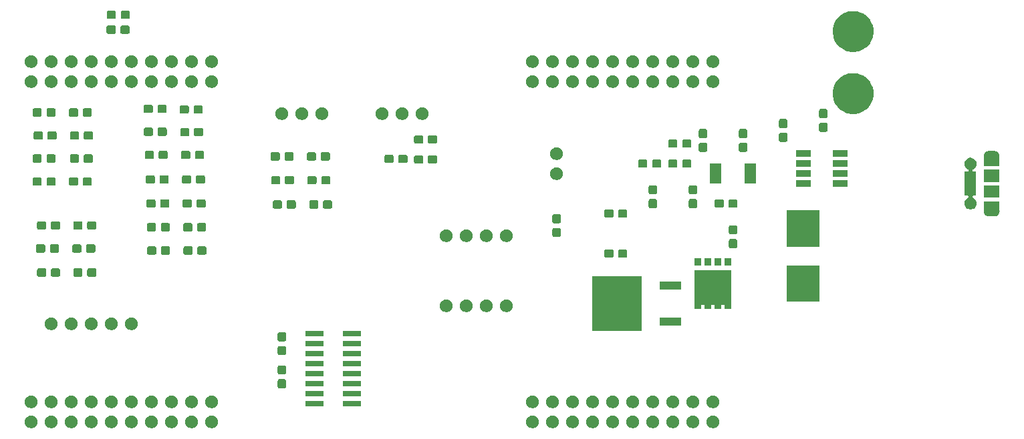
<source format=gbr>
G04 #@! TF.GenerationSoftware,KiCad,Pcbnew,(5.1.4)-1*
G04 #@! TF.CreationDate,2019-11-21T13:54:19-06:00*
G04 #@! TF.ProjectId,SRA_Sensor_Board,5352415f-5365-46e7-936f-725f426f6172,rev?*
G04 #@! TF.SameCoordinates,Original*
G04 #@! TF.FileFunction,Soldermask,Top*
G04 #@! TF.FilePolarity,Negative*
%FSLAX46Y46*%
G04 Gerber Fmt 4.6, Leading zero omitted, Abs format (unit mm)*
G04 Created by KiCad (PCBNEW (5.1.4)-1) date 2019-11-21 13:54:19*
%MOMM*%
%LPD*%
G04 APERTURE LIST*
%ADD10C,0.100000*%
G04 APERTURE END LIST*
D10*
G36*
X84056560Y-91676166D02*
G01*
X84204153Y-91737301D01*
X84336982Y-91826055D01*
X84449945Y-91939018D01*
X84538699Y-92071847D01*
X84599834Y-92219440D01*
X84631000Y-92376123D01*
X84631000Y-92535877D01*
X84599834Y-92692560D01*
X84538699Y-92840153D01*
X84449945Y-92972982D01*
X84336982Y-93085945D01*
X84204153Y-93174699D01*
X84204152Y-93174700D01*
X84204151Y-93174700D01*
X84056560Y-93235834D01*
X83899878Y-93267000D01*
X83740122Y-93267000D01*
X83583440Y-93235834D01*
X83435849Y-93174700D01*
X83435848Y-93174700D01*
X83435847Y-93174699D01*
X83303018Y-93085945D01*
X83190055Y-92972982D01*
X83101301Y-92840153D01*
X83040166Y-92692560D01*
X83009000Y-92535877D01*
X83009000Y-92376123D01*
X83040166Y-92219440D01*
X83101301Y-92071847D01*
X83190055Y-91939018D01*
X83303018Y-91826055D01*
X83435847Y-91737301D01*
X83583440Y-91676166D01*
X83740122Y-91645000D01*
X83899878Y-91645000D01*
X84056560Y-91676166D01*
X84056560Y-91676166D01*
G37*
G36*
X145016560Y-91676166D02*
G01*
X145164153Y-91737301D01*
X145296982Y-91826055D01*
X145409945Y-91939018D01*
X145498699Y-92071847D01*
X145559834Y-92219440D01*
X145591000Y-92376123D01*
X145591000Y-92535877D01*
X145559834Y-92692560D01*
X145498699Y-92840153D01*
X145409945Y-92972982D01*
X145296982Y-93085945D01*
X145164153Y-93174699D01*
X145164152Y-93174700D01*
X145164151Y-93174700D01*
X145016560Y-93235834D01*
X144859878Y-93267000D01*
X144700122Y-93267000D01*
X144543440Y-93235834D01*
X144395849Y-93174700D01*
X144395848Y-93174700D01*
X144395847Y-93174699D01*
X144263018Y-93085945D01*
X144150055Y-92972982D01*
X144061301Y-92840153D01*
X144000166Y-92692560D01*
X143969000Y-92535877D01*
X143969000Y-92376123D01*
X144000166Y-92219440D01*
X144061301Y-92071847D01*
X144150055Y-91939018D01*
X144263018Y-91826055D01*
X144395847Y-91737301D01*
X144543440Y-91676166D01*
X144700122Y-91645000D01*
X144859878Y-91645000D01*
X145016560Y-91676166D01*
X145016560Y-91676166D01*
G37*
G36*
X86596560Y-91676166D02*
G01*
X86744153Y-91737301D01*
X86876982Y-91826055D01*
X86989945Y-91939018D01*
X87078699Y-92071847D01*
X87139834Y-92219440D01*
X87171000Y-92376123D01*
X87171000Y-92535877D01*
X87139834Y-92692560D01*
X87078699Y-92840153D01*
X86989945Y-92972982D01*
X86876982Y-93085945D01*
X86744153Y-93174699D01*
X86744152Y-93174700D01*
X86744151Y-93174700D01*
X86596560Y-93235834D01*
X86439878Y-93267000D01*
X86280122Y-93267000D01*
X86123440Y-93235834D01*
X85975849Y-93174700D01*
X85975848Y-93174700D01*
X85975847Y-93174699D01*
X85843018Y-93085945D01*
X85730055Y-92972982D01*
X85641301Y-92840153D01*
X85580166Y-92692560D01*
X85549000Y-92535877D01*
X85549000Y-92376123D01*
X85580166Y-92219440D01*
X85641301Y-92071847D01*
X85730055Y-91939018D01*
X85843018Y-91826055D01*
X85975847Y-91737301D01*
X86123440Y-91676166D01*
X86280122Y-91645000D01*
X86439878Y-91645000D01*
X86596560Y-91676166D01*
X86596560Y-91676166D01*
G37*
G36*
X127236560Y-91676166D02*
G01*
X127384153Y-91737301D01*
X127516982Y-91826055D01*
X127629945Y-91939018D01*
X127718699Y-92071847D01*
X127779834Y-92219440D01*
X127811000Y-92376123D01*
X127811000Y-92535877D01*
X127779834Y-92692560D01*
X127718699Y-92840153D01*
X127629945Y-92972982D01*
X127516982Y-93085945D01*
X127384153Y-93174699D01*
X127384152Y-93174700D01*
X127384151Y-93174700D01*
X127236560Y-93235834D01*
X127079878Y-93267000D01*
X126920122Y-93267000D01*
X126763440Y-93235834D01*
X126615849Y-93174700D01*
X126615848Y-93174700D01*
X126615847Y-93174699D01*
X126483018Y-93085945D01*
X126370055Y-92972982D01*
X126281301Y-92840153D01*
X126220166Y-92692560D01*
X126189000Y-92535877D01*
X126189000Y-92376123D01*
X126220166Y-92219440D01*
X126281301Y-92071847D01*
X126370055Y-91939018D01*
X126483018Y-91826055D01*
X126615847Y-91737301D01*
X126763440Y-91676166D01*
X126920122Y-91645000D01*
X127079878Y-91645000D01*
X127236560Y-91676166D01*
X127236560Y-91676166D01*
G37*
G36*
X142476560Y-91676166D02*
G01*
X142624153Y-91737301D01*
X142756982Y-91826055D01*
X142869945Y-91939018D01*
X142958699Y-92071847D01*
X143019834Y-92219440D01*
X143051000Y-92376123D01*
X143051000Y-92535877D01*
X143019834Y-92692560D01*
X142958699Y-92840153D01*
X142869945Y-92972982D01*
X142756982Y-93085945D01*
X142624153Y-93174699D01*
X142624152Y-93174700D01*
X142624151Y-93174700D01*
X142476560Y-93235834D01*
X142319878Y-93267000D01*
X142160122Y-93267000D01*
X142003440Y-93235834D01*
X141855849Y-93174700D01*
X141855848Y-93174700D01*
X141855847Y-93174699D01*
X141723018Y-93085945D01*
X141610055Y-92972982D01*
X141521301Y-92840153D01*
X141460166Y-92692560D01*
X141429000Y-92535877D01*
X141429000Y-92376123D01*
X141460166Y-92219440D01*
X141521301Y-92071847D01*
X141610055Y-91939018D01*
X141723018Y-91826055D01*
X141855847Y-91737301D01*
X142003440Y-91676166D01*
X142160122Y-91645000D01*
X142319878Y-91645000D01*
X142476560Y-91676166D01*
X142476560Y-91676166D01*
G37*
G36*
X129776560Y-91676166D02*
G01*
X129924153Y-91737301D01*
X130056982Y-91826055D01*
X130169945Y-91939018D01*
X130258699Y-92071847D01*
X130319834Y-92219440D01*
X130351000Y-92376123D01*
X130351000Y-92535877D01*
X130319834Y-92692560D01*
X130258699Y-92840153D01*
X130169945Y-92972982D01*
X130056982Y-93085945D01*
X129924153Y-93174699D01*
X129924152Y-93174700D01*
X129924151Y-93174700D01*
X129776560Y-93235834D01*
X129619878Y-93267000D01*
X129460122Y-93267000D01*
X129303440Y-93235834D01*
X129155849Y-93174700D01*
X129155848Y-93174700D01*
X129155847Y-93174699D01*
X129023018Y-93085945D01*
X128910055Y-92972982D01*
X128821301Y-92840153D01*
X128760166Y-92692560D01*
X128729000Y-92535877D01*
X128729000Y-92376123D01*
X128760166Y-92219440D01*
X128821301Y-92071847D01*
X128910055Y-91939018D01*
X129023018Y-91826055D01*
X129155847Y-91737301D01*
X129303440Y-91676166D01*
X129460122Y-91645000D01*
X129619878Y-91645000D01*
X129776560Y-91676166D01*
X129776560Y-91676166D01*
G37*
G36*
X132316560Y-91676166D02*
G01*
X132464153Y-91737301D01*
X132596982Y-91826055D01*
X132709945Y-91939018D01*
X132798699Y-92071847D01*
X132859834Y-92219440D01*
X132891000Y-92376123D01*
X132891000Y-92535877D01*
X132859834Y-92692560D01*
X132798699Y-92840153D01*
X132709945Y-92972982D01*
X132596982Y-93085945D01*
X132464153Y-93174699D01*
X132464152Y-93174700D01*
X132464151Y-93174700D01*
X132316560Y-93235834D01*
X132159878Y-93267000D01*
X132000122Y-93267000D01*
X131843440Y-93235834D01*
X131695849Y-93174700D01*
X131695848Y-93174700D01*
X131695847Y-93174699D01*
X131563018Y-93085945D01*
X131450055Y-92972982D01*
X131361301Y-92840153D01*
X131300166Y-92692560D01*
X131269000Y-92535877D01*
X131269000Y-92376123D01*
X131300166Y-92219440D01*
X131361301Y-92071847D01*
X131450055Y-91939018D01*
X131563018Y-91826055D01*
X131695847Y-91737301D01*
X131843440Y-91676166D01*
X132000122Y-91645000D01*
X132159878Y-91645000D01*
X132316560Y-91676166D01*
X132316560Y-91676166D01*
G37*
G36*
X134856560Y-91676166D02*
G01*
X135004153Y-91737301D01*
X135136982Y-91826055D01*
X135249945Y-91939018D01*
X135338699Y-92071847D01*
X135399834Y-92219440D01*
X135431000Y-92376123D01*
X135431000Y-92535877D01*
X135399834Y-92692560D01*
X135338699Y-92840153D01*
X135249945Y-92972982D01*
X135136982Y-93085945D01*
X135004153Y-93174699D01*
X135004152Y-93174700D01*
X135004151Y-93174700D01*
X134856560Y-93235834D01*
X134699878Y-93267000D01*
X134540122Y-93267000D01*
X134383440Y-93235834D01*
X134235849Y-93174700D01*
X134235848Y-93174700D01*
X134235847Y-93174699D01*
X134103018Y-93085945D01*
X133990055Y-92972982D01*
X133901301Y-92840153D01*
X133840166Y-92692560D01*
X133809000Y-92535877D01*
X133809000Y-92376123D01*
X133840166Y-92219440D01*
X133901301Y-92071847D01*
X133990055Y-91939018D01*
X134103018Y-91826055D01*
X134235847Y-91737301D01*
X134383440Y-91676166D01*
X134540122Y-91645000D01*
X134699878Y-91645000D01*
X134856560Y-91676166D01*
X134856560Y-91676166D01*
G37*
G36*
X137396560Y-91676166D02*
G01*
X137544153Y-91737301D01*
X137676982Y-91826055D01*
X137789945Y-91939018D01*
X137878699Y-92071847D01*
X137939834Y-92219440D01*
X137971000Y-92376123D01*
X137971000Y-92535877D01*
X137939834Y-92692560D01*
X137878699Y-92840153D01*
X137789945Y-92972982D01*
X137676982Y-93085945D01*
X137544153Y-93174699D01*
X137544152Y-93174700D01*
X137544151Y-93174700D01*
X137396560Y-93235834D01*
X137239878Y-93267000D01*
X137080122Y-93267000D01*
X136923440Y-93235834D01*
X136775849Y-93174700D01*
X136775848Y-93174700D01*
X136775847Y-93174699D01*
X136643018Y-93085945D01*
X136530055Y-92972982D01*
X136441301Y-92840153D01*
X136380166Y-92692560D01*
X136349000Y-92535877D01*
X136349000Y-92376123D01*
X136380166Y-92219440D01*
X136441301Y-92071847D01*
X136530055Y-91939018D01*
X136643018Y-91826055D01*
X136775847Y-91737301D01*
X136923440Y-91676166D01*
X137080122Y-91645000D01*
X137239878Y-91645000D01*
X137396560Y-91676166D01*
X137396560Y-91676166D01*
G37*
G36*
X139936560Y-91676166D02*
G01*
X140084153Y-91737301D01*
X140216982Y-91826055D01*
X140329945Y-91939018D01*
X140418699Y-92071847D01*
X140479834Y-92219440D01*
X140511000Y-92376123D01*
X140511000Y-92535877D01*
X140479834Y-92692560D01*
X140418699Y-92840153D01*
X140329945Y-92972982D01*
X140216982Y-93085945D01*
X140084153Y-93174699D01*
X140084152Y-93174700D01*
X140084151Y-93174700D01*
X139936560Y-93235834D01*
X139779878Y-93267000D01*
X139620122Y-93267000D01*
X139463440Y-93235834D01*
X139315849Y-93174700D01*
X139315848Y-93174700D01*
X139315847Y-93174699D01*
X139183018Y-93085945D01*
X139070055Y-92972982D01*
X138981301Y-92840153D01*
X138920166Y-92692560D01*
X138889000Y-92535877D01*
X138889000Y-92376123D01*
X138920166Y-92219440D01*
X138981301Y-92071847D01*
X139070055Y-91939018D01*
X139183018Y-91826055D01*
X139315847Y-91737301D01*
X139463440Y-91676166D01*
X139620122Y-91645000D01*
X139779878Y-91645000D01*
X139936560Y-91676166D01*
X139936560Y-91676166D01*
G37*
G36*
X147556560Y-91676166D02*
G01*
X147704153Y-91737301D01*
X147836982Y-91826055D01*
X147949945Y-91939018D01*
X148038699Y-92071847D01*
X148099834Y-92219440D01*
X148131000Y-92376123D01*
X148131000Y-92535877D01*
X148099834Y-92692560D01*
X148038699Y-92840153D01*
X147949945Y-92972982D01*
X147836982Y-93085945D01*
X147704153Y-93174699D01*
X147704152Y-93174700D01*
X147704151Y-93174700D01*
X147556560Y-93235834D01*
X147399878Y-93267000D01*
X147240122Y-93267000D01*
X147083440Y-93235834D01*
X146935849Y-93174700D01*
X146935848Y-93174700D01*
X146935847Y-93174699D01*
X146803018Y-93085945D01*
X146690055Y-92972982D01*
X146601301Y-92840153D01*
X146540166Y-92692560D01*
X146509000Y-92535877D01*
X146509000Y-92376123D01*
X146540166Y-92219440D01*
X146601301Y-92071847D01*
X146690055Y-91939018D01*
X146803018Y-91826055D01*
X146935847Y-91737301D01*
X147083440Y-91676166D01*
X147240122Y-91645000D01*
X147399878Y-91645000D01*
X147556560Y-91676166D01*
X147556560Y-91676166D01*
G37*
G36*
X63736560Y-91676166D02*
G01*
X63884153Y-91737301D01*
X64016982Y-91826055D01*
X64129945Y-91939018D01*
X64218699Y-92071847D01*
X64279834Y-92219440D01*
X64311000Y-92376123D01*
X64311000Y-92535877D01*
X64279834Y-92692560D01*
X64218699Y-92840153D01*
X64129945Y-92972982D01*
X64016982Y-93085945D01*
X63884153Y-93174699D01*
X63884152Y-93174700D01*
X63884151Y-93174700D01*
X63736560Y-93235834D01*
X63579878Y-93267000D01*
X63420122Y-93267000D01*
X63263440Y-93235834D01*
X63115849Y-93174700D01*
X63115848Y-93174700D01*
X63115847Y-93174699D01*
X62983018Y-93085945D01*
X62870055Y-92972982D01*
X62781301Y-92840153D01*
X62720166Y-92692560D01*
X62689000Y-92535877D01*
X62689000Y-92376123D01*
X62720166Y-92219440D01*
X62781301Y-92071847D01*
X62870055Y-91939018D01*
X62983018Y-91826055D01*
X63115847Y-91737301D01*
X63263440Y-91676166D01*
X63420122Y-91645000D01*
X63579878Y-91645000D01*
X63736560Y-91676166D01*
X63736560Y-91676166D01*
G37*
G36*
X150096560Y-91676166D02*
G01*
X150244153Y-91737301D01*
X150376982Y-91826055D01*
X150489945Y-91939018D01*
X150578699Y-92071847D01*
X150639834Y-92219440D01*
X150671000Y-92376123D01*
X150671000Y-92535877D01*
X150639834Y-92692560D01*
X150578699Y-92840153D01*
X150489945Y-92972982D01*
X150376982Y-93085945D01*
X150244153Y-93174699D01*
X150244152Y-93174700D01*
X150244151Y-93174700D01*
X150096560Y-93235834D01*
X149939878Y-93267000D01*
X149780122Y-93267000D01*
X149623440Y-93235834D01*
X149475849Y-93174700D01*
X149475848Y-93174700D01*
X149475847Y-93174699D01*
X149343018Y-93085945D01*
X149230055Y-92972982D01*
X149141301Y-92840153D01*
X149080166Y-92692560D01*
X149049000Y-92535877D01*
X149049000Y-92376123D01*
X149080166Y-92219440D01*
X149141301Y-92071847D01*
X149230055Y-91939018D01*
X149343018Y-91826055D01*
X149475847Y-91737301D01*
X149623440Y-91676166D01*
X149780122Y-91645000D01*
X149939878Y-91645000D01*
X150096560Y-91676166D01*
X150096560Y-91676166D01*
G37*
G36*
X81516560Y-91676166D02*
G01*
X81664153Y-91737301D01*
X81796982Y-91826055D01*
X81909945Y-91939018D01*
X81998699Y-92071847D01*
X82059834Y-92219440D01*
X82091000Y-92376123D01*
X82091000Y-92535877D01*
X82059834Y-92692560D01*
X81998699Y-92840153D01*
X81909945Y-92972982D01*
X81796982Y-93085945D01*
X81664153Y-93174699D01*
X81664152Y-93174700D01*
X81664151Y-93174700D01*
X81516560Y-93235834D01*
X81359878Y-93267000D01*
X81200122Y-93267000D01*
X81043440Y-93235834D01*
X80895849Y-93174700D01*
X80895848Y-93174700D01*
X80895847Y-93174699D01*
X80763018Y-93085945D01*
X80650055Y-92972982D01*
X80561301Y-92840153D01*
X80500166Y-92692560D01*
X80469000Y-92535877D01*
X80469000Y-92376123D01*
X80500166Y-92219440D01*
X80561301Y-92071847D01*
X80650055Y-91939018D01*
X80763018Y-91826055D01*
X80895847Y-91737301D01*
X81043440Y-91676166D01*
X81200122Y-91645000D01*
X81359878Y-91645000D01*
X81516560Y-91676166D01*
X81516560Y-91676166D01*
G37*
G36*
X78976560Y-91676166D02*
G01*
X79124153Y-91737301D01*
X79256982Y-91826055D01*
X79369945Y-91939018D01*
X79458699Y-92071847D01*
X79519834Y-92219440D01*
X79551000Y-92376123D01*
X79551000Y-92535877D01*
X79519834Y-92692560D01*
X79458699Y-92840153D01*
X79369945Y-92972982D01*
X79256982Y-93085945D01*
X79124153Y-93174699D01*
X79124152Y-93174700D01*
X79124151Y-93174700D01*
X78976560Y-93235834D01*
X78819878Y-93267000D01*
X78660122Y-93267000D01*
X78503440Y-93235834D01*
X78355849Y-93174700D01*
X78355848Y-93174700D01*
X78355847Y-93174699D01*
X78223018Y-93085945D01*
X78110055Y-92972982D01*
X78021301Y-92840153D01*
X77960166Y-92692560D01*
X77929000Y-92535877D01*
X77929000Y-92376123D01*
X77960166Y-92219440D01*
X78021301Y-92071847D01*
X78110055Y-91939018D01*
X78223018Y-91826055D01*
X78355847Y-91737301D01*
X78503440Y-91676166D01*
X78660122Y-91645000D01*
X78819878Y-91645000D01*
X78976560Y-91676166D01*
X78976560Y-91676166D01*
G37*
G36*
X76436560Y-91676166D02*
G01*
X76584153Y-91737301D01*
X76716982Y-91826055D01*
X76829945Y-91939018D01*
X76918699Y-92071847D01*
X76979834Y-92219440D01*
X77011000Y-92376123D01*
X77011000Y-92535877D01*
X76979834Y-92692560D01*
X76918699Y-92840153D01*
X76829945Y-92972982D01*
X76716982Y-93085945D01*
X76584153Y-93174699D01*
X76584152Y-93174700D01*
X76584151Y-93174700D01*
X76436560Y-93235834D01*
X76279878Y-93267000D01*
X76120122Y-93267000D01*
X75963440Y-93235834D01*
X75815849Y-93174700D01*
X75815848Y-93174700D01*
X75815847Y-93174699D01*
X75683018Y-93085945D01*
X75570055Y-92972982D01*
X75481301Y-92840153D01*
X75420166Y-92692560D01*
X75389000Y-92535877D01*
X75389000Y-92376123D01*
X75420166Y-92219440D01*
X75481301Y-92071847D01*
X75570055Y-91939018D01*
X75683018Y-91826055D01*
X75815847Y-91737301D01*
X75963440Y-91676166D01*
X76120122Y-91645000D01*
X76279878Y-91645000D01*
X76436560Y-91676166D01*
X76436560Y-91676166D01*
G37*
G36*
X71356560Y-91676166D02*
G01*
X71504153Y-91737301D01*
X71636982Y-91826055D01*
X71749945Y-91939018D01*
X71838699Y-92071847D01*
X71899834Y-92219440D01*
X71931000Y-92376123D01*
X71931000Y-92535877D01*
X71899834Y-92692560D01*
X71838699Y-92840153D01*
X71749945Y-92972982D01*
X71636982Y-93085945D01*
X71504153Y-93174699D01*
X71504152Y-93174700D01*
X71504151Y-93174700D01*
X71356560Y-93235834D01*
X71199878Y-93267000D01*
X71040122Y-93267000D01*
X70883440Y-93235834D01*
X70735849Y-93174700D01*
X70735848Y-93174700D01*
X70735847Y-93174699D01*
X70603018Y-93085945D01*
X70490055Y-92972982D01*
X70401301Y-92840153D01*
X70340166Y-92692560D01*
X70309000Y-92535877D01*
X70309000Y-92376123D01*
X70340166Y-92219440D01*
X70401301Y-92071847D01*
X70490055Y-91939018D01*
X70603018Y-91826055D01*
X70735847Y-91737301D01*
X70883440Y-91676166D01*
X71040122Y-91645000D01*
X71199878Y-91645000D01*
X71356560Y-91676166D01*
X71356560Y-91676166D01*
G37*
G36*
X68816560Y-91676166D02*
G01*
X68964153Y-91737301D01*
X69096982Y-91826055D01*
X69209945Y-91939018D01*
X69298699Y-92071847D01*
X69359834Y-92219440D01*
X69391000Y-92376123D01*
X69391000Y-92535877D01*
X69359834Y-92692560D01*
X69298699Y-92840153D01*
X69209945Y-92972982D01*
X69096982Y-93085945D01*
X68964153Y-93174699D01*
X68964152Y-93174700D01*
X68964151Y-93174700D01*
X68816560Y-93235834D01*
X68659878Y-93267000D01*
X68500122Y-93267000D01*
X68343440Y-93235834D01*
X68195849Y-93174700D01*
X68195848Y-93174700D01*
X68195847Y-93174699D01*
X68063018Y-93085945D01*
X67950055Y-92972982D01*
X67861301Y-92840153D01*
X67800166Y-92692560D01*
X67769000Y-92535877D01*
X67769000Y-92376123D01*
X67800166Y-92219440D01*
X67861301Y-92071847D01*
X67950055Y-91939018D01*
X68063018Y-91826055D01*
X68195847Y-91737301D01*
X68343440Y-91676166D01*
X68500122Y-91645000D01*
X68659878Y-91645000D01*
X68816560Y-91676166D01*
X68816560Y-91676166D01*
G37*
G36*
X66276560Y-91676166D02*
G01*
X66424153Y-91737301D01*
X66556982Y-91826055D01*
X66669945Y-91939018D01*
X66758699Y-92071847D01*
X66819834Y-92219440D01*
X66851000Y-92376123D01*
X66851000Y-92535877D01*
X66819834Y-92692560D01*
X66758699Y-92840153D01*
X66669945Y-92972982D01*
X66556982Y-93085945D01*
X66424153Y-93174699D01*
X66424152Y-93174700D01*
X66424151Y-93174700D01*
X66276560Y-93235834D01*
X66119878Y-93267000D01*
X65960122Y-93267000D01*
X65803440Y-93235834D01*
X65655849Y-93174700D01*
X65655848Y-93174700D01*
X65655847Y-93174699D01*
X65523018Y-93085945D01*
X65410055Y-92972982D01*
X65321301Y-92840153D01*
X65260166Y-92692560D01*
X65229000Y-92535877D01*
X65229000Y-92376123D01*
X65260166Y-92219440D01*
X65321301Y-92071847D01*
X65410055Y-91939018D01*
X65523018Y-91826055D01*
X65655847Y-91737301D01*
X65803440Y-91676166D01*
X65960122Y-91645000D01*
X66119878Y-91645000D01*
X66276560Y-91676166D01*
X66276560Y-91676166D01*
G37*
G36*
X73896560Y-91676166D02*
G01*
X74044153Y-91737301D01*
X74176982Y-91826055D01*
X74289945Y-91939018D01*
X74378699Y-92071847D01*
X74439834Y-92219440D01*
X74471000Y-92376123D01*
X74471000Y-92535877D01*
X74439834Y-92692560D01*
X74378699Y-92840153D01*
X74289945Y-92972982D01*
X74176982Y-93085945D01*
X74044153Y-93174699D01*
X74044152Y-93174700D01*
X74044151Y-93174700D01*
X73896560Y-93235834D01*
X73739878Y-93267000D01*
X73580122Y-93267000D01*
X73423440Y-93235834D01*
X73275849Y-93174700D01*
X73275848Y-93174700D01*
X73275847Y-93174699D01*
X73143018Y-93085945D01*
X73030055Y-92972982D01*
X72941301Y-92840153D01*
X72880166Y-92692560D01*
X72849000Y-92535877D01*
X72849000Y-92376123D01*
X72880166Y-92219440D01*
X72941301Y-92071847D01*
X73030055Y-91939018D01*
X73143018Y-91826055D01*
X73275847Y-91737301D01*
X73423440Y-91676166D01*
X73580122Y-91645000D01*
X73739878Y-91645000D01*
X73896560Y-91676166D01*
X73896560Y-91676166D01*
G37*
G36*
X81516560Y-89136166D02*
G01*
X81664153Y-89197301D01*
X81796982Y-89286055D01*
X81909945Y-89399018D01*
X81998699Y-89531847D01*
X82059834Y-89679440D01*
X82091000Y-89836123D01*
X82091000Y-89995877D01*
X82059834Y-90152560D01*
X81998699Y-90300153D01*
X81909945Y-90432982D01*
X81796982Y-90545945D01*
X81664153Y-90634699D01*
X81664152Y-90634700D01*
X81664151Y-90634700D01*
X81516560Y-90695834D01*
X81359878Y-90727000D01*
X81200122Y-90727000D01*
X81043440Y-90695834D01*
X80895849Y-90634700D01*
X80895848Y-90634700D01*
X80895847Y-90634699D01*
X80763018Y-90545945D01*
X80650055Y-90432982D01*
X80561301Y-90300153D01*
X80500166Y-90152560D01*
X80469000Y-89995877D01*
X80469000Y-89836123D01*
X80500166Y-89679440D01*
X80561301Y-89531847D01*
X80650055Y-89399018D01*
X80763018Y-89286055D01*
X80895847Y-89197301D01*
X81043440Y-89136166D01*
X81200122Y-89105000D01*
X81359878Y-89105000D01*
X81516560Y-89136166D01*
X81516560Y-89136166D01*
G37*
G36*
X78976560Y-89136166D02*
G01*
X79124153Y-89197301D01*
X79256982Y-89286055D01*
X79369945Y-89399018D01*
X79458699Y-89531847D01*
X79519834Y-89679440D01*
X79551000Y-89836123D01*
X79551000Y-89995877D01*
X79519834Y-90152560D01*
X79458699Y-90300153D01*
X79369945Y-90432982D01*
X79256982Y-90545945D01*
X79124153Y-90634699D01*
X79124152Y-90634700D01*
X79124151Y-90634700D01*
X78976560Y-90695834D01*
X78819878Y-90727000D01*
X78660122Y-90727000D01*
X78503440Y-90695834D01*
X78355849Y-90634700D01*
X78355848Y-90634700D01*
X78355847Y-90634699D01*
X78223018Y-90545945D01*
X78110055Y-90432982D01*
X78021301Y-90300153D01*
X77960166Y-90152560D01*
X77929000Y-89995877D01*
X77929000Y-89836123D01*
X77960166Y-89679440D01*
X78021301Y-89531847D01*
X78110055Y-89399018D01*
X78223018Y-89286055D01*
X78355847Y-89197301D01*
X78503440Y-89136166D01*
X78660122Y-89105000D01*
X78819878Y-89105000D01*
X78976560Y-89136166D01*
X78976560Y-89136166D01*
G37*
G36*
X76436560Y-89136166D02*
G01*
X76584153Y-89197301D01*
X76716982Y-89286055D01*
X76829945Y-89399018D01*
X76918699Y-89531847D01*
X76979834Y-89679440D01*
X77011000Y-89836123D01*
X77011000Y-89995877D01*
X76979834Y-90152560D01*
X76918699Y-90300153D01*
X76829945Y-90432982D01*
X76716982Y-90545945D01*
X76584153Y-90634699D01*
X76584152Y-90634700D01*
X76584151Y-90634700D01*
X76436560Y-90695834D01*
X76279878Y-90727000D01*
X76120122Y-90727000D01*
X75963440Y-90695834D01*
X75815849Y-90634700D01*
X75815848Y-90634700D01*
X75815847Y-90634699D01*
X75683018Y-90545945D01*
X75570055Y-90432982D01*
X75481301Y-90300153D01*
X75420166Y-90152560D01*
X75389000Y-89995877D01*
X75389000Y-89836123D01*
X75420166Y-89679440D01*
X75481301Y-89531847D01*
X75570055Y-89399018D01*
X75683018Y-89286055D01*
X75815847Y-89197301D01*
X75963440Y-89136166D01*
X76120122Y-89105000D01*
X76279878Y-89105000D01*
X76436560Y-89136166D01*
X76436560Y-89136166D01*
G37*
G36*
X73896560Y-89136166D02*
G01*
X74044153Y-89197301D01*
X74176982Y-89286055D01*
X74289945Y-89399018D01*
X74378699Y-89531847D01*
X74439834Y-89679440D01*
X74471000Y-89836123D01*
X74471000Y-89995877D01*
X74439834Y-90152560D01*
X74378699Y-90300153D01*
X74289945Y-90432982D01*
X74176982Y-90545945D01*
X74044153Y-90634699D01*
X74044152Y-90634700D01*
X74044151Y-90634700D01*
X73896560Y-90695834D01*
X73739878Y-90727000D01*
X73580122Y-90727000D01*
X73423440Y-90695834D01*
X73275849Y-90634700D01*
X73275848Y-90634700D01*
X73275847Y-90634699D01*
X73143018Y-90545945D01*
X73030055Y-90432982D01*
X72941301Y-90300153D01*
X72880166Y-90152560D01*
X72849000Y-89995877D01*
X72849000Y-89836123D01*
X72880166Y-89679440D01*
X72941301Y-89531847D01*
X73030055Y-89399018D01*
X73143018Y-89286055D01*
X73275847Y-89197301D01*
X73423440Y-89136166D01*
X73580122Y-89105000D01*
X73739878Y-89105000D01*
X73896560Y-89136166D01*
X73896560Y-89136166D01*
G37*
G36*
X71356560Y-89136166D02*
G01*
X71504153Y-89197301D01*
X71636982Y-89286055D01*
X71749945Y-89399018D01*
X71838699Y-89531847D01*
X71899834Y-89679440D01*
X71931000Y-89836123D01*
X71931000Y-89995877D01*
X71899834Y-90152560D01*
X71838699Y-90300153D01*
X71749945Y-90432982D01*
X71636982Y-90545945D01*
X71504153Y-90634699D01*
X71504152Y-90634700D01*
X71504151Y-90634700D01*
X71356560Y-90695834D01*
X71199878Y-90727000D01*
X71040122Y-90727000D01*
X70883440Y-90695834D01*
X70735849Y-90634700D01*
X70735848Y-90634700D01*
X70735847Y-90634699D01*
X70603018Y-90545945D01*
X70490055Y-90432982D01*
X70401301Y-90300153D01*
X70340166Y-90152560D01*
X70309000Y-89995877D01*
X70309000Y-89836123D01*
X70340166Y-89679440D01*
X70401301Y-89531847D01*
X70490055Y-89399018D01*
X70603018Y-89286055D01*
X70735847Y-89197301D01*
X70883440Y-89136166D01*
X71040122Y-89105000D01*
X71199878Y-89105000D01*
X71356560Y-89136166D01*
X71356560Y-89136166D01*
G37*
G36*
X68816560Y-89136166D02*
G01*
X68964153Y-89197301D01*
X69096982Y-89286055D01*
X69209945Y-89399018D01*
X69298699Y-89531847D01*
X69359834Y-89679440D01*
X69391000Y-89836123D01*
X69391000Y-89995877D01*
X69359834Y-90152560D01*
X69298699Y-90300153D01*
X69209945Y-90432982D01*
X69096982Y-90545945D01*
X68964153Y-90634699D01*
X68964152Y-90634700D01*
X68964151Y-90634700D01*
X68816560Y-90695834D01*
X68659878Y-90727000D01*
X68500122Y-90727000D01*
X68343440Y-90695834D01*
X68195849Y-90634700D01*
X68195848Y-90634700D01*
X68195847Y-90634699D01*
X68063018Y-90545945D01*
X67950055Y-90432982D01*
X67861301Y-90300153D01*
X67800166Y-90152560D01*
X67769000Y-89995877D01*
X67769000Y-89836123D01*
X67800166Y-89679440D01*
X67861301Y-89531847D01*
X67950055Y-89399018D01*
X68063018Y-89286055D01*
X68195847Y-89197301D01*
X68343440Y-89136166D01*
X68500122Y-89105000D01*
X68659878Y-89105000D01*
X68816560Y-89136166D01*
X68816560Y-89136166D01*
G37*
G36*
X66276560Y-89136166D02*
G01*
X66424153Y-89197301D01*
X66556982Y-89286055D01*
X66669945Y-89399018D01*
X66758699Y-89531847D01*
X66819834Y-89679440D01*
X66851000Y-89836123D01*
X66851000Y-89995877D01*
X66819834Y-90152560D01*
X66758699Y-90300153D01*
X66669945Y-90432982D01*
X66556982Y-90545945D01*
X66424153Y-90634699D01*
X66424152Y-90634700D01*
X66424151Y-90634700D01*
X66276560Y-90695834D01*
X66119878Y-90727000D01*
X65960122Y-90727000D01*
X65803440Y-90695834D01*
X65655849Y-90634700D01*
X65655848Y-90634700D01*
X65655847Y-90634699D01*
X65523018Y-90545945D01*
X65410055Y-90432982D01*
X65321301Y-90300153D01*
X65260166Y-90152560D01*
X65229000Y-89995877D01*
X65229000Y-89836123D01*
X65260166Y-89679440D01*
X65321301Y-89531847D01*
X65410055Y-89399018D01*
X65523018Y-89286055D01*
X65655847Y-89197301D01*
X65803440Y-89136166D01*
X65960122Y-89105000D01*
X66119878Y-89105000D01*
X66276560Y-89136166D01*
X66276560Y-89136166D01*
G37*
G36*
X63736560Y-89136166D02*
G01*
X63884153Y-89197301D01*
X64016982Y-89286055D01*
X64129945Y-89399018D01*
X64218699Y-89531847D01*
X64279834Y-89679440D01*
X64311000Y-89836123D01*
X64311000Y-89995877D01*
X64279834Y-90152560D01*
X64218699Y-90300153D01*
X64129945Y-90432982D01*
X64016982Y-90545945D01*
X63884153Y-90634699D01*
X63884152Y-90634700D01*
X63884151Y-90634700D01*
X63736560Y-90695834D01*
X63579878Y-90727000D01*
X63420122Y-90727000D01*
X63263440Y-90695834D01*
X63115849Y-90634700D01*
X63115848Y-90634700D01*
X63115847Y-90634699D01*
X62983018Y-90545945D01*
X62870055Y-90432982D01*
X62781301Y-90300153D01*
X62720166Y-90152560D01*
X62689000Y-89995877D01*
X62689000Y-89836123D01*
X62720166Y-89679440D01*
X62781301Y-89531847D01*
X62870055Y-89399018D01*
X62983018Y-89286055D01*
X63115847Y-89197301D01*
X63263440Y-89136166D01*
X63420122Y-89105000D01*
X63579878Y-89105000D01*
X63736560Y-89136166D01*
X63736560Y-89136166D01*
G37*
G36*
X84056560Y-89136166D02*
G01*
X84204153Y-89197301D01*
X84336982Y-89286055D01*
X84449945Y-89399018D01*
X84538699Y-89531847D01*
X84599834Y-89679440D01*
X84631000Y-89836123D01*
X84631000Y-89995877D01*
X84599834Y-90152560D01*
X84538699Y-90300153D01*
X84449945Y-90432982D01*
X84336982Y-90545945D01*
X84204153Y-90634699D01*
X84204152Y-90634700D01*
X84204151Y-90634700D01*
X84056560Y-90695834D01*
X83899878Y-90727000D01*
X83740122Y-90727000D01*
X83583440Y-90695834D01*
X83435849Y-90634700D01*
X83435848Y-90634700D01*
X83435847Y-90634699D01*
X83303018Y-90545945D01*
X83190055Y-90432982D01*
X83101301Y-90300153D01*
X83040166Y-90152560D01*
X83009000Y-89995877D01*
X83009000Y-89836123D01*
X83040166Y-89679440D01*
X83101301Y-89531847D01*
X83190055Y-89399018D01*
X83303018Y-89286055D01*
X83435847Y-89197301D01*
X83583440Y-89136166D01*
X83740122Y-89105000D01*
X83899878Y-89105000D01*
X84056560Y-89136166D01*
X84056560Y-89136166D01*
G37*
G36*
X86596560Y-89136166D02*
G01*
X86744153Y-89197301D01*
X86876982Y-89286055D01*
X86989945Y-89399018D01*
X87078699Y-89531847D01*
X87139834Y-89679440D01*
X87171000Y-89836123D01*
X87171000Y-89995877D01*
X87139834Y-90152560D01*
X87078699Y-90300153D01*
X86989945Y-90432982D01*
X86876982Y-90545945D01*
X86744153Y-90634699D01*
X86744152Y-90634700D01*
X86744151Y-90634700D01*
X86596560Y-90695834D01*
X86439878Y-90727000D01*
X86280122Y-90727000D01*
X86123440Y-90695834D01*
X85975849Y-90634700D01*
X85975848Y-90634700D01*
X85975847Y-90634699D01*
X85843018Y-90545945D01*
X85730055Y-90432982D01*
X85641301Y-90300153D01*
X85580166Y-90152560D01*
X85549000Y-89995877D01*
X85549000Y-89836123D01*
X85580166Y-89679440D01*
X85641301Y-89531847D01*
X85730055Y-89399018D01*
X85843018Y-89286055D01*
X85975847Y-89197301D01*
X86123440Y-89136166D01*
X86280122Y-89105000D01*
X86439878Y-89105000D01*
X86596560Y-89136166D01*
X86596560Y-89136166D01*
G37*
G36*
X150096560Y-89136166D02*
G01*
X150244153Y-89197301D01*
X150376982Y-89286055D01*
X150489945Y-89399018D01*
X150578699Y-89531847D01*
X150639834Y-89679440D01*
X150671000Y-89836123D01*
X150671000Y-89995877D01*
X150639834Y-90152560D01*
X150578699Y-90300153D01*
X150489945Y-90432982D01*
X150376982Y-90545945D01*
X150244153Y-90634699D01*
X150244152Y-90634700D01*
X150244151Y-90634700D01*
X150096560Y-90695834D01*
X149939878Y-90727000D01*
X149780122Y-90727000D01*
X149623440Y-90695834D01*
X149475849Y-90634700D01*
X149475848Y-90634700D01*
X149475847Y-90634699D01*
X149343018Y-90545945D01*
X149230055Y-90432982D01*
X149141301Y-90300153D01*
X149080166Y-90152560D01*
X149049000Y-89995877D01*
X149049000Y-89836123D01*
X149080166Y-89679440D01*
X149141301Y-89531847D01*
X149230055Y-89399018D01*
X149343018Y-89286055D01*
X149475847Y-89197301D01*
X149623440Y-89136166D01*
X149780122Y-89105000D01*
X149939878Y-89105000D01*
X150096560Y-89136166D01*
X150096560Y-89136166D01*
G37*
G36*
X145016560Y-89136166D02*
G01*
X145164153Y-89197301D01*
X145296982Y-89286055D01*
X145409945Y-89399018D01*
X145498699Y-89531847D01*
X145559834Y-89679440D01*
X145591000Y-89836123D01*
X145591000Y-89995877D01*
X145559834Y-90152560D01*
X145498699Y-90300153D01*
X145409945Y-90432982D01*
X145296982Y-90545945D01*
X145164153Y-90634699D01*
X145164152Y-90634700D01*
X145164151Y-90634700D01*
X145016560Y-90695834D01*
X144859878Y-90727000D01*
X144700122Y-90727000D01*
X144543440Y-90695834D01*
X144395849Y-90634700D01*
X144395848Y-90634700D01*
X144395847Y-90634699D01*
X144263018Y-90545945D01*
X144150055Y-90432982D01*
X144061301Y-90300153D01*
X144000166Y-90152560D01*
X143969000Y-89995877D01*
X143969000Y-89836123D01*
X144000166Y-89679440D01*
X144061301Y-89531847D01*
X144150055Y-89399018D01*
X144263018Y-89286055D01*
X144395847Y-89197301D01*
X144543440Y-89136166D01*
X144700122Y-89105000D01*
X144859878Y-89105000D01*
X145016560Y-89136166D01*
X145016560Y-89136166D01*
G37*
G36*
X137396560Y-89136166D02*
G01*
X137544153Y-89197301D01*
X137676982Y-89286055D01*
X137789945Y-89399018D01*
X137878699Y-89531847D01*
X137939834Y-89679440D01*
X137971000Y-89836123D01*
X137971000Y-89995877D01*
X137939834Y-90152560D01*
X137878699Y-90300153D01*
X137789945Y-90432982D01*
X137676982Y-90545945D01*
X137544153Y-90634699D01*
X137544152Y-90634700D01*
X137544151Y-90634700D01*
X137396560Y-90695834D01*
X137239878Y-90727000D01*
X137080122Y-90727000D01*
X136923440Y-90695834D01*
X136775849Y-90634700D01*
X136775848Y-90634700D01*
X136775847Y-90634699D01*
X136643018Y-90545945D01*
X136530055Y-90432982D01*
X136441301Y-90300153D01*
X136380166Y-90152560D01*
X136349000Y-89995877D01*
X136349000Y-89836123D01*
X136380166Y-89679440D01*
X136441301Y-89531847D01*
X136530055Y-89399018D01*
X136643018Y-89286055D01*
X136775847Y-89197301D01*
X136923440Y-89136166D01*
X137080122Y-89105000D01*
X137239878Y-89105000D01*
X137396560Y-89136166D01*
X137396560Y-89136166D01*
G37*
G36*
X142476560Y-89136166D02*
G01*
X142624153Y-89197301D01*
X142756982Y-89286055D01*
X142869945Y-89399018D01*
X142958699Y-89531847D01*
X143019834Y-89679440D01*
X143051000Y-89836123D01*
X143051000Y-89995877D01*
X143019834Y-90152560D01*
X142958699Y-90300153D01*
X142869945Y-90432982D01*
X142756982Y-90545945D01*
X142624153Y-90634699D01*
X142624152Y-90634700D01*
X142624151Y-90634700D01*
X142476560Y-90695834D01*
X142319878Y-90727000D01*
X142160122Y-90727000D01*
X142003440Y-90695834D01*
X141855849Y-90634700D01*
X141855848Y-90634700D01*
X141855847Y-90634699D01*
X141723018Y-90545945D01*
X141610055Y-90432982D01*
X141521301Y-90300153D01*
X141460166Y-90152560D01*
X141429000Y-89995877D01*
X141429000Y-89836123D01*
X141460166Y-89679440D01*
X141521301Y-89531847D01*
X141610055Y-89399018D01*
X141723018Y-89286055D01*
X141855847Y-89197301D01*
X142003440Y-89136166D01*
X142160122Y-89105000D01*
X142319878Y-89105000D01*
X142476560Y-89136166D01*
X142476560Y-89136166D01*
G37*
G36*
X139936560Y-89136166D02*
G01*
X140084153Y-89197301D01*
X140216982Y-89286055D01*
X140329945Y-89399018D01*
X140418699Y-89531847D01*
X140479834Y-89679440D01*
X140511000Y-89836123D01*
X140511000Y-89995877D01*
X140479834Y-90152560D01*
X140418699Y-90300153D01*
X140329945Y-90432982D01*
X140216982Y-90545945D01*
X140084153Y-90634699D01*
X140084152Y-90634700D01*
X140084151Y-90634700D01*
X139936560Y-90695834D01*
X139779878Y-90727000D01*
X139620122Y-90727000D01*
X139463440Y-90695834D01*
X139315849Y-90634700D01*
X139315848Y-90634700D01*
X139315847Y-90634699D01*
X139183018Y-90545945D01*
X139070055Y-90432982D01*
X138981301Y-90300153D01*
X138920166Y-90152560D01*
X138889000Y-89995877D01*
X138889000Y-89836123D01*
X138920166Y-89679440D01*
X138981301Y-89531847D01*
X139070055Y-89399018D01*
X139183018Y-89286055D01*
X139315847Y-89197301D01*
X139463440Y-89136166D01*
X139620122Y-89105000D01*
X139779878Y-89105000D01*
X139936560Y-89136166D01*
X139936560Y-89136166D01*
G37*
G36*
X147556560Y-89136166D02*
G01*
X147704153Y-89197301D01*
X147836982Y-89286055D01*
X147949945Y-89399018D01*
X148038699Y-89531847D01*
X148099834Y-89679440D01*
X148131000Y-89836123D01*
X148131000Y-89995877D01*
X148099834Y-90152560D01*
X148038699Y-90300153D01*
X147949945Y-90432982D01*
X147836982Y-90545945D01*
X147704153Y-90634699D01*
X147704152Y-90634700D01*
X147704151Y-90634700D01*
X147556560Y-90695834D01*
X147399878Y-90727000D01*
X147240122Y-90727000D01*
X147083440Y-90695834D01*
X146935849Y-90634700D01*
X146935848Y-90634700D01*
X146935847Y-90634699D01*
X146803018Y-90545945D01*
X146690055Y-90432982D01*
X146601301Y-90300153D01*
X146540166Y-90152560D01*
X146509000Y-89995877D01*
X146509000Y-89836123D01*
X146540166Y-89679440D01*
X146601301Y-89531847D01*
X146690055Y-89399018D01*
X146803018Y-89286055D01*
X146935847Y-89197301D01*
X147083440Y-89136166D01*
X147240122Y-89105000D01*
X147399878Y-89105000D01*
X147556560Y-89136166D01*
X147556560Y-89136166D01*
G37*
G36*
X129776560Y-89136166D02*
G01*
X129924153Y-89197301D01*
X130056982Y-89286055D01*
X130169945Y-89399018D01*
X130258699Y-89531847D01*
X130319834Y-89679440D01*
X130351000Y-89836123D01*
X130351000Y-89995877D01*
X130319834Y-90152560D01*
X130258699Y-90300153D01*
X130169945Y-90432982D01*
X130056982Y-90545945D01*
X129924153Y-90634699D01*
X129924152Y-90634700D01*
X129924151Y-90634700D01*
X129776560Y-90695834D01*
X129619878Y-90727000D01*
X129460122Y-90727000D01*
X129303440Y-90695834D01*
X129155849Y-90634700D01*
X129155848Y-90634700D01*
X129155847Y-90634699D01*
X129023018Y-90545945D01*
X128910055Y-90432982D01*
X128821301Y-90300153D01*
X128760166Y-90152560D01*
X128729000Y-89995877D01*
X128729000Y-89836123D01*
X128760166Y-89679440D01*
X128821301Y-89531847D01*
X128910055Y-89399018D01*
X129023018Y-89286055D01*
X129155847Y-89197301D01*
X129303440Y-89136166D01*
X129460122Y-89105000D01*
X129619878Y-89105000D01*
X129776560Y-89136166D01*
X129776560Y-89136166D01*
G37*
G36*
X132316560Y-89136166D02*
G01*
X132464153Y-89197301D01*
X132596982Y-89286055D01*
X132709945Y-89399018D01*
X132798699Y-89531847D01*
X132859834Y-89679440D01*
X132891000Y-89836123D01*
X132891000Y-89995877D01*
X132859834Y-90152560D01*
X132798699Y-90300153D01*
X132709945Y-90432982D01*
X132596982Y-90545945D01*
X132464153Y-90634699D01*
X132464152Y-90634700D01*
X132464151Y-90634700D01*
X132316560Y-90695834D01*
X132159878Y-90727000D01*
X132000122Y-90727000D01*
X131843440Y-90695834D01*
X131695849Y-90634700D01*
X131695848Y-90634700D01*
X131695847Y-90634699D01*
X131563018Y-90545945D01*
X131450055Y-90432982D01*
X131361301Y-90300153D01*
X131300166Y-90152560D01*
X131269000Y-89995877D01*
X131269000Y-89836123D01*
X131300166Y-89679440D01*
X131361301Y-89531847D01*
X131450055Y-89399018D01*
X131563018Y-89286055D01*
X131695847Y-89197301D01*
X131843440Y-89136166D01*
X132000122Y-89105000D01*
X132159878Y-89105000D01*
X132316560Y-89136166D01*
X132316560Y-89136166D01*
G37*
G36*
X134856560Y-89136166D02*
G01*
X135004153Y-89197301D01*
X135136982Y-89286055D01*
X135249945Y-89399018D01*
X135338699Y-89531847D01*
X135399834Y-89679440D01*
X135431000Y-89836123D01*
X135431000Y-89995877D01*
X135399834Y-90152560D01*
X135338699Y-90300153D01*
X135249945Y-90432982D01*
X135136982Y-90545945D01*
X135004153Y-90634699D01*
X135004152Y-90634700D01*
X135004151Y-90634700D01*
X134856560Y-90695834D01*
X134699878Y-90727000D01*
X134540122Y-90727000D01*
X134383440Y-90695834D01*
X134235849Y-90634700D01*
X134235848Y-90634700D01*
X134235847Y-90634699D01*
X134103018Y-90545945D01*
X133990055Y-90432982D01*
X133901301Y-90300153D01*
X133840166Y-90152560D01*
X133809000Y-89995877D01*
X133809000Y-89836123D01*
X133840166Y-89679440D01*
X133901301Y-89531847D01*
X133990055Y-89399018D01*
X134103018Y-89286055D01*
X134235847Y-89197301D01*
X134383440Y-89136166D01*
X134540122Y-89105000D01*
X134699878Y-89105000D01*
X134856560Y-89136166D01*
X134856560Y-89136166D01*
G37*
G36*
X127236560Y-89136166D02*
G01*
X127384153Y-89197301D01*
X127516982Y-89286055D01*
X127629945Y-89399018D01*
X127718699Y-89531847D01*
X127779834Y-89679440D01*
X127811000Y-89836123D01*
X127811000Y-89995877D01*
X127779834Y-90152560D01*
X127718699Y-90300153D01*
X127629945Y-90432982D01*
X127516982Y-90545945D01*
X127384153Y-90634699D01*
X127384152Y-90634700D01*
X127384151Y-90634700D01*
X127236560Y-90695834D01*
X127079878Y-90727000D01*
X126920122Y-90727000D01*
X126763440Y-90695834D01*
X126615849Y-90634700D01*
X126615848Y-90634700D01*
X126615847Y-90634699D01*
X126483018Y-90545945D01*
X126370055Y-90432982D01*
X126281301Y-90300153D01*
X126220166Y-90152560D01*
X126189000Y-89995877D01*
X126189000Y-89836123D01*
X126220166Y-89679440D01*
X126281301Y-89531847D01*
X126370055Y-89399018D01*
X126483018Y-89286055D01*
X126615847Y-89197301D01*
X126763440Y-89136166D01*
X126920122Y-89105000D01*
X127079878Y-89105000D01*
X127236560Y-89136166D01*
X127236560Y-89136166D01*
G37*
G36*
X105283200Y-90500400D02*
G01*
X102996800Y-90500400D01*
X102996800Y-89839600D01*
X105283200Y-89839600D01*
X105283200Y-90500400D01*
X105283200Y-90500400D01*
G37*
G36*
X100558800Y-90500400D02*
G01*
X98272400Y-90500400D01*
X98272400Y-89839600D01*
X100558800Y-89839600D01*
X100558800Y-90500400D01*
X100558800Y-90500400D01*
G37*
G36*
X105283200Y-89230400D02*
G01*
X102996800Y-89230400D01*
X102996800Y-88569600D01*
X105283200Y-88569600D01*
X105283200Y-89230400D01*
X105283200Y-89230400D01*
G37*
G36*
X100558800Y-89230400D02*
G01*
X98272400Y-89230400D01*
X98272400Y-88569600D01*
X100558800Y-88569600D01*
X100558800Y-89230400D01*
X100558800Y-89230400D01*
G37*
G36*
X95614499Y-87058445D02*
G01*
X95651995Y-87069820D01*
X95686554Y-87088292D01*
X95716847Y-87113153D01*
X95741708Y-87143446D01*
X95760180Y-87178005D01*
X95771555Y-87215501D01*
X95776000Y-87260638D01*
X95776000Y-87999362D01*
X95771555Y-88044499D01*
X95760180Y-88081995D01*
X95741708Y-88116554D01*
X95716847Y-88146847D01*
X95686554Y-88171708D01*
X95651995Y-88190180D01*
X95614499Y-88201555D01*
X95569362Y-88206000D01*
X94930638Y-88206000D01*
X94885501Y-88201555D01*
X94848005Y-88190180D01*
X94813446Y-88171708D01*
X94783153Y-88146847D01*
X94758292Y-88116554D01*
X94739820Y-88081995D01*
X94728445Y-88044499D01*
X94724000Y-87999362D01*
X94724000Y-87260638D01*
X94728445Y-87215501D01*
X94739820Y-87178005D01*
X94758292Y-87143446D01*
X94783153Y-87113153D01*
X94813446Y-87088292D01*
X94848005Y-87069820D01*
X94885501Y-87058445D01*
X94930638Y-87054000D01*
X95569362Y-87054000D01*
X95614499Y-87058445D01*
X95614499Y-87058445D01*
G37*
G36*
X105283200Y-87960400D02*
G01*
X102996800Y-87960400D01*
X102996800Y-87299600D01*
X105283200Y-87299600D01*
X105283200Y-87960400D01*
X105283200Y-87960400D01*
G37*
G36*
X100558800Y-87960400D02*
G01*
X98272400Y-87960400D01*
X98272400Y-87299600D01*
X100558800Y-87299600D01*
X100558800Y-87960400D01*
X100558800Y-87960400D01*
G37*
G36*
X100558800Y-86690400D02*
G01*
X98272400Y-86690400D01*
X98272400Y-86029600D01*
X100558800Y-86029600D01*
X100558800Y-86690400D01*
X100558800Y-86690400D01*
G37*
G36*
X105283200Y-86690400D02*
G01*
X102996800Y-86690400D01*
X102996800Y-86029600D01*
X105283200Y-86029600D01*
X105283200Y-86690400D01*
X105283200Y-86690400D01*
G37*
G36*
X95614499Y-85308445D02*
G01*
X95651995Y-85319820D01*
X95686554Y-85338292D01*
X95716847Y-85363153D01*
X95741708Y-85393446D01*
X95760180Y-85428005D01*
X95771555Y-85465501D01*
X95776000Y-85510638D01*
X95776000Y-86249362D01*
X95771555Y-86294499D01*
X95760180Y-86331995D01*
X95741708Y-86366554D01*
X95716847Y-86396847D01*
X95686554Y-86421708D01*
X95651995Y-86440180D01*
X95614499Y-86451555D01*
X95569362Y-86456000D01*
X94930638Y-86456000D01*
X94885501Y-86451555D01*
X94848005Y-86440180D01*
X94813446Y-86421708D01*
X94783153Y-86396847D01*
X94758292Y-86366554D01*
X94739820Y-86331995D01*
X94728445Y-86294499D01*
X94724000Y-86249362D01*
X94724000Y-85510638D01*
X94728445Y-85465501D01*
X94739820Y-85428005D01*
X94758292Y-85393446D01*
X94783153Y-85363153D01*
X94813446Y-85338292D01*
X94848005Y-85319820D01*
X94885501Y-85308445D01*
X94930638Y-85304000D01*
X95569362Y-85304000D01*
X95614499Y-85308445D01*
X95614499Y-85308445D01*
G37*
G36*
X100558800Y-85420400D02*
G01*
X98272400Y-85420400D01*
X98272400Y-84759600D01*
X100558800Y-84759600D01*
X100558800Y-85420400D01*
X100558800Y-85420400D01*
G37*
G36*
X105283200Y-85420400D02*
G01*
X102996800Y-85420400D01*
X102996800Y-84759600D01*
X105283200Y-84759600D01*
X105283200Y-85420400D01*
X105283200Y-85420400D01*
G37*
G36*
X105283200Y-84150400D02*
G01*
X102996800Y-84150400D01*
X102996800Y-83489600D01*
X105283200Y-83489600D01*
X105283200Y-84150400D01*
X105283200Y-84150400D01*
G37*
G36*
X100558800Y-84150400D02*
G01*
X98272400Y-84150400D01*
X98272400Y-83489600D01*
X100558800Y-83489600D01*
X100558800Y-84150400D01*
X100558800Y-84150400D01*
G37*
G36*
X95614499Y-82853445D02*
G01*
X95651995Y-82864820D01*
X95686554Y-82883292D01*
X95716847Y-82908153D01*
X95741708Y-82938446D01*
X95760180Y-82973005D01*
X95771555Y-83010501D01*
X95776000Y-83055638D01*
X95776000Y-83794362D01*
X95771555Y-83839499D01*
X95760180Y-83876995D01*
X95741708Y-83911554D01*
X95716847Y-83941847D01*
X95686554Y-83966708D01*
X95651995Y-83985180D01*
X95614499Y-83996555D01*
X95569362Y-84001000D01*
X94930638Y-84001000D01*
X94885501Y-83996555D01*
X94848005Y-83985180D01*
X94813446Y-83966708D01*
X94783153Y-83941847D01*
X94758292Y-83911554D01*
X94739820Y-83876995D01*
X94728445Y-83839499D01*
X94724000Y-83794362D01*
X94724000Y-83055638D01*
X94728445Y-83010501D01*
X94739820Y-82973005D01*
X94758292Y-82938446D01*
X94783153Y-82908153D01*
X94813446Y-82883292D01*
X94848005Y-82864820D01*
X94885501Y-82853445D01*
X94930638Y-82849000D01*
X95569362Y-82849000D01*
X95614499Y-82853445D01*
X95614499Y-82853445D01*
G37*
G36*
X105283200Y-82880400D02*
G01*
X102996800Y-82880400D01*
X102996800Y-82219600D01*
X105283200Y-82219600D01*
X105283200Y-82880400D01*
X105283200Y-82880400D01*
G37*
G36*
X100558800Y-82880400D02*
G01*
X98272400Y-82880400D01*
X98272400Y-82219600D01*
X100558800Y-82219600D01*
X100558800Y-82880400D01*
X100558800Y-82880400D01*
G37*
G36*
X95614499Y-81103445D02*
G01*
X95651995Y-81114820D01*
X95686554Y-81133292D01*
X95716847Y-81158153D01*
X95741708Y-81188446D01*
X95760180Y-81223005D01*
X95771555Y-81260501D01*
X95776000Y-81305638D01*
X95776000Y-82044362D01*
X95771555Y-82089499D01*
X95760180Y-82126995D01*
X95741708Y-82161554D01*
X95716847Y-82191847D01*
X95686554Y-82216708D01*
X95651995Y-82235180D01*
X95614499Y-82246555D01*
X95569362Y-82251000D01*
X94930638Y-82251000D01*
X94885501Y-82246555D01*
X94848005Y-82235180D01*
X94813446Y-82216708D01*
X94783153Y-82191847D01*
X94758292Y-82161554D01*
X94739820Y-82126995D01*
X94728445Y-82089499D01*
X94724000Y-82044362D01*
X94724000Y-81305638D01*
X94728445Y-81260501D01*
X94739820Y-81223005D01*
X94758292Y-81188446D01*
X94783153Y-81158153D01*
X94813446Y-81133292D01*
X94848005Y-81114820D01*
X94885501Y-81103445D01*
X94930638Y-81099000D01*
X95569362Y-81099000D01*
X95614499Y-81103445D01*
X95614499Y-81103445D01*
G37*
G36*
X105283200Y-81610400D02*
G01*
X102996800Y-81610400D01*
X102996800Y-80949600D01*
X105283200Y-80949600D01*
X105283200Y-81610400D01*
X105283200Y-81610400D01*
G37*
G36*
X100558800Y-81610400D02*
G01*
X98272400Y-81610400D01*
X98272400Y-80949600D01*
X100558800Y-80949600D01*
X100558800Y-81610400D01*
X100558800Y-81610400D01*
G37*
G36*
X140804000Y-80921000D02*
G01*
X134602000Y-80921000D01*
X134602000Y-74019000D01*
X140804000Y-74019000D01*
X140804000Y-80921000D01*
X140804000Y-80921000D01*
G37*
G36*
X66277142Y-79228242D02*
G01*
X66425101Y-79289529D01*
X66558255Y-79378499D01*
X66671501Y-79491745D01*
X66760471Y-79624899D01*
X66821758Y-79772858D01*
X66853000Y-79929925D01*
X66853000Y-80090075D01*
X66821758Y-80247142D01*
X66760471Y-80395101D01*
X66671501Y-80528255D01*
X66558255Y-80641501D01*
X66425101Y-80730471D01*
X66277142Y-80791758D01*
X66120075Y-80823000D01*
X65959925Y-80823000D01*
X65802858Y-80791758D01*
X65654899Y-80730471D01*
X65521745Y-80641501D01*
X65408499Y-80528255D01*
X65319529Y-80395101D01*
X65258242Y-80247142D01*
X65227000Y-80090075D01*
X65227000Y-79929925D01*
X65258242Y-79772858D01*
X65319529Y-79624899D01*
X65408499Y-79491745D01*
X65521745Y-79378499D01*
X65654899Y-79289529D01*
X65802858Y-79228242D01*
X65959925Y-79197000D01*
X66120075Y-79197000D01*
X66277142Y-79228242D01*
X66277142Y-79228242D01*
G37*
G36*
X68817142Y-79228242D02*
G01*
X68965101Y-79289529D01*
X69098255Y-79378499D01*
X69211501Y-79491745D01*
X69300471Y-79624899D01*
X69361758Y-79772858D01*
X69393000Y-79929925D01*
X69393000Y-80090075D01*
X69361758Y-80247142D01*
X69300471Y-80395101D01*
X69211501Y-80528255D01*
X69098255Y-80641501D01*
X68965101Y-80730471D01*
X68817142Y-80791758D01*
X68660075Y-80823000D01*
X68499925Y-80823000D01*
X68342858Y-80791758D01*
X68194899Y-80730471D01*
X68061745Y-80641501D01*
X67948499Y-80528255D01*
X67859529Y-80395101D01*
X67798242Y-80247142D01*
X67767000Y-80090075D01*
X67767000Y-79929925D01*
X67798242Y-79772858D01*
X67859529Y-79624899D01*
X67948499Y-79491745D01*
X68061745Y-79378499D01*
X68194899Y-79289529D01*
X68342858Y-79228242D01*
X68499925Y-79197000D01*
X68660075Y-79197000D01*
X68817142Y-79228242D01*
X68817142Y-79228242D01*
G37*
G36*
X71357142Y-79228242D02*
G01*
X71505101Y-79289529D01*
X71638255Y-79378499D01*
X71751501Y-79491745D01*
X71840471Y-79624899D01*
X71901758Y-79772858D01*
X71933000Y-79929925D01*
X71933000Y-80090075D01*
X71901758Y-80247142D01*
X71840471Y-80395101D01*
X71751501Y-80528255D01*
X71638255Y-80641501D01*
X71505101Y-80730471D01*
X71357142Y-80791758D01*
X71200075Y-80823000D01*
X71039925Y-80823000D01*
X70882858Y-80791758D01*
X70734899Y-80730471D01*
X70601745Y-80641501D01*
X70488499Y-80528255D01*
X70399529Y-80395101D01*
X70338242Y-80247142D01*
X70307000Y-80090075D01*
X70307000Y-79929925D01*
X70338242Y-79772858D01*
X70399529Y-79624899D01*
X70488499Y-79491745D01*
X70601745Y-79378499D01*
X70734899Y-79289529D01*
X70882858Y-79228242D01*
X71039925Y-79197000D01*
X71200075Y-79197000D01*
X71357142Y-79228242D01*
X71357142Y-79228242D01*
G37*
G36*
X73897142Y-79228242D02*
G01*
X74045101Y-79289529D01*
X74178255Y-79378499D01*
X74291501Y-79491745D01*
X74380471Y-79624899D01*
X74441758Y-79772858D01*
X74473000Y-79929925D01*
X74473000Y-80090075D01*
X74441758Y-80247142D01*
X74380471Y-80395101D01*
X74291501Y-80528255D01*
X74178255Y-80641501D01*
X74045101Y-80730471D01*
X73897142Y-80791758D01*
X73740075Y-80823000D01*
X73579925Y-80823000D01*
X73422858Y-80791758D01*
X73274899Y-80730471D01*
X73141745Y-80641501D01*
X73028499Y-80528255D01*
X72939529Y-80395101D01*
X72878242Y-80247142D01*
X72847000Y-80090075D01*
X72847000Y-79929925D01*
X72878242Y-79772858D01*
X72939529Y-79624899D01*
X73028499Y-79491745D01*
X73141745Y-79378499D01*
X73274899Y-79289529D01*
X73422858Y-79228242D01*
X73579925Y-79197000D01*
X73740075Y-79197000D01*
X73897142Y-79228242D01*
X73897142Y-79228242D01*
G37*
G36*
X76437142Y-79228242D02*
G01*
X76585101Y-79289529D01*
X76718255Y-79378499D01*
X76831501Y-79491745D01*
X76920471Y-79624899D01*
X76981758Y-79772858D01*
X77013000Y-79929925D01*
X77013000Y-80090075D01*
X76981758Y-80247142D01*
X76920471Y-80395101D01*
X76831501Y-80528255D01*
X76718255Y-80641501D01*
X76585101Y-80730471D01*
X76437142Y-80791758D01*
X76280075Y-80823000D01*
X76119925Y-80823000D01*
X75962858Y-80791758D01*
X75814899Y-80730471D01*
X75681745Y-80641501D01*
X75568499Y-80528255D01*
X75479529Y-80395101D01*
X75418242Y-80247142D01*
X75387000Y-80090075D01*
X75387000Y-79929925D01*
X75418242Y-79772858D01*
X75479529Y-79624899D01*
X75568499Y-79491745D01*
X75681745Y-79378499D01*
X75814899Y-79289529D01*
X75962858Y-79228242D01*
X76119925Y-79197000D01*
X76280075Y-79197000D01*
X76437142Y-79228242D01*
X76437142Y-79228242D01*
G37*
G36*
X145829000Y-80282000D02*
G01*
X143077000Y-80282000D01*
X143077000Y-79230000D01*
X145829000Y-79230000D01*
X145829000Y-80282000D01*
X145829000Y-80282000D01*
G37*
G36*
X123935142Y-76942242D02*
G01*
X124083101Y-77003529D01*
X124216255Y-77092499D01*
X124329501Y-77205745D01*
X124418471Y-77338899D01*
X124479758Y-77486858D01*
X124511000Y-77643925D01*
X124511000Y-77804075D01*
X124479758Y-77961142D01*
X124418471Y-78109101D01*
X124329501Y-78242255D01*
X124216255Y-78355501D01*
X124083101Y-78444471D01*
X123935142Y-78505758D01*
X123778075Y-78537000D01*
X123617925Y-78537000D01*
X123460858Y-78505758D01*
X123312899Y-78444471D01*
X123179745Y-78355501D01*
X123066499Y-78242255D01*
X122977529Y-78109101D01*
X122916242Y-77961142D01*
X122885000Y-77804075D01*
X122885000Y-77643925D01*
X122916242Y-77486858D01*
X122977529Y-77338899D01*
X123066499Y-77205745D01*
X123179745Y-77092499D01*
X123312899Y-77003529D01*
X123460858Y-76942242D01*
X123617925Y-76911000D01*
X123778075Y-76911000D01*
X123935142Y-76942242D01*
X123935142Y-76942242D01*
G37*
G36*
X116315142Y-76942242D02*
G01*
X116463101Y-77003529D01*
X116596255Y-77092499D01*
X116709501Y-77205745D01*
X116798471Y-77338899D01*
X116859758Y-77486858D01*
X116891000Y-77643925D01*
X116891000Y-77804075D01*
X116859758Y-77961142D01*
X116798471Y-78109101D01*
X116709501Y-78242255D01*
X116596255Y-78355501D01*
X116463101Y-78444471D01*
X116315142Y-78505758D01*
X116158075Y-78537000D01*
X115997925Y-78537000D01*
X115840858Y-78505758D01*
X115692899Y-78444471D01*
X115559745Y-78355501D01*
X115446499Y-78242255D01*
X115357529Y-78109101D01*
X115296242Y-77961142D01*
X115265000Y-77804075D01*
X115265000Y-77643925D01*
X115296242Y-77486858D01*
X115357529Y-77338899D01*
X115446499Y-77205745D01*
X115559745Y-77092499D01*
X115692899Y-77003529D01*
X115840858Y-76942242D01*
X115997925Y-76911000D01*
X116158075Y-76911000D01*
X116315142Y-76942242D01*
X116315142Y-76942242D01*
G37*
G36*
X121395142Y-76942242D02*
G01*
X121543101Y-77003529D01*
X121676255Y-77092499D01*
X121789501Y-77205745D01*
X121878471Y-77338899D01*
X121939758Y-77486858D01*
X121971000Y-77643925D01*
X121971000Y-77804075D01*
X121939758Y-77961142D01*
X121878471Y-78109101D01*
X121789501Y-78242255D01*
X121676255Y-78355501D01*
X121543101Y-78444471D01*
X121395142Y-78505758D01*
X121238075Y-78537000D01*
X121077925Y-78537000D01*
X120920858Y-78505758D01*
X120772899Y-78444471D01*
X120639745Y-78355501D01*
X120526499Y-78242255D01*
X120437529Y-78109101D01*
X120376242Y-77961142D01*
X120345000Y-77804075D01*
X120345000Y-77643925D01*
X120376242Y-77486858D01*
X120437529Y-77338899D01*
X120526499Y-77205745D01*
X120639745Y-77092499D01*
X120772899Y-77003529D01*
X120920858Y-76942242D01*
X121077925Y-76911000D01*
X121238075Y-76911000D01*
X121395142Y-76942242D01*
X121395142Y-76942242D01*
G37*
G36*
X118855142Y-76942242D02*
G01*
X119003101Y-77003529D01*
X119136255Y-77092499D01*
X119249501Y-77205745D01*
X119338471Y-77338899D01*
X119399758Y-77486858D01*
X119431000Y-77643925D01*
X119431000Y-77804075D01*
X119399758Y-77961142D01*
X119338471Y-78109101D01*
X119249501Y-78242255D01*
X119136255Y-78355501D01*
X119003101Y-78444471D01*
X118855142Y-78505758D01*
X118698075Y-78537000D01*
X118537925Y-78537000D01*
X118380858Y-78505758D01*
X118232899Y-78444471D01*
X118099745Y-78355501D01*
X117986499Y-78242255D01*
X117897529Y-78109101D01*
X117836242Y-77961142D01*
X117805000Y-77804075D01*
X117805000Y-77643925D01*
X117836242Y-77486858D01*
X117897529Y-77338899D01*
X117986499Y-77205745D01*
X118099745Y-77092499D01*
X118232899Y-77003529D01*
X118380858Y-76942242D01*
X118537925Y-76911000D01*
X118698075Y-76911000D01*
X118855142Y-76942242D01*
X118855142Y-76942242D01*
G37*
G36*
X152161000Y-77104001D02*
G01*
X152163402Y-77128387D01*
X152170515Y-77151836D01*
X152171000Y-77152743D01*
X152171000Y-78131000D01*
X151369000Y-78131000D01*
X151369000Y-77750999D01*
X151366598Y-77726613D01*
X151359485Y-77703164D01*
X151347934Y-77681553D01*
X151332389Y-77662611D01*
X151313447Y-77647066D01*
X151291836Y-77635515D01*
X151268387Y-77628402D01*
X151244001Y-77626000D01*
X151025999Y-77626000D01*
X151001613Y-77628402D01*
X150978164Y-77635515D01*
X150956553Y-77647066D01*
X150937611Y-77662611D01*
X150922066Y-77681553D01*
X150910515Y-77703164D01*
X150903402Y-77726613D01*
X150901000Y-77750999D01*
X150901000Y-78131000D01*
X150099000Y-78131000D01*
X150099000Y-77750999D01*
X150096598Y-77726613D01*
X150089485Y-77703164D01*
X150077934Y-77681553D01*
X150062389Y-77662611D01*
X150043447Y-77647066D01*
X150021836Y-77635515D01*
X149998387Y-77628402D01*
X149974001Y-77626000D01*
X149745999Y-77626000D01*
X149721613Y-77628402D01*
X149698164Y-77635515D01*
X149676553Y-77647066D01*
X149657611Y-77662611D01*
X149642066Y-77681553D01*
X149630515Y-77703164D01*
X149623402Y-77726613D01*
X149621000Y-77750999D01*
X149621000Y-78131000D01*
X148819000Y-78131000D01*
X148819000Y-77750999D01*
X148816598Y-77726613D01*
X148809485Y-77703164D01*
X148797934Y-77681553D01*
X148782389Y-77662611D01*
X148763447Y-77647066D01*
X148741836Y-77635515D01*
X148718387Y-77628402D01*
X148694001Y-77626000D01*
X148475999Y-77626000D01*
X148451613Y-77628402D01*
X148428164Y-77635515D01*
X148406553Y-77647066D01*
X148387611Y-77662611D01*
X148372066Y-77681553D01*
X148360515Y-77703164D01*
X148353402Y-77726613D01*
X148351000Y-77750999D01*
X148351000Y-78131000D01*
X147549000Y-78131000D01*
X147549000Y-77152743D01*
X147549485Y-77151836D01*
X147556598Y-77128387D01*
X147559000Y-77104001D01*
X147559000Y-73234000D01*
X152161000Y-73234000D01*
X152161000Y-77104001D01*
X152161000Y-77104001D01*
G37*
G36*
X163341000Y-77231000D02*
G01*
X159239000Y-77231000D01*
X159239000Y-72629000D01*
X163341000Y-72629000D01*
X163341000Y-77231000D01*
X163341000Y-77231000D01*
G37*
G36*
X145829000Y-75710000D02*
G01*
X143077000Y-75710000D01*
X143077000Y-74658000D01*
X145829000Y-74658000D01*
X145829000Y-75710000D01*
X145829000Y-75710000D01*
G37*
G36*
X66985299Y-72986045D02*
G01*
X67022795Y-72997420D01*
X67057354Y-73015892D01*
X67087647Y-73040753D01*
X67112508Y-73071046D01*
X67130980Y-73105605D01*
X67142355Y-73143101D01*
X67146800Y-73188238D01*
X67146800Y-73826962D01*
X67142355Y-73872099D01*
X67130980Y-73909595D01*
X67112508Y-73944154D01*
X67087647Y-73974447D01*
X67057354Y-73999308D01*
X67022795Y-74017780D01*
X66985299Y-74029155D01*
X66940162Y-74033600D01*
X66201438Y-74033600D01*
X66156301Y-74029155D01*
X66118805Y-74017780D01*
X66084246Y-73999308D01*
X66053953Y-73974447D01*
X66029092Y-73944154D01*
X66010620Y-73909595D01*
X65999245Y-73872099D01*
X65994800Y-73826962D01*
X65994800Y-73188238D01*
X65999245Y-73143101D01*
X66010620Y-73105605D01*
X66029092Y-73071046D01*
X66053953Y-73040753D01*
X66084246Y-73015892D01*
X66118805Y-72997420D01*
X66156301Y-72986045D01*
X66201438Y-72981600D01*
X66940162Y-72981600D01*
X66985299Y-72986045D01*
X66985299Y-72986045D01*
G37*
G36*
X71585299Y-72986045D02*
G01*
X71622795Y-72997420D01*
X71657354Y-73015892D01*
X71687647Y-73040753D01*
X71712508Y-73071046D01*
X71730980Y-73105605D01*
X71742355Y-73143101D01*
X71746800Y-73188238D01*
X71746800Y-73826962D01*
X71742355Y-73872099D01*
X71730980Y-73909595D01*
X71712508Y-73944154D01*
X71687647Y-73974447D01*
X71657354Y-73999308D01*
X71622795Y-74017780D01*
X71585299Y-74029155D01*
X71540162Y-74033600D01*
X70801438Y-74033600D01*
X70756301Y-74029155D01*
X70718805Y-74017780D01*
X70684246Y-73999308D01*
X70653953Y-73974447D01*
X70629092Y-73944154D01*
X70610620Y-73909595D01*
X70599245Y-73872099D01*
X70594800Y-73826962D01*
X70594800Y-73188238D01*
X70599245Y-73143101D01*
X70610620Y-73105605D01*
X70629092Y-73071046D01*
X70653953Y-73040753D01*
X70684246Y-73015892D01*
X70718805Y-72997420D01*
X70756301Y-72986045D01*
X70801438Y-72981600D01*
X71540162Y-72981600D01*
X71585299Y-72986045D01*
X71585299Y-72986045D01*
G37*
G36*
X69835299Y-72986045D02*
G01*
X69872795Y-72997420D01*
X69907354Y-73015892D01*
X69937647Y-73040753D01*
X69962508Y-73071046D01*
X69980980Y-73105605D01*
X69992355Y-73143101D01*
X69996800Y-73188238D01*
X69996800Y-73826962D01*
X69992355Y-73872099D01*
X69980980Y-73909595D01*
X69962508Y-73944154D01*
X69937647Y-73974447D01*
X69907354Y-73999308D01*
X69872795Y-74017780D01*
X69835299Y-74029155D01*
X69790162Y-74033600D01*
X69051438Y-74033600D01*
X69006301Y-74029155D01*
X68968805Y-74017780D01*
X68934246Y-73999308D01*
X68903953Y-73974447D01*
X68879092Y-73944154D01*
X68860620Y-73909595D01*
X68849245Y-73872099D01*
X68844800Y-73826962D01*
X68844800Y-73188238D01*
X68849245Y-73143101D01*
X68860620Y-73105605D01*
X68879092Y-73071046D01*
X68903953Y-73040753D01*
X68934246Y-73015892D01*
X68968805Y-72997420D01*
X69006301Y-72986045D01*
X69051438Y-72981600D01*
X69790162Y-72981600D01*
X69835299Y-72986045D01*
X69835299Y-72986045D01*
G37*
G36*
X65235299Y-72986045D02*
G01*
X65272795Y-72997420D01*
X65307354Y-73015892D01*
X65337647Y-73040753D01*
X65362508Y-73071046D01*
X65380980Y-73105605D01*
X65392355Y-73143101D01*
X65396800Y-73188238D01*
X65396800Y-73826962D01*
X65392355Y-73872099D01*
X65380980Y-73909595D01*
X65362508Y-73944154D01*
X65337647Y-73974447D01*
X65307354Y-73999308D01*
X65272795Y-74017780D01*
X65235299Y-74029155D01*
X65190162Y-74033600D01*
X64451438Y-74033600D01*
X64406301Y-74029155D01*
X64368805Y-74017780D01*
X64334246Y-73999308D01*
X64303953Y-73974447D01*
X64279092Y-73944154D01*
X64260620Y-73909595D01*
X64249245Y-73872099D01*
X64244800Y-73826962D01*
X64244800Y-73188238D01*
X64249245Y-73143101D01*
X64260620Y-73105605D01*
X64279092Y-73071046D01*
X64303953Y-73040753D01*
X64334246Y-73015892D01*
X64368805Y-72997420D01*
X64406301Y-72986045D01*
X64451438Y-72981600D01*
X65190162Y-72981600D01*
X65235299Y-72986045D01*
X65235299Y-72986045D01*
G37*
G36*
X152171000Y-72631000D02*
G01*
X151369000Y-72631000D01*
X151369000Y-71729000D01*
X152171000Y-71729000D01*
X152171000Y-72631000D01*
X152171000Y-72631000D01*
G37*
G36*
X150901000Y-72631000D02*
G01*
X150099000Y-72631000D01*
X150099000Y-71729000D01*
X150901000Y-71729000D01*
X150901000Y-72631000D01*
X150901000Y-72631000D01*
G37*
G36*
X149621000Y-72631000D02*
G01*
X148819000Y-72631000D01*
X148819000Y-71729000D01*
X149621000Y-71729000D01*
X149621000Y-72631000D01*
X149621000Y-72631000D01*
G37*
G36*
X148351000Y-72631000D02*
G01*
X147549000Y-72631000D01*
X147549000Y-71729000D01*
X148351000Y-71729000D01*
X148351000Y-72631000D01*
X148351000Y-72631000D01*
G37*
G36*
X137094499Y-70598445D02*
G01*
X137131995Y-70609820D01*
X137166554Y-70628292D01*
X137196847Y-70653153D01*
X137221708Y-70683446D01*
X137240180Y-70718005D01*
X137251555Y-70755501D01*
X137256000Y-70800638D01*
X137256000Y-71439362D01*
X137251555Y-71484499D01*
X137240180Y-71521995D01*
X137221708Y-71556554D01*
X137196847Y-71586847D01*
X137166554Y-71611708D01*
X137131995Y-71630180D01*
X137094499Y-71641555D01*
X137049362Y-71646000D01*
X136310638Y-71646000D01*
X136265501Y-71641555D01*
X136228005Y-71630180D01*
X136193446Y-71611708D01*
X136163153Y-71586847D01*
X136138292Y-71556554D01*
X136119820Y-71521995D01*
X136108445Y-71484499D01*
X136104000Y-71439362D01*
X136104000Y-70800638D01*
X136108445Y-70755501D01*
X136119820Y-70718005D01*
X136138292Y-70683446D01*
X136163153Y-70653153D01*
X136193446Y-70628292D01*
X136228005Y-70609820D01*
X136265501Y-70598445D01*
X136310638Y-70594000D01*
X137049362Y-70594000D01*
X137094499Y-70598445D01*
X137094499Y-70598445D01*
G37*
G36*
X138844499Y-70598445D02*
G01*
X138881995Y-70609820D01*
X138916554Y-70628292D01*
X138946847Y-70653153D01*
X138971708Y-70683446D01*
X138990180Y-70718005D01*
X139001555Y-70755501D01*
X139006000Y-70800638D01*
X139006000Y-71439362D01*
X139001555Y-71484499D01*
X138990180Y-71521995D01*
X138971708Y-71556554D01*
X138946847Y-71586847D01*
X138916554Y-71611708D01*
X138881995Y-71630180D01*
X138844499Y-71641555D01*
X138799362Y-71646000D01*
X138060638Y-71646000D01*
X138015501Y-71641555D01*
X137978005Y-71630180D01*
X137943446Y-71611708D01*
X137913153Y-71586847D01*
X137888292Y-71556554D01*
X137869820Y-71521995D01*
X137858445Y-71484499D01*
X137854000Y-71439362D01*
X137854000Y-70800638D01*
X137858445Y-70755501D01*
X137869820Y-70718005D01*
X137888292Y-70683446D01*
X137913153Y-70653153D01*
X137943446Y-70628292D01*
X137978005Y-70609820D01*
X138015501Y-70598445D01*
X138060638Y-70594000D01*
X138799362Y-70594000D01*
X138844499Y-70598445D01*
X138844499Y-70598445D01*
G37*
G36*
X85529899Y-70192045D02*
G01*
X85567395Y-70203420D01*
X85601954Y-70221892D01*
X85632247Y-70246753D01*
X85657108Y-70277046D01*
X85675580Y-70311605D01*
X85686955Y-70349101D01*
X85691400Y-70394238D01*
X85691400Y-71032962D01*
X85686955Y-71078099D01*
X85675580Y-71115595D01*
X85657108Y-71150154D01*
X85632247Y-71180447D01*
X85601954Y-71205308D01*
X85567395Y-71223780D01*
X85529899Y-71235155D01*
X85484762Y-71239600D01*
X84746038Y-71239600D01*
X84700901Y-71235155D01*
X84663405Y-71223780D01*
X84628846Y-71205308D01*
X84598553Y-71180447D01*
X84573692Y-71150154D01*
X84555220Y-71115595D01*
X84543845Y-71078099D01*
X84539400Y-71032962D01*
X84539400Y-70394238D01*
X84543845Y-70349101D01*
X84555220Y-70311605D01*
X84573692Y-70277046D01*
X84598553Y-70246753D01*
X84628846Y-70221892D01*
X84663405Y-70203420D01*
X84700901Y-70192045D01*
X84746038Y-70187600D01*
X85484762Y-70187600D01*
X85529899Y-70192045D01*
X85529899Y-70192045D01*
G37*
G36*
X83779899Y-70192045D02*
G01*
X83817395Y-70203420D01*
X83851954Y-70221892D01*
X83882247Y-70246753D01*
X83907108Y-70277046D01*
X83925580Y-70311605D01*
X83936955Y-70349101D01*
X83941400Y-70394238D01*
X83941400Y-71032962D01*
X83936955Y-71078099D01*
X83925580Y-71115595D01*
X83907108Y-71150154D01*
X83882247Y-71180447D01*
X83851954Y-71205308D01*
X83817395Y-71223780D01*
X83779899Y-71235155D01*
X83734762Y-71239600D01*
X82996038Y-71239600D01*
X82950901Y-71235155D01*
X82913405Y-71223780D01*
X82878846Y-71205308D01*
X82848553Y-71180447D01*
X82823692Y-71150154D01*
X82805220Y-71115595D01*
X82793845Y-71078099D01*
X82789400Y-71032962D01*
X82789400Y-70394238D01*
X82793845Y-70349101D01*
X82805220Y-70311605D01*
X82823692Y-70277046D01*
X82848553Y-70246753D01*
X82878846Y-70221892D01*
X82913405Y-70203420D01*
X82950901Y-70192045D01*
X82996038Y-70187600D01*
X83734762Y-70187600D01*
X83779899Y-70192045D01*
X83779899Y-70192045D01*
G37*
G36*
X79179899Y-70192045D02*
G01*
X79217395Y-70203420D01*
X79251954Y-70221892D01*
X79282247Y-70246753D01*
X79307108Y-70277046D01*
X79325580Y-70311605D01*
X79336955Y-70349101D01*
X79341400Y-70394238D01*
X79341400Y-71032962D01*
X79336955Y-71078099D01*
X79325580Y-71115595D01*
X79307108Y-71150154D01*
X79282247Y-71180447D01*
X79251954Y-71205308D01*
X79217395Y-71223780D01*
X79179899Y-71235155D01*
X79134762Y-71239600D01*
X78396038Y-71239600D01*
X78350901Y-71235155D01*
X78313405Y-71223780D01*
X78278846Y-71205308D01*
X78248553Y-71180447D01*
X78223692Y-71150154D01*
X78205220Y-71115595D01*
X78193845Y-71078099D01*
X78189400Y-71032962D01*
X78189400Y-70394238D01*
X78193845Y-70349101D01*
X78205220Y-70311605D01*
X78223692Y-70277046D01*
X78248553Y-70246753D01*
X78278846Y-70221892D01*
X78313405Y-70203420D01*
X78350901Y-70192045D01*
X78396038Y-70187600D01*
X79134762Y-70187600D01*
X79179899Y-70192045D01*
X79179899Y-70192045D01*
G37*
G36*
X80929899Y-70192045D02*
G01*
X80967395Y-70203420D01*
X81001954Y-70221892D01*
X81032247Y-70246753D01*
X81057108Y-70277046D01*
X81075580Y-70311605D01*
X81086955Y-70349101D01*
X81091400Y-70394238D01*
X81091400Y-71032962D01*
X81086955Y-71078099D01*
X81075580Y-71115595D01*
X81057108Y-71150154D01*
X81032247Y-71180447D01*
X81001954Y-71205308D01*
X80967395Y-71223780D01*
X80929899Y-71235155D01*
X80884762Y-71239600D01*
X80146038Y-71239600D01*
X80100901Y-71235155D01*
X80063405Y-71223780D01*
X80028846Y-71205308D01*
X79998553Y-71180447D01*
X79973692Y-71150154D01*
X79955220Y-71115595D01*
X79943845Y-71078099D01*
X79939400Y-71032962D01*
X79939400Y-70394238D01*
X79943845Y-70349101D01*
X79955220Y-70311605D01*
X79973692Y-70277046D01*
X79998553Y-70246753D01*
X80028846Y-70221892D01*
X80063405Y-70203420D01*
X80100901Y-70192045D01*
X80146038Y-70187600D01*
X80884762Y-70187600D01*
X80929899Y-70192045D01*
X80929899Y-70192045D01*
G37*
G36*
X71458299Y-69938045D02*
G01*
X71495795Y-69949420D01*
X71530354Y-69967892D01*
X71560647Y-69992753D01*
X71585508Y-70023046D01*
X71603980Y-70057605D01*
X71615355Y-70095101D01*
X71619800Y-70140238D01*
X71619800Y-70778962D01*
X71615355Y-70824099D01*
X71603980Y-70861595D01*
X71585508Y-70896154D01*
X71560647Y-70926447D01*
X71530354Y-70951308D01*
X71495795Y-70969780D01*
X71458299Y-70981155D01*
X71413162Y-70985600D01*
X70674438Y-70985600D01*
X70629301Y-70981155D01*
X70591805Y-70969780D01*
X70557246Y-70951308D01*
X70526953Y-70926447D01*
X70502092Y-70896154D01*
X70483620Y-70861595D01*
X70472245Y-70824099D01*
X70467800Y-70778962D01*
X70467800Y-70140238D01*
X70472245Y-70095101D01*
X70483620Y-70057605D01*
X70502092Y-70023046D01*
X70526953Y-69992753D01*
X70557246Y-69967892D01*
X70591805Y-69949420D01*
X70629301Y-69938045D01*
X70674438Y-69933600D01*
X71413162Y-69933600D01*
X71458299Y-69938045D01*
X71458299Y-69938045D01*
G37*
G36*
X65108299Y-69938045D02*
G01*
X65145795Y-69949420D01*
X65180354Y-69967892D01*
X65210647Y-69992753D01*
X65235508Y-70023046D01*
X65253980Y-70057605D01*
X65265355Y-70095101D01*
X65269800Y-70140238D01*
X65269800Y-70778962D01*
X65265355Y-70824099D01*
X65253980Y-70861595D01*
X65235508Y-70896154D01*
X65210647Y-70926447D01*
X65180354Y-70951308D01*
X65145795Y-70969780D01*
X65108299Y-70981155D01*
X65063162Y-70985600D01*
X64324438Y-70985600D01*
X64279301Y-70981155D01*
X64241805Y-70969780D01*
X64207246Y-70951308D01*
X64176953Y-70926447D01*
X64152092Y-70896154D01*
X64133620Y-70861595D01*
X64122245Y-70824099D01*
X64117800Y-70778962D01*
X64117800Y-70140238D01*
X64122245Y-70095101D01*
X64133620Y-70057605D01*
X64152092Y-70023046D01*
X64176953Y-69992753D01*
X64207246Y-69967892D01*
X64241805Y-69949420D01*
X64279301Y-69938045D01*
X64324438Y-69933600D01*
X65063162Y-69933600D01*
X65108299Y-69938045D01*
X65108299Y-69938045D01*
G37*
G36*
X66858299Y-69938045D02*
G01*
X66895795Y-69949420D01*
X66930354Y-69967892D01*
X66960647Y-69992753D01*
X66985508Y-70023046D01*
X67003980Y-70057605D01*
X67015355Y-70095101D01*
X67019800Y-70140238D01*
X67019800Y-70778962D01*
X67015355Y-70824099D01*
X67003980Y-70861595D01*
X66985508Y-70896154D01*
X66960647Y-70926447D01*
X66930354Y-70951308D01*
X66895795Y-70969780D01*
X66858299Y-70981155D01*
X66813162Y-70985600D01*
X66074438Y-70985600D01*
X66029301Y-70981155D01*
X65991805Y-70969780D01*
X65957246Y-70951308D01*
X65926953Y-70926447D01*
X65902092Y-70896154D01*
X65883620Y-70861595D01*
X65872245Y-70824099D01*
X65867800Y-70778962D01*
X65867800Y-70140238D01*
X65872245Y-70095101D01*
X65883620Y-70057605D01*
X65902092Y-70023046D01*
X65926953Y-69992753D01*
X65957246Y-69967892D01*
X65991805Y-69949420D01*
X66029301Y-69938045D01*
X66074438Y-69933600D01*
X66813162Y-69933600D01*
X66858299Y-69938045D01*
X66858299Y-69938045D01*
G37*
G36*
X69708299Y-69938045D02*
G01*
X69745795Y-69949420D01*
X69780354Y-69967892D01*
X69810647Y-69992753D01*
X69835508Y-70023046D01*
X69853980Y-70057605D01*
X69865355Y-70095101D01*
X69869800Y-70140238D01*
X69869800Y-70778962D01*
X69865355Y-70824099D01*
X69853980Y-70861595D01*
X69835508Y-70896154D01*
X69810647Y-70926447D01*
X69780354Y-70951308D01*
X69745795Y-70969780D01*
X69708299Y-70981155D01*
X69663162Y-70985600D01*
X68924438Y-70985600D01*
X68879301Y-70981155D01*
X68841805Y-70969780D01*
X68807246Y-70951308D01*
X68776953Y-70926447D01*
X68752092Y-70896154D01*
X68733620Y-70861595D01*
X68722245Y-70824099D01*
X68717800Y-70778962D01*
X68717800Y-70140238D01*
X68722245Y-70095101D01*
X68733620Y-70057605D01*
X68752092Y-70023046D01*
X68776953Y-69992753D01*
X68807246Y-69967892D01*
X68841805Y-69949420D01*
X68879301Y-69938045D01*
X68924438Y-69933600D01*
X69663162Y-69933600D01*
X69708299Y-69938045D01*
X69708299Y-69938045D01*
G37*
G36*
X152764499Y-69278445D02*
G01*
X152801995Y-69289820D01*
X152836554Y-69308292D01*
X152866847Y-69333153D01*
X152891708Y-69363446D01*
X152910180Y-69398005D01*
X152921555Y-69435501D01*
X152926000Y-69480638D01*
X152926000Y-70219362D01*
X152921555Y-70264499D01*
X152910180Y-70301995D01*
X152891708Y-70336554D01*
X152866847Y-70366847D01*
X152836554Y-70391708D01*
X152801995Y-70410180D01*
X152764499Y-70421555D01*
X152719362Y-70426000D01*
X152080638Y-70426000D01*
X152035501Y-70421555D01*
X151998005Y-70410180D01*
X151963446Y-70391708D01*
X151933153Y-70366847D01*
X151908292Y-70336554D01*
X151889820Y-70301995D01*
X151878445Y-70264499D01*
X151874000Y-70219362D01*
X151874000Y-69480638D01*
X151878445Y-69435501D01*
X151889820Y-69398005D01*
X151908292Y-69363446D01*
X151933153Y-69333153D01*
X151963446Y-69308292D01*
X151998005Y-69289820D01*
X152035501Y-69278445D01*
X152080638Y-69274000D01*
X152719362Y-69274000D01*
X152764499Y-69278445D01*
X152764499Y-69278445D01*
G37*
G36*
X163341000Y-70231000D02*
G01*
X159239000Y-70231000D01*
X159239000Y-65629000D01*
X163341000Y-65629000D01*
X163341000Y-70231000D01*
X163341000Y-70231000D01*
G37*
G36*
X121395142Y-68052242D02*
G01*
X121543101Y-68113529D01*
X121676255Y-68202499D01*
X121789501Y-68315745D01*
X121878471Y-68448899D01*
X121939758Y-68596858D01*
X121971000Y-68753925D01*
X121971000Y-68914075D01*
X121939758Y-69071142D01*
X121878471Y-69219101D01*
X121789501Y-69352255D01*
X121676255Y-69465501D01*
X121543101Y-69554471D01*
X121395142Y-69615758D01*
X121238075Y-69647000D01*
X121077925Y-69647000D01*
X120920858Y-69615758D01*
X120772899Y-69554471D01*
X120639745Y-69465501D01*
X120526499Y-69352255D01*
X120437529Y-69219101D01*
X120376242Y-69071142D01*
X120345000Y-68914075D01*
X120345000Y-68753925D01*
X120376242Y-68596858D01*
X120437529Y-68448899D01*
X120526499Y-68315745D01*
X120639745Y-68202499D01*
X120772899Y-68113529D01*
X120920858Y-68052242D01*
X121077925Y-68021000D01*
X121238075Y-68021000D01*
X121395142Y-68052242D01*
X121395142Y-68052242D01*
G37*
G36*
X118855142Y-68052242D02*
G01*
X119003101Y-68113529D01*
X119136255Y-68202499D01*
X119249501Y-68315745D01*
X119338471Y-68448899D01*
X119399758Y-68596858D01*
X119431000Y-68753925D01*
X119431000Y-68914075D01*
X119399758Y-69071142D01*
X119338471Y-69219101D01*
X119249501Y-69352255D01*
X119136255Y-69465501D01*
X119003101Y-69554471D01*
X118855142Y-69615758D01*
X118698075Y-69647000D01*
X118537925Y-69647000D01*
X118380858Y-69615758D01*
X118232899Y-69554471D01*
X118099745Y-69465501D01*
X117986499Y-69352255D01*
X117897529Y-69219101D01*
X117836242Y-69071142D01*
X117805000Y-68914075D01*
X117805000Y-68753925D01*
X117836242Y-68596858D01*
X117897529Y-68448899D01*
X117986499Y-68315745D01*
X118099745Y-68202499D01*
X118232899Y-68113529D01*
X118380858Y-68052242D01*
X118537925Y-68021000D01*
X118698075Y-68021000D01*
X118855142Y-68052242D01*
X118855142Y-68052242D01*
G37*
G36*
X116315142Y-68052242D02*
G01*
X116463101Y-68113529D01*
X116596255Y-68202499D01*
X116709501Y-68315745D01*
X116798471Y-68448899D01*
X116859758Y-68596858D01*
X116891000Y-68753925D01*
X116891000Y-68914075D01*
X116859758Y-69071142D01*
X116798471Y-69219101D01*
X116709501Y-69352255D01*
X116596255Y-69465501D01*
X116463101Y-69554471D01*
X116315142Y-69615758D01*
X116158075Y-69647000D01*
X115997925Y-69647000D01*
X115840858Y-69615758D01*
X115692899Y-69554471D01*
X115559745Y-69465501D01*
X115446499Y-69352255D01*
X115357529Y-69219101D01*
X115296242Y-69071142D01*
X115265000Y-68914075D01*
X115265000Y-68753925D01*
X115296242Y-68596858D01*
X115357529Y-68448899D01*
X115446499Y-68315745D01*
X115559745Y-68202499D01*
X115692899Y-68113529D01*
X115840858Y-68052242D01*
X115997925Y-68021000D01*
X116158075Y-68021000D01*
X116315142Y-68052242D01*
X116315142Y-68052242D01*
G37*
G36*
X123935142Y-68052242D02*
G01*
X124083101Y-68113529D01*
X124216255Y-68202499D01*
X124329501Y-68315745D01*
X124418471Y-68448899D01*
X124479758Y-68596858D01*
X124511000Y-68753925D01*
X124511000Y-68914075D01*
X124479758Y-69071142D01*
X124418471Y-69219101D01*
X124329501Y-69352255D01*
X124216255Y-69465501D01*
X124083101Y-69554471D01*
X123935142Y-69615758D01*
X123778075Y-69647000D01*
X123617925Y-69647000D01*
X123460858Y-69615758D01*
X123312899Y-69554471D01*
X123179745Y-69465501D01*
X123066499Y-69352255D01*
X122977529Y-69219101D01*
X122916242Y-69071142D01*
X122885000Y-68914075D01*
X122885000Y-68753925D01*
X122916242Y-68596858D01*
X122977529Y-68448899D01*
X123066499Y-68315745D01*
X123179745Y-68202499D01*
X123312899Y-68113529D01*
X123460858Y-68052242D01*
X123617925Y-68021000D01*
X123778075Y-68021000D01*
X123935142Y-68052242D01*
X123935142Y-68052242D01*
G37*
G36*
X130412499Y-67867445D02*
G01*
X130449995Y-67878820D01*
X130484554Y-67897292D01*
X130514847Y-67922153D01*
X130539708Y-67952446D01*
X130558180Y-67987005D01*
X130569555Y-68024501D01*
X130574000Y-68069638D01*
X130574000Y-68808362D01*
X130569555Y-68853499D01*
X130558180Y-68890995D01*
X130539708Y-68925554D01*
X130514847Y-68955847D01*
X130484554Y-68980708D01*
X130449995Y-68999180D01*
X130412499Y-69010555D01*
X130367362Y-69015000D01*
X129728638Y-69015000D01*
X129683501Y-69010555D01*
X129646005Y-68999180D01*
X129611446Y-68980708D01*
X129581153Y-68955847D01*
X129556292Y-68925554D01*
X129537820Y-68890995D01*
X129526445Y-68853499D01*
X129522000Y-68808362D01*
X129522000Y-68069638D01*
X129526445Y-68024501D01*
X129537820Y-67987005D01*
X129556292Y-67952446D01*
X129581153Y-67922153D01*
X129611446Y-67897292D01*
X129646005Y-67878820D01*
X129683501Y-67867445D01*
X129728638Y-67863000D01*
X130367362Y-67863000D01*
X130412499Y-67867445D01*
X130412499Y-67867445D01*
G37*
G36*
X152764499Y-67528445D02*
G01*
X152801995Y-67539820D01*
X152836554Y-67558292D01*
X152866847Y-67583153D01*
X152891708Y-67613446D01*
X152910180Y-67648005D01*
X152921555Y-67685501D01*
X152926000Y-67730638D01*
X152926000Y-68469362D01*
X152921555Y-68514499D01*
X152910180Y-68551995D01*
X152891708Y-68586554D01*
X152866847Y-68616847D01*
X152836554Y-68641708D01*
X152801995Y-68660180D01*
X152764499Y-68671555D01*
X152719362Y-68676000D01*
X152080638Y-68676000D01*
X152035501Y-68671555D01*
X151998005Y-68660180D01*
X151963446Y-68641708D01*
X151933153Y-68616847D01*
X151908292Y-68586554D01*
X151889820Y-68551995D01*
X151878445Y-68514499D01*
X151874000Y-68469362D01*
X151874000Y-67730638D01*
X151878445Y-67685501D01*
X151889820Y-67648005D01*
X151908292Y-67613446D01*
X151933153Y-67583153D01*
X151963446Y-67558292D01*
X151998005Y-67539820D01*
X152035501Y-67528445D01*
X152080638Y-67524000D01*
X152719362Y-67524000D01*
X152764499Y-67528445D01*
X152764499Y-67528445D01*
G37*
G36*
X85504499Y-67245645D02*
G01*
X85541995Y-67257020D01*
X85576554Y-67275492D01*
X85606847Y-67300353D01*
X85631708Y-67330646D01*
X85650180Y-67365205D01*
X85661555Y-67402701D01*
X85666000Y-67447838D01*
X85666000Y-68086562D01*
X85661555Y-68131699D01*
X85650180Y-68169195D01*
X85631708Y-68203754D01*
X85606847Y-68234047D01*
X85576554Y-68258908D01*
X85541995Y-68277380D01*
X85504499Y-68288755D01*
X85459362Y-68293200D01*
X84720638Y-68293200D01*
X84675501Y-68288755D01*
X84638005Y-68277380D01*
X84603446Y-68258908D01*
X84573153Y-68234047D01*
X84548292Y-68203754D01*
X84529820Y-68169195D01*
X84518445Y-68131699D01*
X84514000Y-68086562D01*
X84514000Y-67447838D01*
X84518445Y-67402701D01*
X84529820Y-67365205D01*
X84548292Y-67330646D01*
X84573153Y-67300353D01*
X84603446Y-67275492D01*
X84638005Y-67257020D01*
X84675501Y-67245645D01*
X84720638Y-67241200D01*
X85459362Y-67241200D01*
X85504499Y-67245645D01*
X85504499Y-67245645D01*
G37*
G36*
X83754499Y-67245645D02*
G01*
X83791995Y-67257020D01*
X83826554Y-67275492D01*
X83856847Y-67300353D01*
X83881708Y-67330646D01*
X83900180Y-67365205D01*
X83911555Y-67402701D01*
X83916000Y-67447838D01*
X83916000Y-68086562D01*
X83911555Y-68131699D01*
X83900180Y-68169195D01*
X83881708Y-68203754D01*
X83856847Y-68234047D01*
X83826554Y-68258908D01*
X83791995Y-68277380D01*
X83754499Y-68288755D01*
X83709362Y-68293200D01*
X82970638Y-68293200D01*
X82925501Y-68288755D01*
X82888005Y-68277380D01*
X82853446Y-68258908D01*
X82823153Y-68234047D01*
X82798292Y-68203754D01*
X82779820Y-68169195D01*
X82768445Y-68131699D01*
X82764000Y-68086562D01*
X82764000Y-67447838D01*
X82768445Y-67402701D01*
X82779820Y-67365205D01*
X82798292Y-67330646D01*
X82823153Y-67300353D01*
X82853446Y-67275492D01*
X82888005Y-67257020D01*
X82925501Y-67245645D01*
X82970638Y-67241200D01*
X83709362Y-67241200D01*
X83754499Y-67245645D01*
X83754499Y-67245645D01*
G37*
G36*
X79154499Y-67245645D02*
G01*
X79191995Y-67257020D01*
X79226554Y-67275492D01*
X79256847Y-67300353D01*
X79281708Y-67330646D01*
X79300180Y-67365205D01*
X79311555Y-67402701D01*
X79316000Y-67447838D01*
X79316000Y-68086562D01*
X79311555Y-68131699D01*
X79300180Y-68169195D01*
X79281708Y-68203754D01*
X79256847Y-68234047D01*
X79226554Y-68258908D01*
X79191995Y-68277380D01*
X79154499Y-68288755D01*
X79109362Y-68293200D01*
X78370638Y-68293200D01*
X78325501Y-68288755D01*
X78288005Y-68277380D01*
X78253446Y-68258908D01*
X78223153Y-68234047D01*
X78198292Y-68203754D01*
X78179820Y-68169195D01*
X78168445Y-68131699D01*
X78164000Y-68086562D01*
X78164000Y-67447838D01*
X78168445Y-67402701D01*
X78179820Y-67365205D01*
X78198292Y-67330646D01*
X78223153Y-67300353D01*
X78253446Y-67275492D01*
X78288005Y-67257020D01*
X78325501Y-67245645D01*
X78370638Y-67241200D01*
X79109362Y-67241200D01*
X79154499Y-67245645D01*
X79154499Y-67245645D01*
G37*
G36*
X80904499Y-67245645D02*
G01*
X80941995Y-67257020D01*
X80976554Y-67275492D01*
X81006847Y-67300353D01*
X81031708Y-67330646D01*
X81050180Y-67365205D01*
X81061555Y-67402701D01*
X81066000Y-67447838D01*
X81066000Y-68086562D01*
X81061555Y-68131699D01*
X81050180Y-68169195D01*
X81031708Y-68203754D01*
X81006847Y-68234047D01*
X80976554Y-68258908D01*
X80941995Y-68277380D01*
X80904499Y-68288755D01*
X80859362Y-68293200D01*
X80120638Y-68293200D01*
X80075501Y-68288755D01*
X80038005Y-68277380D01*
X80003446Y-68258908D01*
X79973153Y-68234047D01*
X79948292Y-68203754D01*
X79929820Y-68169195D01*
X79918445Y-68131699D01*
X79914000Y-68086562D01*
X79914000Y-67447838D01*
X79918445Y-67402701D01*
X79929820Y-67365205D01*
X79948292Y-67330646D01*
X79973153Y-67300353D01*
X80003446Y-67275492D01*
X80038005Y-67257020D01*
X80075501Y-67245645D01*
X80120638Y-67241200D01*
X80859362Y-67241200D01*
X80904499Y-67245645D01*
X80904499Y-67245645D01*
G37*
G36*
X71585299Y-67017045D02*
G01*
X71622795Y-67028420D01*
X71657354Y-67046892D01*
X71687647Y-67071753D01*
X71712508Y-67102046D01*
X71730980Y-67136605D01*
X71742355Y-67174101D01*
X71746800Y-67219238D01*
X71746800Y-67857962D01*
X71742355Y-67903097D01*
X71730980Y-67940595D01*
X71712508Y-67975154D01*
X71687647Y-68005447D01*
X71657354Y-68030308D01*
X71622795Y-68048780D01*
X71585299Y-68060155D01*
X71540162Y-68064600D01*
X70801438Y-68064600D01*
X70756301Y-68060155D01*
X70718805Y-68048780D01*
X70684246Y-68030308D01*
X70653953Y-68005447D01*
X70629092Y-67975154D01*
X70610620Y-67940595D01*
X70599245Y-67903097D01*
X70594800Y-67857962D01*
X70594800Y-67219238D01*
X70599245Y-67174101D01*
X70610620Y-67136605D01*
X70629092Y-67102046D01*
X70653953Y-67071753D01*
X70684246Y-67046892D01*
X70718805Y-67028420D01*
X70756301Y-67017045D01*
X70801438Y-67012600D01*
X71540162Y-67012600D01*
X71585299Y-67017045D01*
X71585299Y-67017045D01*
G37*
G36*
X65235299Y-67017045D02*
G01*
X65272795Y-67028420D01*
X65307354Y-67046892D01*
X65337647Y-67071753D01*
X65362508Y-67102046D01*
X65380980Y-67136605D01*
X65392355Y-67174101D01*
X65396800Y-67219238D01*
X65396800Y-67857962D01*
X65392355Y-67903097D01*
X65380980Y-67940595D01*
X65362508Y-67975154D01*
X65337647Y-68005447D01*
X65307354Y-68030308D01*
X65272795Y-68048780D01*
X65235299Y-68060155D01*
X65190162Y-68064600D01*
X64451438Y-68064600D01*
X64406301Y-68060155D01*
X64368805Y-68048780D01*
X64334246Y-68030308D01*
X64303953Y-68005447D01*
X64279092Y-67975154D01*
X64260620Y-67940595D01*
X64249245Y-67903097D01*
X64244800Y-67857962D01*
X64244800Y-67219238D01*
X64249245Y-67174101D01*
X64260620Y-67136605D01*
X64279092Y-67102046D01*
X64303953Y-67071753D01*
X64334246Y-67046892D01*
X64368805Y-67028420D01*
X64406301Y-67017045D01*
X64451438Y-67012600D01*
X65190162Y-67012600D01*
X65235299Y-67017045D01*
X65235299Y-67017045D01*
G37*
G36*
X66985299Y-67017045D02*
G01*
X67022795Y-67028420D01*
X67057354Y-67046892D01*
X67087647Y-67071753D01*
X67112508Y-67102046D01*
X67130980Y-67136605D01*
X67142355Y-67174101D01*
X67146800Y-67219238D01*
X67146800Y-67857962D01*
X67142355Y-67903097D01*
X67130980Y-67940595D01*
X67112508Y-67975154D01*
X67087647Y-68005447D01*
X67057354Y-68030308D01*
X67022795Y-68048780D01*
X66985299Y-68060155D01*
X66940162Y-68064600D01*
X66201438Y-68064600D01*
X66156301Y-68060155D01*
X66118805Y-68048780D01*
X66084246Y-68030308D01*
X66053953Y-68005447D01*
X66029092Y-67975154D01*
X66010620Y-67940595D01*
X65999245Y-67903097D01*
X65994800Y-67857962D01*
X65994800Y-67219238D01*
X65999245Y-67174101D01*
X66010620Y-67136605D01*
X66029092Y-67102046D01*
X66053953Y-67071753D01*
X66084246Y-67046892D01*
X66118805Y-67028420D01*
X66156301Y-67017045D01*
X66201438Y-67012600D01*
X66940162Y-67012600D01*
X66985299Y-67017045D01*
X66985299Y-67017045D01*
G37*
G36*
X69835299Y-67017045D02*
G01*
X69872795Y-67028420D01*
X69907354Y-67046892D01*
X69937647Y-67071753D01*
X69962508Y-67102046D01*
X69980980Y-67136605D01*
X69992355Y-67174101D01*
X69996800Y-67219238D01*
X69996800Y-67857962D01*
X69992355Y-67903097D01*
X69980980Y-67940595D01*
X69962508Y-67975154D01*
X69937647Y-68005447D01*
X69907354Y-68030308D01*
X69872795Y-68048780D01*
X69835299Y-68060155D01*
X69790162Y-68064600D01*
X69051438Y-68064600D01*
X69006301Y-68060155D01*
X68968805Y-68048780D01*
X68934246Y-68030308D01*
X68903953Y-68005447D01*
X68879092Y-67975154D01*
X68860620Y-67940595D01*
X68849245Y-67903097D01*
X68844800Y-67857962D01*
X68844800Y-67219238D01*
X68849245Y-67174101D01*
X68860620Y-67136605D01*
X68879092Y-67102046D01*
X68903953Y-67071753D01*
X68934246Y-67046892D01*
X68968805Y-67028420D01*
X69006301Y-67017045D01*
X69051438Y-67012600D01*
X69790162Y-67012600D01*
X69835299Y-67017045D01*
X69835299Y-67017045D01*
G37*
G36*
X130412499Y-66117445D02*
G01*
X130449995Y-66128820D01*
X130484554Y-66147292D01*
X130514847Y-66172153D01*
X130539708Y-66202446D01*
X130558180Y-66237005D01*
X130569555Y-66274501D01*
X130574000Y-66319638D01*
X130574000Y-67058362D01*
X130569555Y-67103499D01*
X130558180Y-67140995D01*
X130539708Y-67175554D01*
X130514847Y-67205847D01*
X130484554Y-67230708D01*
X130449995Y-67249180D01*
X130412499Y-67260555D01*
X130367362Y-67265000D01*
X129728638Y-67265000D01*
X129683501Y-67260555D01*
X129646005Y-67249180D01*
X129611446Y-67230708D01*
X129581153Y-67205847D01*
X129556292Y-67175554D01*
X129537820Y-67140995D01*
X129526445Y-67103499D01*
X129522000Y-67058362D01*
X129522000Y-66319638D01*
X129526445Y-66274501D01*
X129537820Y-66237005D01*
X129556292Y-66202446D01*
X129581153Y-66172153D01*
X129611446Y-66147292D01*
X129646005Y-66128820D01*
X129683501Y-66117445D01*
X129728638Y-66113000D01*
X130367362Y-66113000D01*
X130412499Y-66117445D01*
X130412499Y-66117445D01*
G37*
G36*
X138844499Y-65518445D02*
G01*
X138881995Y-65529820D01*
X138916554Y-65548292D01*
X138946847Y-65573153D01*
X138971708Y-65603446D01*
X138990180Y-65638005D01*
X139001555Y-65675501D01*
X139006000Y-65720638D01*
X139006000Y-66359362D01*
X139001555Y-66404499D01*
X138990180Y-66441995D01*
X138971708Y-66476554D01*
X138946847Y-66506847D01*
X138916554Y-66531708D01*
X138881995Y-66550180D01*
X138844499Y-66561555D01*
X138799362Y-66566000D01*
X138060638Y-66566000D01*
X138015501Y-66561555D01*
X137978005Y-66550180D01*
X137943446Y-66531708D01*
X137913153Y-66506847D01*
X137888292Y-66476554D01*
X137869820Y-66441995D01*
X137858445Y-66404499D01*
X137854000Y-66359362D01*
X137854000Y-65720638D01*
X137858445Y-65675501D01*
X137869820Y-65638005D01*
X137888292Y-65603446D01*
X137913153Y-65573153D01*
X137943446Y-65548292D01*
X137978005Y-65529820D01*
X138015501Y-65518445D01*
X138060638Y-65514000D01*
X138799362Y-65514000D01*
X138844499Y-65518445D01*
X138844499Y-65518445D01*
G37*
G36*
X137094499Y-65518445D02*
G01*
X137131995Y-65529820D01*
X137166554Y-65548292D01*
X137196847Y-65573153D01*
X137221708Y-65603446D01*
X137240180Y-65638005D01*
X137251555Y-65675501D01*
X137256000Y-65720638D01*
X137256000Y-66359362D01*
X137251555Y-66404499D01*
X137240180Y-66441995D01*
X137221708Y-66476554D01*
X137196847Y-66506847D01*
X137166554Y-66531708D01*
X137131995Y-66550180D01*
X137094499Y-66561555D01*
X137049362Y-66566000D01*
X136310638Y-66566000D01*
X136265501Y-66561555D01*
X136228005Y-66550180D01*
X136193446Y-66531708D01*
X136163153Y-66506847D01*
X136138292Y-66476554D01*
X136119820Y-66441995D01*
X136108445Y-66404499D01*
X136104000Y-66359362D01*
X136104000Y-65720638D01*
X136108445Y-65675501D01*
X136119820Y-65638005D01*
X136138292Y-65603446D01*
X136163153Y-65573153D01*
X136193446Y-65548292D01*
X136228005Y-65529820D01*
X136265501Y-65518445D01*
X136310638Y-65514000D01*
X137049362Y-65514000D01*
X137094499Y-65518445D01*
X137094499Y-65518445D01*
G37*
G36*
X186167000Y-65691886D02*
G01*
X186167602Y-65704138D01*
X186170149Y-65730000D01*
X186167602Y-65755862D01*
X186167000Y-65768114D01*
X186167000Y-65841406D01*
X186158043Y-65858164D01*
X186153915Y-65869701D01*
X186128132Y-65954693D01*
X186120354Y-65980336D01*
X186059906Y-66093425D01*
X185978554Y-66192554D01*
X185879425Y-66273906D01*
X185766336Y-66334354D01*
X185734404Y-66344040D01*
X185643618Y-66371580D01*
X185579855Y-66377860D01*
X185547974Y-66381000D01*
X184784026Y-66381000D01*
X184752145Y-66377860D01*
X184688382Y-66371580D01*
X184597596Y-66344040D01*
X184565664Y-66334354D01*
X184452575Y-66273906D01*
X184353446Y-66192554D01*
X184272094Y-66093425D01*
X184211646Y-65980336D01*
X184203868Y-65954693D01*
X184178087Y-65869708D01*
X184168713Y-65847075D01*
X184165000Y-65841518D01*
X184165000Y-65768114D01*
X184164398Y-65755862D01*
X184161851Y-65730000D01*
X184164398Y-65704138D01*
X184165000Y-65691886D01*
X184165000Y-64479000D01*
X186167000Y-64479000D01*
X186167000Y-65691886D01*
X186167000Y-65691886D01*
G37*
G36*
X182692348Y-58983820D02*
G01*
X182692350Y-58983821D01*
X182692351Y-58983821D01*
X182833574Y-59042317D01*
X182833577Y-59042319D01*
X182960669Y-59127239D01*
X183068761Y-59235331D01*
X183153681Y-59362423D01*
X183153683Y-59362426D01*
X183212179Y-59503649D01*
X183212180Y-59503652D01*
X183242000Y-59653569D01*
X183242000Y-59806429D01*
X183212179Y-59956351D01*
X183153683Y-60097574D01*
X183153681Y-60097577D01*
X183068761Y-60224669D01*
X182960669Y-60332761D01*
X182875940Y-60389375D01*
X182833574Y-60417683D01*
X182783272Y-60438519D01*
X182761664Y-60450068D01*
X182742722Y-60465614D01*
X182727177Y-60484556D01*
X182715626Y-60506166D01*
X182708513Y-60529615D01*
X182706111Y-60554001D01*
X182708513Y-60578387D01*
X182715626Y-60601836D01*
X182727177Y-60623447D01*
X182742723Y-60642389D01*
X182761665Y-60657934D01*
X182783275Y-60669485D01*
X182806724Y-60676598D01*
X182831110Y-60679000D01*
X183192000Y-60679000D01*
X183192000Y-63781000D01*
X182831110Y-63781000D01*
X182806724Y-63783402D01*
X182783275Y-63790515D01*
X182761664Y-63802066D01*
X182742722Y-63817611D01*
X182727177Y-63836553D01*
X182715626Y-63858164D01*
X182708513Y-63881613D01*
X182706111Y-63905999D01*
X182708513Y-63930385D01*
X182715626Y-63953834D01*
X182727177Y-63975445D01*
X182742722Y-63994387D01*
X182761664Y-64009932D01*
X182783272Y-64021481D01*
X182833574Y-64042317D01*
X182833575Y-64042318D01*
X182960669Y-64127239D01*
X183068761Y-64235331D01*
X183149056Y-64355501D01*
X183153683Y-64362426D01*
X183201969Y-64479000D01*
X183212180Y-64503652D01*
X183221844Y-64552238D01*
X183242000Y-64653571D01*
X183242000Y-64806429D01*
X183212179Y-64956351D01*
X183153683Y-65097574D01*
X183153681Y-65097577D01*
X183068761Y-65224669D01*
X182960669Y-65332761D01*
X182870283Y-65393155D01*
X182833574Y-65417683D01*
X182692351Y-65476179D01*
X182692350Y-65476179D01*
X182692348Y-65476180D01*
X182542431Y-65506000D01*
X182389569Y-65506000D01*
X182239652Y-65476180D01*
X182239650Y-65476179D01*
X182239649Y-65476179D01*
X182098426Y-65417683D01*
X182061717Y-65393155D01*
X181971331Y-65332761D01*
X181863239Y-65224669D01*
X181778319Y-65097577D01*
X181778317Y-65097574D01*
X181719821Y-64956351D01*
X181690000Y-64806429D01*
X181690000Y-64653571D01*
X181710156Y-64552238D01*
X181719820Y-64503652D01*
X181730031Y-64479000D01*
X181778317Y-64362426D01*
X181782944Y-64355501D01*
X181863239Y-64235331D01*
X181971331Y-64127239D01*
X182098425Y-64042318D01*
X182098426Y-64042317D01*
X182148728Y-64021481D01*
X182170336Y-64009932D01*
X182189278Y-63994386D01*
X182204823Y-63975444D01*
X182216374Y-63953834D01*
X182223487Y-63930385D01*
X182225889Y-63905999D01*
X182223487Y-63881613D01*
X182216374Y-63858164D01*
X182204823Y-63836553D01*
X182189277Y-63817611D01*
X182170335Y-63802066D01*
X182148725Y-63790515D01*
X182125276Y-63783402D01*
X182100890Y-63781000D01*
X181740000Y-63781000D01*
X181740000Y-60679000D01*
X182100890Y-60679000D01*
X182125276Y-60676598D01*
X182148725Y-60669485D01*
X182170336Y-60657934D01*
X182189278Y-60642389D01*
X182204823Y-60623447D01*
X182216374Y-60601836D01*
X182223487Y-60578387D01*
X182225889Y-60554001D01*
X182223487Y-60529615D01*
X182216374Y-60506166D01*
X182204823Y-60484555D01*
X182189278Y-60465613D01*
X182170336Y-60450068D01*
X182148728Y-60438519D01*
X182098426Y-60417683D01*
X182056060Y-60389375D01*
X181971331Y-60332761D01*
X181863239Y-60224669D01*
X181778319Y-60097577D01*
X181778317Y-60097574D01*
X181719821Y-59956351D01*
X181690000Y-59806429D01*
X181690000Y-59653569D01*
X181719820Y-59503652D01*
X181719821Y-59503649D01*
X181778317Y-59362426D01*
X181778319Y-59362423D01*
X181863239Y-59235331D01*
X181971331Y-59127239D01*
X182098423Y-59042319D01*
X182098426Y-59042317D01*
X182239649Y-58983821D01*
X182239650Y-58983821D01*
X182239652Y-58983820D01*
X182389569Y-58954000D01*
X182542431Y-58954000D01*
X182692348Y-58983820D01*
X182692348Y-58983820D01*
G37*
G36*
X99705699Y-64350045D02*
G01*
X99743195Y-64361420D01*
X99777754Y-64379892D01*
X99808047Y-64404753D01*
X99832908Y-64435046D01*
X99851380Y-64469605D01*
X99862755Y-64507101D01*
X99867200Y-64552238D01*
X99867200Y-65190962D01*
X99862755Y-65236099D01*
X99851380Y-65273595D01*
X99832908Y-65308154D01*
X99808047Y-65338447D01*
X99777754Y-65363308D01*
X99743195Y-65381780D01*
X99705699Y-65393155D01*
X99660562Y-65397600D01*
X98921838Y-65397600D01*
X98876701Y-65393155D01*
X98839205Y-65381780D01*
X98804646Y-65363308D01*
X98774353Y-65338447D01*
X98749492Y-65308154D01*
X98731020Y-65273595D01*
X98719645Y-65236099D01*
X98715200Y-65190962D01*
X98715200Y-64552238D01*
X98719645Y-64507101D01*
X98731020Y-64469605D01*
X98749492Y-64435046D01*
X98774353Y-64404753D01*
X98804646Y-64379892D01*
X98839205Y-64361420D01*
X98876701Y-64350045D01*
X98921838Y-64345600D01*
X99660562Y-64345600D01*
X99705699Y-64350045D01*
X99705699Y-64350045D01*
G37*
G36*
X101455699Y-64350045D02*
G01*
X101493195Y-64361420D01*
X101527754Y-64379892D01*
X101558047Y-64404753D01*
X101582908Y-64435046D01*
X101601380Y-64469605D01*
X101612755Y-64507101D01*
X101617200Y-64552238D01*
X101617200Y-65190962D01*
X101612755Y-65236099D01*
X101601380Y-65273595D01*
X101582908Y-65308154D01*
X101558047Y-65338447D01*
X101527754Y-65363308D01*
X101493195Y-65381780D01*
X101455699Y-65393155D01*
X101410562Y-65397600D01*
X100671838Y-65397600D01*
X100626701Y-65393155D01*
X100589205Y-65381780D01*
X100554646Y-65363308D01*
X100524353Y-65338447D01*
X100499492Y-65308154D01*
X100481020Y-65273595D01*
X100469645Y-65236099D01*
X100465200Y-65190962D01*
X100465200Y-64552238D01*
X100469645Y-64507101D01*
X100481020Y-64469605D01*
X100499492Y-64435046D01*
X100524353Y-64404753D01*
X100554646Y-64379892D01*
X100589205Y-64361420D01*
X100626701Y-64350045D01*
X100671838Y-64345600D01*
X101410562Y-64345600D01*
X101455699Y-64350045D01*
X101455699Y-64350045D01*
G37*
G36*
X96855699Y-64350045D02*
G01*
X96893195Y-64361420D01*
X96927754Y-64379892D01*
X96958047Y-64404753D01*
X96982908Y-64435046D01*
X97001380Y-64469605D01*
X97012755Y-64507101D01*
X97017200Y-64552238D01*
X97017200Y-65190962D01*
X97012755Y-65236099D01*
X97001380Y-65273595D01*
X96982908Y-65308154D01*
X96958047Y-65338447D01*
X96927754Y-65363308D01*
X96893195Y-65381780D01*
X96855699Y-65393155D01*
X96810562Y-65397600D01*
X96071838Y-65397600D01*
X96026701Y-65393155D01*
X95989205Y-65381780D01*
X95954646Y-65363308D01*
X95924353Y-65338447D01*
X95899492Y-65308154D01*
X95881020Y-65273595D01*
X95869645Y-65236099D01*
X95865200Y-65190962D01*
X95865200Y-64552238D01*
X95869645Y-64507101D01*
X95881020Y-64469605D01*
X95899492Y-64435046D01*
X95924353Y-64404753D01*
X95954646Y-64379892D01*
X95989205Y-64361420D01*
X96026701Y-64350045D01*
X96071838Y-64345600D01*
X96810562Y-64345600D01*
X96855699Y-64350045D01*
X96855699Y-64350045D01*
G37*
G36*
X95105699Y-64350045D02*
G01*
X95143195Y-64361420D01*
X95177754Y-64379892D01*
X95208047Y-64404753D01*
X95232908Y-64435046D01*
X95251380Y-64469605D01*
X95262755Y-64507101D01*
X95267200Y-64552238D01*
X95267200Y-65190962D01*
X95262755Y-65236099D01*
X95251380Y-65273595D01*
X95232908Y-65308154D01*
X95208047Y-65338447D01*
X95177754Y-65363308D01*
X95143195Y-65381780D01*
X95105699Y-65393155D01*
X95060562Y-65397600D01*
X94321838Y-65397600D01*
X94276701Y-65393155D01*
X94239205Y-65381780D01*
X94204646Y-65363308D01*
X94174353Y-65338447D01*
X94149492Y-65308154D01*
X94131020Y-65273595D01*
X94119645Y-65236099D01*
X94115200Y-65190962D01*
X94115200Y-64552238D01*
X94119645Y-64507101D01*
X94131020Y-64469605D01*
X94149492Y-64435046D01*
X94174353Y-64404753D01*
X94204646Y-64379892D01*
X94239205Y-64361420D01*
X94276701Y-64350045D01*
X94321838Y-64345600D01*
X95060562Y-64345600D01*
X95105699Y-64350045D01*
X95105699Y-64350045D01*
G37*
G36*
X147684499Y-64198445D02*
G01*
X147721995Y-64209820D01*
X147756554Y-64228292D01*
X147786847Y-64253153D01*
X147811708Y-64283446D01*
X147830180Y-64318005D01*
X147841555Y-64355501D01*
X147846000Y-64400638D01*
X147846000Y-65139362D01*
X147841555Y-65184499D01*
X147830180Y-65221995D01*
X147811708Y-65256554D01*
X147786847Y-65286847D01*
X147756554Y-65311708D01*
X147721995Y-65330180D01*
X147684499Y-65341555D01*
X147639362Y-65346000D01*
X147000638Y-65346000D01*
X146955501Y-65341555D01*
X146918005Y-65330180D01*
X146883446Y-65311708D01*
X146853153Y-65286847D01*
X146828292Y-65256554D01*
X146809820Y-65221995D01*
X146798445Y-65184499D01*
X146794000Y-65139362D01*
X146794000Y-64400638D01*
X146798445Y-64355501D01*
X146809820Y-64318005D01*
X146828292Y-64283446D01*
X146853153Y-64253153D01*
X146883446Y-64228292D01*
X146918005Y-64209820D01*
X146955501Y-64198445D01*
X147000638Y-64194000D01*
X147639362Y-64194000D01*
X147684499Y-64198445D01*
X147684499Y-64198445D01*
G37*
G36*
X142604499Y-64198445D02*
G01*
X142641995Y-64209820D01*
X142676554Y-64228292D01*
X142706847Y-64253153D01*
X142731708Y-64283446D01*
X142750180Y-64318005D01*
X142761555Y-64355501D01*
X142766000Y-64400638D01*
X142766000Y-65139362D01*
X142761555Y-65184499D01*
X142750180Y-65221995D01*
X142731708Y-65256554D01*
X142706847Y-65286847D01*
X142676554Y-65311708D01*
X142641995Y-65330180D01*
X142604499Y-65341555D01*
X142559362Y-65346000D01*
X141920638Y-65346000D01*
X141875501Y-65341555D01*
X141838005Y-65330180D01*
X141803446Y-65311708D01*
X141773153Y-65286847D01*
X141748292Y-65256554D01*
X141729820Y-65221995D01*
X141718445Y-65184499D01*
X141714000Y-65139362D01*
X141714000Y-64400638D01*
X141718445Y-64355501D01*
X141729820Y-64318005D01*
X141748292Y-64283446D01*
X141773153Y-64253153D01*
X141803446Y-64228292D01*
X141838005Y-64209820D01*
X141875501Y-64198445D01*
X141920638Y-64194000D01*
X142559362Y-64194000D01*
X142604499Y-64198445D01*
X142604499Y-64198445D01*
G37*
G36*
X151064499Y-64248445D02*
G01*
X151101995Y-64259820D01*
X151136554Y-64278292D01*
X151166847Y-64303153D01*
X151191708Y-64333446D01*
X151210180Y-64368005D01*
X151221555Y-64405501D01*
X151226000Y-64450638D01*
X151226000Y-65089362D01*
X151221555Y-65134499D01*
X151210180Y-65171995D01*
X151191708Y-65206554D01*
X151166847Y-65236847D01*
X151136554Y-65261708D01*
X151101995Y-65280180D01*
X151064499Y-65291555D01*
X151019362Y-65296000D01*
X150280638Y-65296000D01*
X150235501Y-65291555D01*
X150198005Y-65280180D01*
X150163446Y-65261708D01*
X150133153Y-65236847D01*
X150108292Y-65206554D01*
X150089820Y-65171995D01*
X150078445Y-65134499D01*
X150074000Y-65089362D01*
X150074000Y-64450638D01*
X150078445Y-64405501D01*
X150089820Y-64368005D01*
X150108292Y-64333446D01*
X150133153Y-64303153D01*
X150163446Y-64278292D01*
X150198005Y-64259820D01*
X150235501Y-64248445D01*
X150280638Y-64244000D01*
X151019362Y-64244000D01*
X151064499Y-64248445D01*
X151064499Y-64248445D01*
G37*
G36*
X152814499Y-64248445D02*
G01*
X152851995Y-64259820D01*
X152886554Y-64278292D01*
X152916847Y-64303153D01*
X152941708Y-64333446D01*
X152960180Y-64368005D01*
X152971555Y-64405501D01*
X152976000Y-64450638D01*
X152976000Y-65089362D01*
X152971555Y-65134499D01*
X152960180Y-65171995D01*
X152941708Y-65206554D01*
X152916847Y-65236847D01*
X152886554Y-65261708D01*
X152851995Y-65280180D01*
X152814499Y-65291555D01*
X152769362Y-65296000D01*
X152030638Y-65296000D01*
X151985501Y-65291555D01*
X151948005Y-65280180D01*
X151913446Y-65261708D01*
X151883153Y-65236847D01*
X151858292Y-65206554D01*
X151839820Y-65171995D01*
X151828445Y-65134499D01*
X151824000Y-65089362D01*
X151824000Y-64450638D01*
X151828445Y-64405501D01*
X151839820Y-64368005D01*
X151858292Y-64333446D01*
X151883153Y-64303153D01*
X151913446Y-64278292D01*
X151948005Y-64259820D01*
X151985501Y-64248445D01*
X152030638Y-64244000D01*
X152769362Y-64244000D01*
X152814499Y-64248445D01*
X152814499Y-64248445D01*
G37*
G36*
X80828299Y-64223045D02*
G01*
X80865795Y-64234420D01*
X80900354Y-64252892D01*
X80930647Y-64277753D01*
X80955508Y-64308046D01*
X80973980Y-64342605D01*
X80985355Y-64380101D01*
X80989800Y-64425238D01*
X80989800Y-65063962D01*
X80985355Y-65109099D01*
X80973980Y-65146595D01*
X80955508Y-65181154D01*
X80930647Y-65211447D01*
X80900354Y-65236308D01*
X80865795Y-65254780D01*
X80828299Y-65266155D01*
X80783162Y-65270600D01*
X80044438Y-65270600D01*
X79999301Y-65266155D01*
X79961805Y-65254780D01*
X79927246Y-65236308D01*
X79896953Y-65211447D01*
X79872092Y-65181154D01*
X79853620Y-65146595D01*
X79842245Y-65109099D01*
X79837800Y-65063962D01*
X79837800Y-64425238D01*
X79842245Y-64380101D01*
X79853620Y-64342605D01*
X79872092Y-64308046D01*
X79896953Y-64277753D01*
X79927246Y-64252892D01*
X79961805Y-64234420D01*
X79999301Y-64223045D01*
X80044438Y-64218600D01*
X80783162Y-64218600D01*
X80828299Y-64223045D01*
X80828299Y-64223045D01*
G37*
G36*
X79078299Y-64223045D02*
G01*
X79115795Y-64234420D01*
X79150354Y-64252892D01*
X79180647Y-64277753D01*
X79205508Y-64308046D01*
X79223980Y-64342605D01*
X79235355Y-64380101D01*
X79239800Y-64425238D01*
X79239800Y-65063962D01*
X79235355Y-65109099D01*
X79223980Y-65146595D01*
X79205508Y-65181154D01*
X79180647Y-65211447D01*
X79150354Y-65236308D01*
X79115795Y-65254780D01*
X79078299Y-65266155D01*
X79033162Y-65270600D01*
X78294438Y-65270600D01*
X78249301Y-65266155D01*
X78211805Y-65254780D01*
X78177246Y-65236308D01*
X78146953Y-65211447D01*
X78122092Y-65181154D01*
X78103620Y-65146595D01*
X78092245Y-65109099D01*
X78087800Y-65063962D01*
X78087800Y-64425238D01*
X78092245Y-64380101D01*
X78103620Y-64342605D01*
X78122092Y-64308046D01*
X78146953Y-64277753D01*
X78177246Y-64252892D01*
X78211805Y-64234420D01*
X78249301Y-64223045D01*
X78294438Y-64218600D01*
X79033162Y-64218600D01*
X79078299Y-64223045D01*
X79078299Y-64223045D01*
G37*
G36*
X83678299Y-64223045D02*
G01*
X83715795Y-64234420D01*
X83750354Y-64252892D01*
X83780647Y-64277753D01*
X83805508Y-64308046D01*
X83823980Y-64342605D01*
X83835355Y-64380101D01*
X83839800Y-64425238D01*
X83839800Y-65063962D01*
X83835355Y-65109099D01*
X83823980Y-65146595D01*
X83805508Y-65181154D01*
X83780647Y-65211447D01*
X83750354Y-65236308D01*
X83715795Y-65254780D01*
X83678299Y-65266155D01*
X83633162Y-65270600D01*
X82894438Y-65270600D01*
X82849301Y-65266155D01*
X82811805Y-65254780D01*
X82777246Y-65236308D01*
X82746953Y-65211447D01*
X82722092Y-65181154D01*
X82703620Y-65146595D01*
X82692245Y-65109099D01*
X82687800Y-65063962D01*
X82687800Y-64425238D01*
X82692245Y-64380101D01*
X82703620Y-64342605D01*
X82722092Y-64308046D01*
X82746953Y-64277753D01*
X82777246Y-64252892D01*
X82811805Y-64234420D01*
X82849301Y-64223045D01*
X82894438Y-64218600D01*
X83633162Y-64218600D01*
X83678299Y-64223045D01*
X83678299Y-64223045D01*
G37*
G36*
X85428299Y-64223045D02*
G01*
X85465795Y-64234420D01*
X85500354Y-64252892D01*
X85530647Y-64277753D01*
X85555508Y-64308046D01*
X85573980Y-64342605D01*
X85585355Y-64380101D01*
X85589800Y-64425238D01*
X85589800Y-65063962D01*
X85585355Y-65109099D01*
X85573980Y-65146595D01*
X85555508Y-65181154D01*
X85530647Y-65211447D01*
X85500354Y-65236308D01*
X85465795Y-65254780D01*
X85428299Y-65266155D01*
X85383162Y-65270600D01*
X84644438Y-65270600D01*
X84599301Y-65266155D01*
X84561805Y-65254780D01*
X84527246Y-65236308D01*
X84496953Y-65211447D01*
X84472092Y-65181154D01*
X84453620Y-65146595D01*
X84442245Y-65109099D01*
X84437800Y-65063962D01*
X84437800Y-64425238D01*
X84442245Y-64380101D01*
X84453620Y-64342605D01*
X84472092Y-64308046D01*
X84496953Y-64277753D01*
X84527246Y-64252892D01*
X84561805Y-64234420D01*
X84599301Y-64223045D01*
X84644438Y-64218600D01*
X85383162Y-64218600D01*
X85428299Y-64223045D01*
X85428299Y-64223045D01*
G37*
G36*
X186167000Y-64031000D02*
G01*
X184165000Y-64031000D01*
X184165000Y-62429000D01*
X186167000Y-62429000D01*
X186167000Y-64031000D01*
X186167000Y-64031000D01*
G37*
G36*
X147684499Y-62448445D02*
G01*
X147721995Y-62459820D01*
X147756554Y-62478292D01*
X147786847Y-62503153D01*
X147811708Y-62533446D01*
X147830180Y-62568005D01*
X147841555Y-62605501D01*
X147846000Y-62650638D01*
X147846000Y-63389362D01*
X147841555Y-63434499D01*
X147830180Y-63471995D01*
X147811708Y-63506554D01*
X147786847Y-63536847D01*
X147756554Y-63561708D01*
X147721995Y-63580180D01*
X147684499Y-63591555D01*
X147639362Y-63596000D01*
X147000638Y-63596000D01*
X146955501Y-63591555D01*
X146918005Y-63580180D01*
X146883446Y-63561708D01*
X146853153Y-63536847D01*
X146828292Y-63506554D01*
X146809820Y-63471995D01*
X146798445Y-63434499D01*
X146794000Y-63389362D01*
X146794000Y-62650638D01*
X146798445Y-62605501D01*
X146809820Y-62568005D01*
X146828292Y-62533446D01*
X146853153Y-62503153D01*
X146883446Y-62478292D01*
X146918005Y-62459820D01*
X146955501Y-62448445D01*
X147000638Y-62444000D01*
X147639362Y-62444000D01*
X147684499Y-62448445D01*
X147684499Y-62448445D01*
G37*
G36*
X142604499Y-62448445D02*
G01*
X142641995Y-62459820D01*
X142676554Y-62478292D01*
X142706847Y-62503153D01*
X142731708Y-62533446D01*
X142750180Y-62568005D01*
X142761555Y-62605501D01*
X142766000Y-62650638D01*
X142766000Y-63389362D01*
X142761555Y-63434499D01*
X142750180Y-63471995D01*
X142731708Y-63506554D01*
X142706847Y-63536847D01*
X142676554Y-63561708D01*
X142641995Y-63580180D01*
X142604499Y-63591555D01*
X142559362Y-63596000D01*
X141920638Y-63596000D01*
X141875501Y-63591555D01*
X141838005Y-63580180D01*
X141803446Y-63561708D01*
X141773153Y-63536847D01*
X141748292Y-63506554D01*
X141729820Y-63471995D01*
X141718445Y-63434499D01*
X141714000Y-63389362D01*
X141714000Y-62650638D01*
X141718445Y-62605501D01*
X141729820Y-62568005D01*
X141748292Y-62533446D01*
X141773153Y-62503153D01*
X141803446Y-62478292D01*
X141838005Y-62459820D01*
X141875501Y-62448445D01*
X141920638Y-62444000D01*
X142559362Y-62444000D01*
X142604499Y-62448445D01*
X142604499Y-62448445D01*
G37*
G36*
X162231000Y-62641000D02*
G01*
X160349000Y-62641000D01*
X160349000Y-61819000D01*
X162231000Y-61819000D01*
X162231000Y-62641000D01*
X162231000Y-62641000D01*
G37*
G36*
X166911000Y-62641000D02*
G01*
X165029000Y-62641000D01*
X165029000Y-61819000D01*
X166911000Y-61819000D01*
X166911000Y-62641000D01*
X166911000Y-62641000D01*
G37*
G36*
X71026499Y-61454445D02*
G01*
X71063995Y-61465820D01*
X71098554Y-61484292D01*
X71128847Y-61509153D01*
X71153708Y-61539446D01*
X71172180Y-61574005D01*
X71183555Y-61611501D01*
X71188000Y-61656638D01*
X71188000Y-62295362D01*
X71183555Y-62340499D01*
X71172180Y-62377995D01*
X71153708Y-62412554D01*
X71128847Y-62442847D01*
X71098554Y-62467708D01*
X71063995Y-62486180D01*
X71026499Y-62497555D01*
X70981362Y-62502000D01*
X70242638Y-62502000D01*
X70197501Y-62497555D01*
X70160005Y-62486180D01*
X70125446Y-62467708D01*
X70095153Y-62442847D01*
X70070292Y-62412554D01*
X70051820Y-62377995D01*
X70040445Y-62340499D01*
X70036000Y-62295362D01*
X70036000Y-61656638D01*
X70040445Y-61611501D01*
X70051820Y-61574005D01*
X70070292Y-61539446D01*
X70095153Y-61509153D01*
X70125446Y-61484292D01*
X70160005Y-61465820D01*
X70197501Y-61454445D01*
X70242638Y-61450000D01*
X70981362Y-61450000D01*
X71026499Y-61454445D01*
X71026499Y-61454445D01*
G37*
G36*
X69276499Y-61454445D02*
G01*
X69313995Y-61465820D01*
X69348554Y-61484292D01*
X69378847Y-61509153D01*
X69403708Y-61539446D01*
X69422180Y-61574005D01*
X69433555Y-61611501D01*
X69438000Y-61656638D01*
X69438000Y-62295362D01*
X69433555Y-62340499D01*
X69422180Y-62377995D01*
X69403708Y-62412554D01*
X69378847Y-62442847D01*
X69348554Y-62467708D01*
X69313995Y-62486180D01*
X69276499Y-62497555D01*
X69231362Y-62502000D01*
X68492638Y-62502000D01*
X68447501Y-62497555D01*
X68410005Y-62486180D01*
X68375446Y-62467708D01*
X68345153Y-62442847D01*
X68320292Y-62412554D01*
X68301820Y-62377995D01*
X68290445Y-62340499D01*
X68286000Y-62295362D01*
X68286000Y-61656638D01*
X68290445Y-61611501D01*
X68301820Y-61574005D01*
X68320292Y-61539446D01*
X68345153Y-61509153D01*
X68375446Y-61484292D01*
X68410005Y-61465820D01*
X68447501Y-61454445D01*
X68492638Y-61450000D01*
X69231362Y-61450000D01*
X69276499Y-61454445D01*
X69276499Y-61454445D01*
G37*
G36*
X66426499Y-61454445D02*
G01*
X66463995Y-61465820D01*
X66498554Y-61484292D01*
X66528847Y-61509153D01*
X66553708Y-61539446D01*
X66572180Y-61574005D01*
X66583555Y-61611501D01*
X66588000Y-61656638D01*
X66588000Y-62295362D01*
X66583555Y-62340499D01*
X66572180Y-62377995D01*
X66553708Y-62412554D01*
X66528847Y-62442847D01*
X66498554Y-62467708D01*
X66463995Y-62486180D01*
X66426499Y-62497555D01*
X66381362Y-62502000D01*
X65642638Y-62502000D01*
X65597501Y-62497555D01*
X65560005Y-62486180D01*
X65525446Y-62467708D01*
X65495153Y-62442847D01*
X65470292Y-62412554D01*
X65451820Y-62377995D01*
X65440445Y-62340499D01*
X65436000Y-62295362D01*
X65436000Y-61656638D01*
X65440445Y-61611501D01*
X65451820Y-61574005D01*
X65470292Y-61539446D01*
X65495153Y-61509153D01*
X65525446Y-61484292D01*
X65560005Y-61465820D01*
X65597501Y-61454445D01*
X65642638Y-61450000D01*
X66381362Y-61450000D01*
X66426499Y-61454445D01*
X66426499Y-61454445D01*
G37*
G36*
X64676499Y-61454445D02*
G01*
X64713995Y-61465820D01*
X64748554Y-61484292D01*
X64778847Y-61509153D01*
X64803708Y-61539446D01*
X64822180Y-61574005D01*
X64833555Y-61611501D01*
X64838000Y-61656638D01*
X64838000Y-62295362D01*
X64833555Y-62340499D01*
X64822180Y-62377995D01*
X64803708Y-62412554D01*
X64778847Y-62442847D01*
X64748554Y-62467708D01*
X64713995Y-62486180D01*
X64676499Y-62497555D01*
X64631362Y-62502000D01*
X63892638Y-62502000D01*
X63847501Y-62497555D01*
X63810005Y-62486180D01*
X63775446Y-62467708D01*
X63745153Y-62442847D01*
X63720292Y-62412554D01*
X63701820Y-62377995D01*
X63690445Y-62340499D01*
X63686000Y-62295362D01*
X63686000Y-61656638D01*
X63690445Y-61611501D01*
X63701820Y-61574005D01*
X63720292Y-61539446D01*
X63745153Y-61509153D01*
X63775446Y-61484292D01*
X63810005Y-61465820D01*
X63847501Y-61454445D01*
X63892638Y-61450000D01*
X64631362Y-61450000D01*
X64676499Y-61454445D01*
X64676499Y-61454445D01*
G37*
G36*
X94877099Y-61276645D02*
G01*
X94914595Y-61288020D01*
X94949154Y-61306492D01*
X94979447Y-61331353D01*
X95004308Y-61361646D01*
X95022780Y-61396205D01*
X95034155Y-61433701D01*
X95038600Y-61478838D01*
X95038600Y-62117562D01*
X95034155Y-62162699D01*
X95022780Y-62200195D01*
X95004308Y-62234754D01*
X94979447Y-62265047D01*
X94949154Y-62289908D01*
X94914595Y-62308380D01*
X94877099Y-62319755D01*
X94831962Y-62324200D01*
X94093238Y-62324200D01*
X94048101Y-62319755D01*
X94010605Y-62308380D01*
X93976046Y-62289908D01*
X93945753Y-62265047D01*
X93920892Y-62234754D01*
X93902420Y-62200195D01*
X93891045Y-62162699D01*
X93886600Y-62117562D01*
X93886600Y-61478838D01*
X93891045Y-61433701D01*
X93902420Y-61396205D01*
X93920892Y-61361646D01*
X93945753Y-61331353D01*
X93976046Y-61306492D01*
X94010605Y-61288020D01*
X94048101Y-61276645D01*
X94093238Y-61272200D01*
X94831962Y-61272200D01*
X94877099Y-61276645D01*
X94877099Y-61276645D01*
G37*
G36*
X96627099Y-61276645D02*
G01*
X96664595Y-61288020D01*
X96699154Y-61306492D01*
X96729447Y-61331353D01*
X96754308Y-61361646D01*
X96772780Y-61396205D01*
X96784155Y-61433701D01*
X96788600Y-61478838D01*
X96788600Y-62117562D01*
X96784155Y-62162699D01*
X96772780Y-62200195D01*
X96754308Y-62234754D01*
X96729447Y-62265047D01*
X96699154Y-62289908D01*
X96664595Y-62308380D01*
X96627099Y-62319755D01*
X96581962Y-62324200D01*
X95843238Y-62324200D01*
X95798101Y-62319755D01*
X95760605Y-62308380D01*
X95726046Y-62289908D01*
X95695753Y-62265047D01*
X95670892Y-62234754D01*
X95652420Y-62200195D01*
X95641045Y-62162699D01*
X95636600Y-62117562D01*
X95636600Y-61478838D01*
X95641045Y-61433701D01*
X95652420Y-61396205D01*
X95670892Y-61361646D01*
X95695753Y-61331353D01*
X95726046Y-61306492D01*
X95760605Y-61288020D01*
X95798101Y-61276645D01*
X95843238Y-61272200D01*
X96581962Y-61272200D01*
X96627099Y-61276645D01*
X96627099Y-61276645D01*
G37*
G36*
X101227099Y-61276645D02*
G01*
X101264595Y-61288020D01*
X101299154Y-61306492D01*
X101329447Y-61331353D01*
X101354308Y-61361646D01*
X101372780Y-61396205D01*
X101384155Y-61433701D01*
X101388600Y-61478838D01*
X101388600Y-62117562D01*
X101384155Y-62162699D01*
X101372780Y-62200195D01*
X101354308Y-62234754D01*
X101329447Y-62265047D01*
X101299154Y-62289908D01*
X101264595Y-62308380D01*
X101227099Y-62319755D01*
X101181962Y-62324200D01*
X100443238Y-62324200D01*
X100398101Y-62319755D01*
X100360605Y-62308380D01*
X100326046Y-62289908D01*
X100295753Y-62265047D01*
X100270892Y-62234754D01*
X100252420Y-62200195D01*
X100241045Y-62162699D01*
X100236600Y-62117562D01*
X100236600Y-61478838D01*
X100241045Y-61433701D01*
X100252420Y-61396205D01*
X100270892Y-61361646D01*
X100295753Y-61331353D01*
X100326046Y-61306492D01*
X100360605Y-61288020D01*
X100398101Y-61276645D01*
X100443238Y-61272200D01*
X101181962Y-61272200D01*
X101227099Y-61276645D01*
X101227099Y-61276645D01*
G37*
G36*
X99477099Y-61276645D02*
G01*
X99514595Y-61288020D01*
X99549154Y-61306492D01*
X99579447Y-61331353D01*
X99604308Y-61361646D01*
X99622780Y-61396205D01*
X99634155Y-61433701D01*
X99638600Y-61478838D01*
X99638600Y-62117562D01*
X99634155Y-62162699D01*
X99622780Y-62200195D01*
X99604308Y-62234754D01*
X99579447Y-62265047D01*
X99549154Y-62289908D01*
X99514595Y-62308380D01*
X99477099Y-62319755D01*
X99431962Y-62324200D01*
X98693238Y-62324200D01*
X98648101Y-62319755D01*
X98610605Y-62308380D01*
X98576046Y-62289908D01*
X98545753Y-62265047D01*
X98520892Y-62234754D01*
X98502420Y-62200195D01*
X98491045Y-62162699D01*
X98486600Y-62117562D01*
X98486600Y-61478838D01*
X98491045Y-61433701D01*
X98502420Y-61396205D01*
X98520892Y-61361646D01*
X98545753Y-61331353D01*
X98576046Y-61306492D01*
X98610605Y-61288020D01*
X98648101Y-61276645D01*
X98693238Y-61272200D01*
X99431962Y-61272200D01*
X99477099Y-61276645D01*
X99477099Y-61276645D01*
G37*
G36*
X79002099Y-61175045D02*
G01*
X79039595Y-61186420D01*
X79074154Y-61204892D01*
X79104447Y-61229753D01*
X79129308Y-61260046D01*
X79147780Y-61294605D01*
X79159155Y-61332101D01*
X79163600Y-61377238D01*
X79163600Y-62015962D01*
X79159155Y-62061099D01*
X79147780Y-62098595D01*
X79129308Y-62133154D01*
X79104447Y-62163447D01*
X79074154Y-62188308D01*
X79039595Y-62206780D01*
X79002099Y-62218155D01*
X78956962Y-62222600D01*
X78218238Y-62222600D01*
X78173101Y-62218155D01*
X78135605Y-62206780D01*
X78101046Y-62188308D01*
X78070753Y-62163447D01*
X78045892Y-62133154D01*
X78027420Y-62098595D01*
X78016045Y-62061099D01*
X78011600Y-62015962D01*
X78011600Y-61377238D01*
X78016045Y-61332101D01*
X78027420Y-61294605D01*
X78045892Y-61260046D01*
X78070753Y-61229753D01*
X78101046Y-61204892D01*
X78135605Y-61186420D01*
X78173101Y-61175045D01*
X78218238Y-61170600D01*
X78956962Y-61170600D01*
X79002099Y-61175045D01*
X79002099Y-61175045D01*
G37*
G36*
X80752099Y-61175045D02*
G01*
X80789595Y-61186420D01*
X80824154Y-61204892D01*
X80854447Y-61229753D01*
X80879308Y-61260046D01*
X80897780Y-61294605D01*
X80909155Y-61332101D01*
X80913600Y-61377238D01*
X80913600Y-62015962D01*
X80909155Y-62061099D01*
X80897780Y-62098595D01*
X80879308Y-62133154D01*
X80854447Y-62163447D01*
X80824154Y-62188308D01*
X80789595Y-62206780D01*
X80752099Y-62218155D01*
X80706962Y-62222600D01*
X79968238Y-62222600D01*
X79923101Y-62218155D01*
X79885605Y-62206780D01*
X79851046Y-62188308D01*
X79820753Y-62163447D01*
X79795892Y-62133154D01*
X79777420Y-62098595D01*
X79766045Y-62061099D01*
X79761600Y-62015962D01*
X79761600Y-61377238D01*
X79766045Y-61332101D01*
X79777420Y-61294605D01*
X79795892Y-61260046D01*
X79820753Y-61229753D01*
X79851046Y-61204892D01*
X79885605Y-61186420D01*
X79923101Y-61175045D01*
X79968238Y-61170600D01*
X80706962Y-61170600D01*
X80752099Y-61175045D01*
X80752099Y-61175045D01*
G37*
G36*
X83602099Y-61175045D02*
G01*
X83639595Y-61186420D01*
X83674154Y-61204892D01*
X83704447Y-61229753D01*
X83729308Y-61260046D01*
X83747780Y-61294605D01*
X83759155Y-61332101D01*
X83763600Y-61377238D01*
X83763600Y-62015962D01*
X83759155Y-62061099D01*
X83747780Y-62098595D01*
X83729308Y-62133154D01*
X83704447Y-62163447D01*
X83674154Y-62188308D01*
X83639595Y-62206780D01*
X83602099Y-62218155D01*
X83556962Y-62222600D01*
X82818238Y-62222600D01*
X82773101Y-62218155D01*
X82735605Y-62206780D01*
X82701046Y-62188308D01*
X82670753Y-62163447D01*
X82645892Y-62133154D01*
X82627420Y-62098595D01*
X82616045Y-62061099D01*
X82611600Y-62015962D01*
X82611600Y-61377238D01*
X82616045Y-61332101D01*
X82627420Y-61294605D01*
X82645892Y-61260046D01*
X82670753Y-61229753D01*
X82701046Y-61204892D01*
X82735605Y-61186420D01*
X82773101Y-61175045D01*
X82818238Y-61170600D01*
X83556962Y-61170600D01*
X83602099Y-61175045D01*
X83602099Y-61175045D01*
G37*
G36*
X85352099Y-61175045D02*
G01*
X85389595Y-61186420D01*
X85424154Y-61204892D01*
X85454447Y-61229753D01*
X85479308Y-61260046D01*
X85497780Y-61294605D01*
X85509155Y-61332101D01*
X85513600Y-61377238D01*
X85513600Y-62015962D01*
X85509155Y-62061099D01*
X85497780Y-62098595D01*
X85479308Y-62133154D01*
X85454447Y-62163447D01*
X85424154Y-62188308D01*
X85389595Y-62206780D01*
X85352099Y-62218155D01*
X85306962Y-62222600D01*
X84568238Y-62222600D01*
X84523101Y-62218155D01*
X84485605Y-62206780D01*
X84451046Y-62188308D01*
X84420753Y-62163447D01*
X84395892Y-62133154D01*
X84377420Y-62098595D01*
X84366045Y-62061099D01*
X84361600Y-62015962D01*
X84361600Y-61377238D01*
X84366045Y-61332101D01*
X84377420Y-61294605D01*
X84395892Y-61260046D01*
X84420753Y-61229753D01*
X84451046Y-61204892D01*
X84485605Y-61186420D01*
X84523101Y-61175045D01*
X84568238Y-61170600D01*
X85306962Y-61170600D01*
X85352099Y-61175045D01*
X85352099Y-61175045D01*
G37*
G36*
X155333900Y-62214599D02*
G01*
X153860300Y-62214599D01*
X153860300Y-59705401D01*
X155333900Y-59705401D01*
X155333900Y-62214599D01*
X155333900Y-62214599D01*
G37*
G36*
X150939700Y-62214599D02*
G01*
X149466100Y-62214599D01*
X149466100Y-59705401D01*
X150939700Y-59705401D01*
X150939700Y-62214599D01*
X150939700Y-62214599D01*
G37*
G36*
X186167000Y-62031000D02*
G01*
X184165000Y-62031000D01*
X184165000Y-60429000D01*
X186167000Y-60429000D01*
X186167000Y-62031000D01*
X186167000Y-62031000D01*
G37*
G36*
X130285142Y-60178242D02*
G01*
X130433101Y-60239529D01*
X130566255Y-60328499D01*
X130679501Y-60441745D01*
X130768471Y-60574899D01*
X130829758Y-60722858D01*
X130861000Y-60879925D01*
X130861000Y-61040075D01*
X130829758Y-61197142D01*
X130768471Y-61345101D01*
X130679501Y-61478255D01*
X130566255Y-61591501D01*
X130433101Y-61680471D01*
X130285142Y-61741758D01*
X130128075Y-61773000D01*
X129967925Y-61773000D01*
X129810858Y-61741758D01*
X129662899Y-61680471D01*
X129529745Y-61591501D01*
X129416499Y-61478255D01*
X129327529Y-61345101D01*
X129266242Y-61197142D01*
X129235000Y-61040075D01*
X129235000Y-60879925D01*
X129266242Y-60722858D01*
X129327529Y-60574899D01*
X129416499Y-60441745D01*
X129529745Y-60328499D01*
X129662899Y-60239529D01*
X129810858Y-60178242D01*
X129967925Y-60147000D01*
X130128075Y-60147000D01*
X130285142Y-60178242D01*
X130285142Y-60178242D01*
G37*
G36*
X166911000Y-61371000D02*
G01*
X165029000Y-61371000D01*
X165029000Y-60549000D01*
X166911000Y-60549000D01*
X166911000Y-61371000D01*
X166911000Y-61371000D01*
G37*
G36*
X162231000Y-61371000D02*
G01*
X160349000Y-61371000D01*
X160349000Y-60549000D01*
X162231000Y-60549000D01*
X162231000Y-61371000D01*
X162231000Y-61371000D01*
G37*
G36*
X146944499Y-59168445D02*
G01*
X146981995Y-59179820D01*
X147016554Y-59198292D01*
X147046847Y-59223153D01*
X147071708Y-59253446D01*
X147090180Y-59288005D01*
X147101555Y-59325501D01*
X147106000Y-59370638D01*
X147106000Y-60009362D01*
X147101555Y-60054499D01*
X147090180Y-60091995D01*
X147071708Y-60126554D01*
X147046847Y-60156847D01*
X147016554Y-60181708D01*
X146981995Y-60200180D01*
X146944499Y-60211555D01*
X146899362Y-60216000D01*
X146160638Y-60216000D01*
X146115501Y-60211555D01*
X146078005Y-60200180D01*
X146043446Y-60181708D01*
X146013153Y-60156847D01*
X145988292Y-60126554D01*
X145969820Y-60091995D01*
X145958445Y-60054499D01*
X145954000Y-60009362D01*
X145954000Y-59370638D01*
X145958445Y-59325501D01*
X145969820Y-59288005D01*
X145988292Y-59253446D01*
X146013153Y-59223153D01*
X146043446Y-59198292D01*
X146078005Y-59179820D01*
X146115501Y-59168445D01*
X146160638Y-59164000D01*
X146899362Y-59164000D01*
X146944499Y-59168445D01*
X146944499Y-59168445D01*
G37*
G36*
X141384499Y-59168445D02*
G01*
X141421995Y-59179820D01*
X141456554Y-59198292D01*
X141486847Y-59223153D01*
X141511708Y-59253446D01*
X141530180Y-59288005D01*
X141541555Y-59325501D01*
X141546000Y-59370638D01*
X141546000Y-60009362D01*
X141541555Y-60054499D01*
X141530180Y-60091995D01*
X141511708Y-60126554D01*
X141486847Y-60156847D01*
X141456554Y-60181708D01*
X141421995Y-60200180D01*
X141384499Y-60211555D01*
X141339362Y-60216000D01*
X140600638Y-60216000D01*
X140555501Y-60211555D01*
X140518005Y-60200180D01*
X140483446Y-60181708D01*
X140453153Y-60156847D01*
X140428292Y-60126554D01*
X140409820Y-60091995D01*
X140398445Y-60054499D01*
X140394000Y-60009362D01*
X140394000Y-59370638D01*
X140398445Y-59325501D01*
X140409820Y-59288005D01*
X140428292Y-59253446D01*
X140453153Y-59223153D01*
X140483446Y-59198292D01*
X140518005Y-59179820D01*
X140555501Y-59168445D01*
X140600638Y-59164000D01*
X141339362Y-59164000D01*
X141384499Y-59168445D01*
X141384499Y-59168445D01*
G37*
G36*
X143134499Y-59168445D02*
G01*
X143171995Y-59179820D01*
X143206554Y-59198292D01*
X143236847Y-59223153D01*
X143261708Y-59253446D01*
X143280180Y-59288005D01*
X143291555Y-59325501D01*
X143296000Y-59370638D01*
X143296000Y-60009362D01*
X143291555Y-60054499D01*
X143280180Y-60091995D01*
X143261708Y-60126554D01*
X143236847Y-60156847D01*
X143206554Y-60181708D01*
X143171995Y-60200180D01*
X143134499Y-60211555D01*
X143089362Y-60216000D01*
X142350638Y-60216000D01*
X142305501Y-60211555D01*
X142268005Y-60200180D01*
X142233446Y-60181708D01*
X142203153Y-60156847D01*
X142178292Y-60126554D01*
X142159820Y-60091995D01*
X142148445Y-60054499D01*
X142144000Y-60009362D01*
X142144000Y-59370638D01*
X142148445Y-59325501D01*
X142159820Y-59288005D01*
X142178292Y-59253446D01*
X142203153Y-59223153D01*
X142233446Y-59198292D01*
X142268005Y-59179820D01*
X142305501Y-59168445D01*
X142350638Y-59164000D01*
X143089362Y-59164000D01*
X143134499Y-59168445D01*
X143134499Y-59168445D01*
G37*
G36*
X145194499Y-59168445D02*
G01*
X145231995Y-59179820D01*
X145266554Y-59198292D01*
X145296847Y-59223153D01*
X145321708Y-59253446D01*
X145340180Y-59288005D01*
X145351555Y-59325501D01*
X145356000Y-59370638D01*
X145356000Y-60009362D01*
X145351555Y-60054499D01*
X145340180Y-60091995D01*
X145321708Y-60126554D01*
X145296847Y-60156847D01*
X145266554Y-60181708D01*
X145231995Y-60200180D01*
X145194499Y-60211555D01*
X145149362Y-60216000D01*
X144410638Y-60216000D01*
X144365501Y-60211555D01*
X144328005Y-60200180D01*
X144293446Y-60181708D01*
X144263153Y-60156847D01*
X144238292Y-60126554D01*
X144219820Y-60091995D01*
X144208445Y-60054499D01*
X144204000Y-60009362D01*
X144204000Y-59370638D01*
X144208445Y-59325501D01*
X144219820Y-59288005D01*
X144238292Y-59253446D01*
X144263153Y-59223153D01*
X144293446Y-59198292D01*
X144328005Y-59179820D01*
X144365501Y-59168445D01*
X144410638Y-59164000D01*
X145149362Y-59164000D01*
X145194499Y-59168445D01*
X145194499Y-59168445D01*
G37*
G36*
X162231000Y-60101000D02*
G01*
X160349000Y-60101000D01*
X160349000Y-59279000D01*
X162231000Y-59279000D01*
X162231000Y-60101000D01*
X162231000Y-60101000D01*
G37*
G36*
X166911000Y-60101000D02*
G01*
X165029000Y-60101000D01*
X165029000Y-59279000D01*
X166911000Y-59279000D01*
X166911000Y-60101000D01*
X166911000Y-60101000D01*
G37*
G36*
X185578382Y-58081995D02*
G01*
X185643618Y-58088420D01*
X185734404Y-58115960D01*
X185766336Y-58125646D01*
X185879425Y-58186094D01*
X185978554Y-58267446D01*
X186059906Y-58366575D01*
X186120354Y-58479664D01*
X186120355Y-58479668D01*
X186153913Y-58590292D01*
X186163287Y-58612925D01*
X186167000Y-58618482D01*
X186167000Y-58691886D01*
X186167602Y-58704138D01*
X186170149Y-58730000D01*
X186167602Y-58755862D01*
X186167000Y-58768114D01*
X186167000Y-59981000D01*
X184165000Y-59981000D01*
X184165000Y-58768114D01*
X184164398Y-58755862D01*
X184161851Y-58730000D01*
X184164398Y-58704138D01*
X184165000Y-58691886D01*
X184165000Y-58618594D01*
X184173957Y-58601836D01*
X184178085Y-58590299D01*
X184211645Y-58479668D01*
X184211646Y-58479664D01*
X184272094Y-58366575D01*
X184353446Y-58267446D01*
X184452575Y-58186094D01*
X184565664Y-58125646D01*
X184597596Y-58115960D01*
X184688382Y-58088420D01*
X184753618Y-58081995D01*
X184784026Y-58079000D01*
X185547974Y-58079000D01*
X185578382Y-58081995D01*
X185578382Y-58081995D01*
G37*
G36*
X112987299Y-58660445D02*
G01*
X113024795Y-58671820D01*
X113059354Y-58690292D01*
X113089647Y-58715153D01*
X113114508Y-58745446D01*
X113132980Y-58780005D01*
X113144355Y-58817501D01*
X113148800Y-58862638D01*
X113148800Y-59501362D01*
X113144355Y-59546499D01*
X113132980Y-59583995D01*
X113114508Y-59618554D01*
X113089647Y-59648847D01*
X113059354Y-59673708D01*
X113024795Y-59692180D01*
X112987299Y-59703555D01*
X112942162Y-59708000D01*
X112203438Y-59708000D01*
X112158301Y-59703555D01*
X112120805Y-59692180D01*
X112086246Y-59673708D01*
X112055953Y-59648847D01*
X112031092Y-59618554D01*
X112012620Y-59583995D01*
X112001245Y-59546499D01*
X111996800Y-59501362D01*
X111996800Y-58862638D01*
X112001245Y-58817501D01*
X112012620Y-58780005D01*
X112031092Y-58745446D01*
X112055953Y-58715153D01*
X112086246Y-58690292D01*
X112120805Y-58671820D01*
X112158301Y-58660445D01*
X112203438Y-58656000D01*
X112942162Y-58656000D01*
X112987299Y-58660445D01*
X112987299Y-58660445D01*
G37*
G36*
X114737299Y-58660445D02*
G01*
X114774795Y-58671820D01*
X114809354Y-58690292D01*
X114839647Y-58715153D01*
X114864508Y-58745446D01*
X114882980Y-58780005D01*
X114894355Y-58817501D01*
X114898800Y-58862638D01*
X114898800Y-59501362D01*
X114894355Y-59546499D01*
X114882980Y-59583995D01*
X114864508Y-59618554D01*
X114839647Y-59648847D01*
X114809354Y-59673708D01*
X114774795Y-59692180D01*
X114737299Y-59703555D01*
X114692162Y-59708000D01*
X113953438Y-59708000D01*
X113908301Y-59703555D01*
X113870805Y-59692180D01*
X113836246Y-59673708D01*
X113805953Y-59648847D01*
X113781092Y-59618554D01*
X113762620Y-59583995D01*
X113751245Y-59546499D01*
X113746800Y-59501362D01*
X113746800Y-58862638D01*
X113751245Y-58817501D01*
X113762620Y-58780005D01*
X113781092Y-58745446D01*
X113805953Y-58715153D01*
X113836246Y-58690292D01*
X113870805Y-58671820D01*
X113908301Y-58660445D01*
X113953438Y-58656000D01*
X114692162Y-58656000D01*
X114737299Y-58660445D01*
X114737299Y-58660445D01*
G37*
G36*
X110992099Y-58584245D02*
G01*
X111029595Y-58595620D01*
X111064154Y-58614092D01*
X111094447Y-58638953D01*
X111119308Y-58669246D01*
X111137780Y-58703805D01*
X111149155Y-58741301D01*
X111153600Y-58786438D01*
X111153600Y-59425162D01*
X111149155Y-59470299D01*
X111137780Y-59507795D01*
X111119308Y-59542354D01*
X111094447Y-59572647D01*
X111064154Y-59597508D01*
X111029595Y-59615980D01*
X110992099Y-59627355D01*
X110946962Y-59631800D01*
X110208238Y-59631800D01*
X110163101Y-59627355D01*
X110125605Y-59615980D01*
X110091046Y-59597508D01*
X110060753Y-59572647D01*
X110035892Y-59542354D01*
X110017420Y-59507795D01*
X110006045Y-59470299D01*
X110001600Y-59425162D01*
X110001600Y-58786438D01*
X110006045Y-58741301D01*
X110017420Y-58703805D01*
X110035892Y-58669246D01*
X110060753Y-58638953D01*
X110091046Y-58614092D01*
X110125605Y-58595620D01*
X110163101Y-58584245D01*
X110208238Y-58579800D01*
X110946962Y-58579800D01*
X110992099Y-58584245D01*
X110992099Y-58584245D01*
G37*
G36*
X109242099Y-58584245D02*
G01*
X109279595Y-58595620D01*
X109314154Y-58614092D01*
X109344447Y-58638953D01*
X109369308Y-58669246D01*
X109387780Y-58703805D01*
X109399155Y-58741301D01*
X109403600Y-58786438D01*
X109403600Y-59425162D01*
X109399155Y-59470299D01*
X109387780Y-59507795D01*
X109369308Y-59542354D01*
X109344447Y-59572647D01*
X109314154Y-59597508D01*
X109279595Y-59615980D01*
X109242099Y-59627355D01*
X109196962Y-59631800D01*
X108458238Y-59631800D01*
X108413101Y-59627355D01*
X108375605Y-59615980D01*
X108341046Y-59597508D01*
X108310753Y-59572647D01*
X108285892Y-59542354D01*
X108267420Y-59507795D01*
X108256045Y-59470299D01*
X108251600Y-59425162D01*
X108251600Y-58786438D01*
X108256045Y-58741301D01*
X108267420Y-58703805D01*
X108285892Y-58669246D01*
X108310753Y-58638953D01*
X108341046Y-58614092D01*
X108375605Y-58595620D01*
X108413101Y-58584245D01*
X108458238Y-58579800D01*
X109196962Y-58579800D01*
X109242099Y-58584245D01*
X109242099Y-58584245D01*
G37*
G36*
X69389499Y-58533445D02*
G01*
X69426995Y-58544820D01*
X69461554Y-58563292D01*
X69491847Y-58588153D01*
X69516708Y-58618446D01*
X69535180Y-58653005D01*
X69546555Y-58690501D01*
X69551000Y-58735638D01*
X69551000Y-59374362D01*
X69546555Y-59419499D01*
X69535180Y-59456995D01*
X69516708Y-59491554D01*
X69491847Y-59521847D01*
X69461554Y-59546708D01*
X69426995Y-59565180D01*
X69389499Y-59576555D01*
X69344362Y-59581000D01*
X68605638Y-59581000D01*
X68560501Y-59576555D01*
X68523005Y-59565180D01*
X68488446Y-59546708D01*
X68458153Y-59521847D01*
X68433292Y-59491554D01*
X68414820Y-59456995D01*
X68403445Y-59419499D01*
X68399000Y-59374362D01*
X68399000Y-58735638D01*
X68403445Y-58690501D01*
X68414820Y-58653005D01*
X68433292Y-58618446D01*
X68458153Y-58588153D01*
X68488446Y-58563292D01*
X68523005Y-58544820D01*
X68560501Y-58533445D01*
X68605638Y-58529000D01*
X69344362Y-58529000D01*
X69389499Y-58533445D01*
X69389499Y-58533445D01*
G37*
G36*
X64676499Y-58533445D02*
G01*
X64713995Y-58544820D01*
X64748554Y-58563292D01*
X64778847Y-58588153D01*
X64803708Y-58618446D01*
X64822180Y-58653005D01*
X64833555Y-58690501D01*
X64838000Y-58735638D01*
X64838000Y-59374362D01*
X64833555Y-59419499D01*
X64822180Y-59456995D01*
X64803708Y-59491554D01*
X64778847Y-59521847D01*
X64748554Y-59546708D01*
X64713995Y-59565180D01*
X64676499Y-59576555D01*
X64631362Y-59581000D01*
X63892638Y-59581000D01*
X63847501Y-59576555D01*
X63810005Y-59565180D01*
X63775446Y-59546708D01*
X63745153Y-59521847D01*
X63720292Y-59491554D01*
X63701820Y-59456995D01*
X63690445Y-59419499D01*
X63686000Y-59374362D01*
X63686000Y-58735638D01*
X63690445Y-58690501D01*
X63701820Y-58653005D01*
X63720292Y-58618446D01*
X63745153Y-58588153D01*
X63775446Y-58563292D01*
X63810005Y-58544820D01*
X63847501Y-58533445D01*
X63892638Y-58529000D01*
X64631362Y-58529000D01*
X64676499Y-58533445D01*
X64676499Y-58533445D01*
G37*
G36*
X71139499Y-58533445D02*
G01*
X71176995Y-58544820D01*
X71211554Y-58563292D01*
X71241847Y-58588153D01*
X71266708Y-58618446D01*
X71285180Y-58653005D01*
X71296555Y-58690501D01*
X71301000Y-58735638D01*
X71301000Y-59374362D01*
X71296555Y-59419499D01*
X71285180Y-59456995D01*
X71266708Y-59491554D01*
X71241847Y-59521847D01*
X71211554Y-59546708D01*
X71176995Y-59565180D01*
X71139499Y-59576555D01*
X71094362Y-59581000D01*
X70355638Y-59581000D01*
X70310501Y-59576555D01*
X70273005Y-59565180D01*
X70238446Y-59546708D01*
X70208153Y-59521847D01*
X70183292Y-59491554D01*
X70164820Y-59456995D01*
X70153445Y-59419499D01*
X70149000Y-59374362D01*
X70149000Y-58735638D01*
X70153445Y-58690501D01*
X70164820Y-58653005D01*
X70183292Y-58618446D01*
X70208153Y-58588153D01*
X70238446Y-58563292D01*
X70273005Y-58544820D01*
X70310501Y-58533445D01*
X70355638Y-58529000D01*
X71094362Y-58529000D01*
X71139499Y-58533445D01*
X71139499Y-58533445D01*
G37*
G36*
X66426499Y-58533445D02*
G01*
X66463995Y-58544820D01*
X66498554Y-58563292D01*
X66528847Y-58588153D01*
X66553708Y-58618446D01*
X66572180Y-58653005D01*
X66583555Y-58690501D01*
X66588000Y-58735638D01*
X66588000Y-59374362D01*
X66583555Y-59419499D01*
X66572180Y-59456995D01*
X66553708Y-59491554D01*
X66528847Y-59521847D01*
X66498554Y-59546708D01*
X66463995Y-59565180D01*
X66426499Y-59576555D01*
X66381362Y-59581000D01*
X65642638Y-59581000D01*
X65597501Y-59576555D01*
X65560005Y-59565180D01*
X65525446Y-59546708D01*
X65495153Y-59521847D01*
X65470292Y-59491554D01*
X65451820Y-59456995D01*
X65440445Y-59419499D01*
X65436000Y-59374362D01*
X65436000Y-58735638D01*
X65440445Y-58690501D01*
X65451820Y-58653005D01*
X65470292Y-58618446D01*
X65495153Y-58588153D01*
X65525446Y-58563292D01*
X65560005Y-58544820D01*
X65597501Y-58533445D01*
X65642638Y-58529000D01*
X66381362Y-58529000D01*
X66426499Y-58533445D01*
X66426499Y-58533445D01*
G37*
G36*
X101176299Y-58254045D02*
G01*
X101213795Y-58265420D01*
X101248354Y-58283892D01*
X101278647Y-58308753D01*
X101303508Y-58339046D01*
X101321980Y-58373605D01*
X101333355Y-58411101D01*
X101337800Y-58456238D01*
X101337800Y-59094962D01*
X101333355Y-59140099D01*
X101321980Y-59177595D01*
X101303508Y-59212154D01*
X101278647Y-59242447D01*
X101248354Y-59267308D01*
X101213795Y-59285780D01*
X101176299Y-59297155D01*
X101131162Y-59301600D01*
X100392438Y-59301600D01*
X100347301Y-59297155D01*
X100309805Y-59285780D01*
X100275246Y-59267308D01*
X100244953Y-59242447D01*
X100220092Y-59212154D01*
X100201620Y-59177595D01*
X100190245Y-59140099D01*
X100185800Y-59094962D01*
X100185800Y-58456238D01*
X100190245Y-58411101D01*
X100201620Y-58373605D01*
X100220092Y-58339046D01*
X100244953Y-58308753D01*
X100275246Y-58283892D01*
X100309805Y-58265420D01*
X100347301Y-58254045D01*
X100392438Y-58249600D01*
X101131162Y-58249600D01*
X101176299Y-58254045D01*
X101176299Y-58254045D01*
G37*
G36*
X99426299Y-58254045D02*
G01*
X99463795Y-58265420D01*
X99498354Y-58283892D01*
X99528647Y-58308753D01*
X99553508Y-58339046D01*
X99571980Y-58373605D01*
X99583355Y-58411101D01*
X99587800Y-58456238D01*
X99587800Y-59094962D01*
X99583355Y-59140099D01*
X99571980Y-59177595D01*
X99553508Y-59212154D01*
X99528647Y-59242447D01*
X99498354Y-59267308D01*
X99463795Y-59285780D01*
X99426299Y-59297155D01*
X99381162Y-59301600D01*
X98642438Y-59301600D01*
X98597301Y-59297155D01*
X98559805Y-59285780D01*
X98525246Y-59267308D01*
X98494953Y-59242447D01*
X98470092Y-59212154D01*
X98451620Y-59177595D01*
X98440245Y-59140099D01*
X98435800Y-59094962D01*
X98435800Y-58456238D01*
X98440245Y-58411101D01*
X98451620Y-58373605D01*
X98470092Y-58339046D01*
X98494953Y-58308753D01*
X98525246Y-58283892D01*
X98559805Y-58265420D01*
X98597301Y-58254045D01*
X98642438Y-58249600D01*
X99381162Y-58249600D01*
X99426299Y-58254045D01*
X99426299Y-58254045D01*
G37*
G36*
X96576299Y-58254045D02*
G01*
X96613795Y-58265420D01*
X96648354Y-58283892D01*
X96678647Y-58308753D01*
X96703508Y-58339046D01*
X96721980Y-58373605D01*
X96733355Y-58411101D01*
X96737800Y-58456238D01*
X96737800Y-59094962D01*
X96733355Y-59140099D01*
X96721980Y-59177595D01*
X96703508Y-59212154D01*
X96678647Y-59242447D01*
X96648354Y-59267308D01*
X96613795Y-59285780D01*
X96576299Y-59297155D01*
X96531162Y-59301600D01*
X95792438Y-59301600D01*
X95747301Y-59297155D01*
X95709805Y-59285780D01*
X95675246Y-59267308D01*
X95644953Y-59242447D01*
X95620092Y-59212154D01*
X95601620Y-59177595D01*
X95590245Y-59140099D01*
X95585800Y-59094962D01*
X95585800Y-58456238D01*
X95590245Y-58411101D01*
X95601620Y-58373605D01*
X95620092Y-58339046D01*
X95644953Y-58308753D01*
X95675246Y-58283892D01*
X95709805Y-58265420D01*
X95747301Y-58254045D01*
X95792438Y-58249600D01*
X96531162Y-58249600D01*
X96576299Y-58254045D01*
X96576299Y-58254045D01*
G37*
G36*
X94826299Y-58254045D02*
G01*
X94863795Y-58265420D01*
X94898354Y-58283892D01*
X94928647Y-58308753D01*
X94953508Y-58339046D01*
X94971980Y-58373605D01*
X94983355Y-58411101D01*
X94987800Y-58456238D01*
X94987800Y-59094962D01*
X94983355Y-59140099D01*
X94971980Y-59177595D01*
X94953508Y-59212154D01*
X94928647Y-59242447D01*
X94898354Y-59267308D01*
X94863795Y-59285780D01*
X94826299Y-59297155D01*
X94781162Y-59301600D01*
X94042438Y-59301600D01*
X93997301Y-59297155D01*
X93959805Y-59285780D01*
X93925246Y-59267308D01*
X93894953Y-59242447D01*
X93870092Y-59212154D01*
X93851620Y-59177595D01*
X93840245Y-59140099D01*
X93835800Y-59094962D01*
X93835800Y-58456238D01*
X93840245Y-58411101D01*
X93851620Y-58373605D01*
X93870092Y-58339046D01*
X93894953Y-58308753D01*
X93925246Y-58283892D01*
X93959805Y-58265420D01*
X93997301Y-58254045D01*
X94042438Y-58249600D01*
X94781162Y-58249600D01*
X94826299Y-58254045D01*
X94826299Y-58254045D01*
G37*
G36*
X130285142Y-57638242D02*
G01*
X130433101Y-57699529D01*
X130566255Y-57788499D01*
X130679501Y-57901745D01*
X130768471Y-58034899D01*
X130829758Y-58182858D01*
X130861000Y-58339925D01*
X130861000Y-58500075D01*
X130829758Y-58657142D01*
X130768471Y-58805101D01*
X130679501Y-58938255D01*
X130566255Y-59051501D01*
X130433101Y-59140471D01*
X130285142Y-59201758D01*
X130128075Y-59233000D01*
X129967925Y-59233000D01*
X129810858Y-59201758D01*
X129662899Y-59140471D01*
X129529745Y-59051501D01*
X129416499Y-58938255D01*
X129327529Y-58805101D01*
X129266242Y-58657142D01*
X129235000Y-58500075D01*
X129235000Y-58339925D01*
X129266242Y-58182858D01*
X129327529Y-58034899D01*
X129416499Y-57901745D01*
X129529745Y-57788499D01*
X129662899Y-57699529D01*
X129810858Y-57638242D01*
X129967925Y-57607000D01*
X130128075Y-57607000D01*
X130285142Y-57638242D01*
X130285142Y-57638242D01*
G37*
G36*
X78875099Y-58076245D02*
G01*
X78912595Y-58087620D01*
X78947154Y-58106092D01*
X78977447Y-58130953D01*
X79002308Y-58161246D01*
X79020780Y-58195805D01*
X79032155Y-58233301D01*
X79036600Y-58278438D01*
X79036600Y-58917162D01*
X79032155Y-58962299D01*
X79020780Y-58999795D01*
X79002308Y-59034354D01*
X78977447Y-59064647D01*
X78947154Y-59089508D01*
X78912595Y-59107980D01*
X78875099Y-59119355D01*
X78829962Y-59123800D01*
X78091238Y-59123800D01*
X78046101Y-59119355D01*
X78008605Y-59107980D01*
X77974046Y-59089508D01*
X77943753Y-59064647D01*
X77918892Y-59034354D01*
X77900420Y-58999795D01*
X77889045Y-58962299D01*
X77884600Y-58917162D01*
X77884600Y-58278438D01*
X77889045Y-58233301D01*
X77900420Y-58195805D01*
X77918892Y-58161246D01*
X77943753Y-58130953D01*
X77974046Y-58106092D01*
X78008605Y-58087620D01*
X78046101Y-58076245D01*
X78091238Y-58071800D01*
X78829962Y-58071800D01*
X78875099Y-58076245D01*
X78875099Y-58076245D01*
G37*
G36*
X80625099Y-58076245D02*
G01*
X80662595Y-58087620D01*
X80697154Y-58106092D01*
X80727447Y-58130953D01*
X80752308Y-58161246D01*
X80770780Y-58195805D01*
X80782155Y-58233301D01*
X80786600Y-58278438D01*
X80786600Y-58917162D01*
X80782155Y-58962299D01*
X80770780Y-58999795D01*
X80752308Y-59034354D01*
X80727447Y-59064647D01*
X80697154Y-59089508D01*
X80662595Y-59107980D01*
X80625099Y-59119355D01*
X80579962Y-59123800D01*
X79841238Y-59123800D01*
X79796101Y-59119355D01*
X79758605Y-59107980D01*
X79724046Y-59089508D01*
X79693753Y-59064647D01*
X79668892Y-59034354D01*
X79650420Y-58999795D01*
X79639045Y-58962299D01*
X79634600Y-58917162D01*
X79634600Y-58278438D01*
X79639045Y-58233301D01*
X79650420Y-58195805D01*
X79668892Y-58161246D01*
X79693753Y-58130953D01*
X79724046Y-58106092D01*
X79758605Y-58087620D01*
X79796101Y-58076245D01*
X79841238Y-58071800D01*
X80579962Y-58071800D01*
X80625099Y-58076245D01*
X80625099Y-58076245D01*
G37*
G36*
X85225099Y-58076245D02*
G01*
X85262595Y-58087620D01*
X85297154Y-58106092D01*
X85327447Y-58130953D01*
X85352308Y-58161246D01*
X85370780Y-58195805D01*
X85382155Y-58233301D01*
X85386600Y-58278438D01*
X85386600Y-58917162D01*
X85382155Y-58962299D01*
X85370780Y-58999795D01*
X85352308Y-59034354D01*
X85327447Y-59064647D01*
X85297154Y-59089508D01*
X85262595Y-59107980D01*
X85225099Y-59119355D01*
X85179962Y-59123800D01*
X84441238Y-59123800D01*
X84396101Y-59119355D01*
X84358605Y-59107980D01*
X84324046Y-59089508D01*
X84293753Y-59064647D01*
X84268892Y-59034354D01*
X84250420Y-58999795D01*
X84239045Y-58962299D01*
X84234600Y-58917162D01*
X84234600Y-58278438D01*
X84239045Y-58233301D01*
X84250420Y-58195805D01*
X84268892Y-58161246D01*
X84293753Y-58130953D01*
X84324046Y-58106092D01*
X84358605Y-58087620D01*
X84396101Y-58076245D01*
X84441238Y-58071800D01*
X85179962Y-58071800D01*
X85225099Y-58076245D01*
X85225099Y-58076245D01*
G37*
G36*
X83475099Y-58076245D02*
G01*
X83512595Y-58087620D01*
X83547154Y-58106092D01*
X83577447Y-58130953D01*
X83602308Y-58161246D01*
X83620780Y-58195805D01*
X83632155Y-58233301D01*
X83636600Y-58278438D01*
X83636600Y-58917162D01*
X83632155Y-58962299D01*
X83620780Y-58999795D01*
X83602308Y-59034354D01*
X83577447Y-59064647D01*
X83547154Y-59089508D01*
X83512595Y-59107980D01*
X83475099Y-59119355D01*
X83429962Y-59123800D01*
X82691238Y-59123800D01*
X82646101Y-59119355D01*
X82608605Y-59107980D01*
X82574046Y-59089508D01*
X82543753Y-59064647D01*
X82518892Y-59034354D01*
X82500420Y-58999795D01*
X82489045Y-58962299D01*
X82484600Y-58917162D01*
X82484600Y-58278438D01*
X82489045Y-58233301D01*
X82500420Y-58195805D01*
X82518892Y-58161246D01*
X82543753Y-58130953D01*
X82574046Y-58106092D01*
X82608605Y-58087620D01*
X82646101Y-58076245D01*
X82691238Y-58071800D01*
X83429962Y-58071800D01*
X83475099Y-58076245D01*
X83475099Y-58076245D01*
G37*
G36*
X166911000Y-58831000D02*
G01*
X165029000Y-58831000D01*
X165029000Y-58009000D01*
X166911000Y-58009000D01*
X166911000Y-58831000D01*
X166911000Y-58831000D01*
G37*
G36*
X162231000Y-58831000D02*
G01*
X160349000Y-58831000D01*
X160349000Y-58009000D01*
X162231000Y-58009000D01*
X162231000Y-58831000D01*
X162231000Y-58831000D01*
G37*
G36*
X154034499Y-57058445D02*
G01*
X154071995Y-57069820D01*
X154106554Y-57088292D01*
X154136847Y-57113153D01*
X154161708Y-57143446D01*
X154180180Y-57178005D01*
X154191555Y-57215501D01*
X154196000Y-57260638D01*
X154196000Y-57999362D01*
X154191555Y-58044499D01*
X154180180Y-58081995D01*
X154161708Y-58116554D01*
X154136847Y-58146847D01*
X154106554Y-58171708D01*
X154071995Y-58190180D01*
X154034499Y-58201555D01*
X153989362Y-58206000D01*
X153350638Y-58206000D01*
X153305501Y-58201555D01*
X153268005Y-58190180D01*
X153233446Y-58171708D01*
X153203153Y-58146847D01*
X153178292Y-58116554D01*
X153159820Y-58081995D01*
X153148445Y-58044499D01*
X153144000Y-57999362D01*
X153144000Y-57260638D01*
X153148445Y-57215501D01*
X153159820Y-57178005D01*
X153178292Y-57143446D01*
X153203153Y-57113153D01*
X153233446Y-57088292D01*
X153268005Y-57069820D01*
X153305501Y-57058445D01*
X153350638Y-57054000D01*
X153989362Y-57054000D01*
X154034499Y-57058445D01*
X154034499Y-57058445D01*
G37*
G36*
X148954499Y-57058445D02*
G01*
X148991995Y-57069820D01*
X149026554Y-57088292D01*
X149056847Y-57113153D01*
X149081708Y-57143446D01*
X149100180Y-57178005D01*
X149111555Y-57215501D01*
X149116000Y-57260638D01*
X149116000Y-57999362D01*
X149111555Y-58044499D01*
X149100180Y-58081995D01*
X149081708Y-58116554D01*
X149056847Y-58146847D01*
X149026554Y-58171708D01*
X148991995Y-58190180D01*
X148954499Y-58201555D01*
X148909362Y-58206000D01*
X148270638Y-58206000D01*
X148225501Y-58201555D01*
X148188005Y-58190180D01*
X148153446Y-58171708D01*
X148123153Y-58146847D01*
X148098292Y-58116554D01*
X148079820Y-58081995D01*
X148068445Y-58044499D01*
X148064000Y-57999362D01*
X148064000Y-57260638D01*
X148068445Y-57215501D01*
X148079820Y-57178005D01*
X148098292Y-57143446D01*
X148123153Y-57113153D01*
X148153446Y-57088292D01*
X148188005Y-57069820D01*
X148225501Y-57058445D01*
X148270638Y-57054000D01*
X148909362Y-57054000D01*
X148954499Y-57058445D01*
X148954499Y-57058445D01*
G37*
G36*
X146944499Y-56628445D02*
G01*
X146981995Y-56639820D01*
X147016554Y-56658292D01*
X147046847Y-56683153D01*
X147071708Y-56713446D01*
X147090180Y-56748005D01*
X147101555Y-56785501D01*
X147106000Y-56830638D01*
X147106000Y-57469362D01*
X147101555Y-57514499D01*
X147090180Y-57551995D01*
X147071708Y-57586554D01*
X147046847Y-57616847D01*
X147016554Y-57641708D01*
X146981995Y-57660180D01*
X146944499Y-57671555D01*
X146899362Y-57676000D01*
X146160638Y-57676000D01*
X146115501Y-57671555D01*
X146078005Y-57660180D01*
X146043446Y-57641708D01*
X146013153Y-57616847D01*
X145988292Y-57586554D01*
X145969820Y-57551995D01*
X145958445Y-57514499D01*
X145954000Y-57469362D01*
X145954000Y-56830638D01*
X145958445Y-56785501D01*
X145969820Y-56748005D01*
X145988292Y-56713446D01*
X146013153Y-56683153D01*
X146043446Y-56658292D01*
X146078005Y-56639820D01*
X146115501Y-56628445D01*
X146160638Y-56624000D01*
X146899362Y-56624000D01*
X146944499Y-56628445D01*
X146944499Y-56628445D01*
G37*
G36*
X145194499Y-56628445D02*
G01*
X145231995Y-56639820D01*
X145266554Y-56658292D01*
X145296847Y-56683153D01*
X145321708Y-56713446D01*
X145340180Y-56748005D01*
X145351555Y-56785501D01*
X145356000Y-56830638D01*
X145356000Y-57469362D01*
X145351555Y-57514499D01*
X145340180Y-57551995D01*
X145321708Y-57586554D01*
X145296847Y-57616847D01*
X145266554Y-57641708D01*
X145231995Y-57660180D01*
X145194499Y-57671555D01*
X145149362Y-57676000D01*
X144410638Y-57676000D01*
X144365501Y-57671555D01*
X144328005Y-57660180D01*
X144293446Y-57641708D01*
X144263153Y-57616847D01*
X144238292Y-57586554D01*
X144219820Y-57551995D01*
X144208445Y-57514499D01*
X144204000Y-57469362D01*
X144204000Y-56830638D01*
X144208445Y-56785501D01*
X144219820Y-56748005D01*
X144238292Y-56713446D01*
X144263153Y-56683153D01*
X144293446Y-56658292D01*
X144328005Y-56639820D01*
X144365501Y-56628445D01*
X144410638Y-56624000D01*
X145149362Y-56624000D01*
X145194499Y-56628445D01*
X145194499Y-56628445D01*
G37*
G36*
X112987299Y-56120445D02*
G01*
X113024795Y-56131820D01*
X113059354Y-56150292D01*
X113089647Y-56175153D01*
X113114508Y-56205446D01*
X113132980Y-56240005D01*
X113144355Y-56277501D01*
X113148800Y-56322638D01*
X113148800Y-56961362D01*
X113144355Y-57006499D01*
X113132980Y-57043995D01*
X113114508Y-57078554D01*
X113089647Y-57108847D01*
X113059354Y-57133708D01*
X113024795Y-57152180D01*
X112987299Y-57163555D01*
X112942162Y-57168000D01*
X112203438Y-57168000D01*
X112158301Y-57163555D01*
X112120805Y-57152180D01*
X112086246Y-57133708D01*
X112055953Y-57108847D01*
X112031092Y-57078554D01*
X112012620Y-57043995D01*
X112001245Y-57006499D01*
X111996800Y-56961362D01*
X111996800Y-56322638D01*
X112001245Y-56277501D01*
X112012620Y-56240005D01*
X112031092Y-56205446D01*
X112055953Y-56175153D01*
X112086246Y-56150292D01*
X112120805Y-56131820D01*
X112158301Y-56120445D01*
X112203438Y-56116000D01*
X112942162Y-56116000D01*
X112987299Y-56120445D01*
X112987299Y-56120445D01*
G37*
G36*
X114737299Y-56120445D02*
G01*
X114774795Y-56131820D01*
X114809354Y-56150292D01*
X114839647Y-56175153D01*
X114864508Y-56205446D01*
X114882980Y-56240005D01*
X114894355Y-56277501D01*
X114898800Y-56322638D01*
X114898800Y-56961362D01*
X114894355Y-57006499D01*
X114882980Y-57043995D01*
X114864508Y-57078554D01*
X114839647Y-57108847D01*
X114809354Y-57133708D01*
X114774795Y-57152180D01*
X114737299Y-57163555D01*
X114692162Y-57168000D01*
X113953438Y-57168000D01*
X113908301Y-57163555D01*
X113870805Y-57152180D01*
X113836246Y-57133708D01*
X113805953Y-57108847D01*
X113781092Y-57078554D01*
X113762620Y-57043995D01*
X113751245Y-57006499D01*
X113746800Y-56961362D01*
X113746800Y-56322638D01*
X113751245Y-56277501D01*
X113762620Y-56240005D01*
X113781092Y-56205446D01*
X113805953Y-56175153D01*
X113836246Y-56150292D01*
X113870805Y-56131820D01*
X113908301Y-56120445D01*
X113953438Y-56116000D01*
X114692162Y-56116000D01*
X114737299Y-56120445D01*
X114737299Y-56120445D01*
G37*
G36*
X159114499Y-55788445D02*
G01*
X159151995Y-55799820D01*
X159186554Y-55818292D01*
X159216847Y-55843153D01*
X159241708Y-55873446D01*
X159260180Y-55908005D01*
X159271555Y-55945501D01*
X159276000Y-55990638D01*
X159276000Y-56729362D01*
X159271555Y-56774499D01*
X159260180Y-56811995D01*
X159241708Y-56846554D01*
X159216847Y-56876847D01*
X159186554Y-56901708D01*
X159151995Y-56920180D01*
X159114499Y-56931555D01*
X159069362Y-56936000D01*
X158430638Y-56936000D01*
X158385501Y-56931555D01*
X158348005Y-56920180D01*
X158313446Y-56901708D01*
X158283153Y-56876847D01*
X158258292Y-56846554D01*
X158239820Y-56811995D01*
X158228445Y-56774499D01*
X158224000Y-56729362D01*
X158224000Y-55990638D01*
X158228445Y-55945501D01*
X158239820Y-55908005D01*
X158258292Y-55873446D01*
X158283153Y-55843153D01*
X158313446Y-55818292D01*
X158348005Y-55799820D01*
X158385501Y-55788445D01*
X158430638Y-55784000D01*
X159069362Y-55784000D01*
X159114499Y-55788445D01*
X159114499Y-55788445D01*
G37*
G36*
X64803499Y-55612445D02*
G01*
X64840995Y-55623820D01*
X64875554Y-55642292D01*
X64905847Y-55667153D01*
X64930708Y-55697446D01*
X64949180Y-55732005D01*
X64960555Y-55769501D01*
X64965000Y-55814638D01*
X64965000Y-56453362D01*
X64960555Y-56498499D01*
X64949180Y-56535995D01*
X64930708Y-56570554D01*
X64905847Y-56600847D01*
X64875554Y-56625708D01*
X64840995Y-56644180D01*
X64803499Y-56655555D01*
X64758362Y-56660000D01*
X64019638Y-56660000D01*
X63974501Y-56655555D01*
X63937005Y-56644180D01*
X63902446Y-56625708D01*
X63872153Y-56600847D01*
X63847292Y-56570554D01*
X63828820Y-56535995D01*
X63817445Y-56498499D01*
X63813000Y-56453362D01*
X63813000Y-55814638D01*
X63817445Y-55769501D01*
X63828820Y-55732005D01*
X63847292Y-55697446D01*
X63872153Y-55667153D01*
X63902446Y-55642292D01*
X63937005Y-55623820D01*
X63974501Y-55612445D01*
X64019638Y-55608000D01*
X64758362Y-55608000D01*
X64803499Y-55612445D01*
X64803499Y-55612445D01*
G37*
G36*
X66553499Y-55612445D02*
G01*
X66590995Y-55623820D01*
X66625554Y-55642292D01*
X66655847Y-55667153D01*
X66680708Y-55697446D01*
X66699180Y-55732005D01*
X66710555Y-55769501D01*
X66715000Y-55814638D01*
X66715000Y-56453362D01*
X66710555Y-56498499D01*
X66699180Y-56535995D01*
X66680708Y-56570554D01*
X66655847Y-56600847D01*
X66625554Y-56625708D01*
X66590995Y-56644180D01*
X66553499Y-56655555D01*
X66508362Y-56660000D01*
X65769638Y-56660000D01*
X65724501Y-56655555D01*
X65687005Y-56644180D01*
X65652446Y-56625708D01*
X65622153Y-56600847D01*
X65597292Y-56570554D01*
X65578820Y-56535995D01*
X65567445Y-56498499D01*
X65563000Y-56453362D01*
X65563000Y-55814638D01*
X65567445Y-55769501D01*
X65578820Y-55732005D01*
X65597292Y-55697446D01*
X65622153Y-55667153D01*
X65652446Y-55642292D01*
X65687005Y-55623820D01*
X65724501Y-55612445D01*
X65769638Y-55608000D01*
X66508362Y-55608000D01*
X66553499Y-55612445D01*
X66553499Y-55612445D01*
G37*
G36*
X69403499Y-55612445D02*
G01*
X69440995Y-55623820D01*
X69475554Y-55642292D01*
X69505847Y-55667153D01*
X69530708Y-55697446D01*
X69549180Y-55732005D01*
X69560555Y-55769501D01*
X69565000Y-55814638D01*
X69565000Y-56453362D01*
X69560555Y-56498499D01*
X69549180Y-56535995D01*
X69530708Y-56570554D01*
X69505847Y-56600847D01*
X69475554Y-56625708D01*
X69440995Y-56644180D01*
X69403499Y-56655555D01*
X69358362Y-56660000D01*
X68619638Y-56660000D01*
X68574501Y-56655555D01*
X68537005Y-56644180D01*
X68502446Y-56625708D01*
X68472153Y-56600847D01*
X68447292Y-56570554D01*
X68428820Y-56535995D01*
X68417445Y-56498499D01*
X68413000Y-56453362D01*
X68413000Y-55814638D01*
X68417445Y-55769501D01*
X68428820Y-55732005D01*
X68447292Y-55697446D01*
X68472153Y-55667153D01*
X68502446Y-55642292D01*
X68537005Y-55623820D01*
X68574501Y-55612445D01*
X68619638Y-55608000D01*
X69358362Y-55608000D01*
X69403499Y-55612445D01*
X69403499Y-55612445D01*
G37*
G36*
X71153499Y-55612445D02*
G01*
X71190995Y-55623820D01*
X71225554Y-55642292D01*
X71255847Y-55667153D01*
X71280708Y-55697446D01*
X71299180Y-55732005D01*
X71310555Y-55769501D01*
X71315000Y-55814638D01*
X71315000Y-56453362D01*
X71310555Y-56498499D01*
X71299180Y-56535995D01*
X71280708Y-56570554D01*
X71255847Y-56600847D01*
X71225554Y-56625708D01*
X71190995Y-56644180D01*
X71153499Y-56655555D01*
X71108362Y-56660000D01*
X70369638Y-56660000D01*
X70324501Y-56655555D01*
X70287005Y-56644180D01*
X70252446Y-56625708D01*
X70222153Y-56600847D01*
X70197292Y-56570554D01*
X70178820Y-56535995D01*
X70167445Y-56498499D01*
X70163000Y-56453362D01*
X70163000Y-55814638D01*
X70167445Y-55769501D01*
X70178820Y-55732005D01*
X70197292Y-55697446D01*
X70222153Y-55667153D01*
X70252446Y-55642292D01*
X70287005Y-55623820D01*
X70324501Y-55612445D01*
X70369638Y-55608000D01*
X71108362Y-55608000D01*
X71153499Y-55612445D01*
X71153499Y-55612445D01*
G37*
G36*
X154034499Y-55308445D02*
G01*
X154071995Y-55319820D01*
X154106554Y-55338292D01*
X154136847Y-55363153D01*
X154161708Y-55393446D01*
X154180180Y-55428005D01*
X154191555Y-55465501D01*
X154196000Y-55510638D01*
X154196000Y-56249362D01*
X154191555Y-56294499D01*
X154180180Y-56331995D01*
X154161708Y-56366554D01*
X154136847Y-56396847D01*
X154106554Y-56421708D01*
X154071995Y-56440180D01*
X154034499Y-56451555D01*
X153989362Y-56456000D01*
X153350638Y-56456000D01*
X153305501Y-56451555D01*
X153268005Y-56440180D01*
X153233446Y-56421708D01*
X153203153Y-56396847D01*
X153178292Y-56366554D01*
X153159820Y-56331995D01*
X153148445Y-56294499D01*
X153144000Y-56249362D01*
X153144000Y-55510638D01*
X153148445Y-55465501D01*
X153159820Y-55428005D01*
X153178292Y-55393446D01*
X153203153Y-55363153D01*
X153233446Y-55338292D01*
X153268005Y-55319820D01*
X153305501Y-55308445D01*
X153350638Y-55304000D01*
X153989362Y-55304000D01*
X154034499Y-55308445D01*
X154034499Y-55308445D01*
G37*
G36*
X148954499Y-55308445D02*
G01*
X148991995Y-55319820D01*
X149026554Y-55338292D01*
X149056847Y-55363153D01*
X149081708Y-55393446D01*
X149100180Y-55428005D01*
X149111555Y-55465501D01*
X149116000Y-55510638D01*
X149116000Y-56249362D01*
X149111555Y-56294499D01*
X149100180Y-56331995D01*
X149081708Y-56366554D01*
X149056847Y-56396847D01*
X149026554Y-56421708D01*
X148991995Y-56440180D01*
X148954499Y-56451555D01*
X148909362Y-56456000D01*
X148270638Y-56456000D01*
X148225501Y-56451555D01*
X148188005Y-56440180D01*
X148153446Y-56421708D01*
X148123153Y-56396847D01*
X148098292Y-56366554D01*
X148079820Y-56331995D01*
X148068445Y-56294499D01*
X148064000Y-56249362D01*
X148064000Y-55510638D01*
X148068445Y-55465501D01*
X148079820Y-55428005D01*
X148098292Y-55393446D01*
X148123153Y-55363153D01*
X148153446Y-55338292D01*
X148188005Y-55319820D01*
X148225501Y-55308445D01*
X148270638Y-55304000D01*
X148909362Y-55304000D01*
X148954499Y-55308445D01*
X148954499Y-55308445D01*
G37*
G36*
X85109499Y-55180645D02*
G01*
X85146995Y-55192020D01*
X85181554Y-55210492D01*
X85211847Y-55235353D01*
X85236708Y-55265646D01*
X85255180Y-55300205D01*
X85266555Y-55337701D01*
X85271000Y-55382838D01*
X85271000Y-56021562D01*
X85266555Y-56066699D01*
X85255180Y-56104195D01*
X85236708Y-56138754D01*
X85211847Y-56169047D01*
X85181554Y-56193908D01*
X85146995Y-56212380D01*
X85109499Y-56223755D01*
X85064362Y-56228200D01*
X84325638Y-56228200D01*
X84280501Y-56223755D01*
X84243005Y-56212380D01*
X84208446Y-56193908D01*
X84178153Y-56169047D01*
X84153292Y-56138754D01*
X84134820Y-56104195D01*
X84123445Y-56066699D01*
X84119000Y-56021562D01*
X84119000Y-55382838D01*
X84123445Y-55337701D01*
X84134820Y-55300205D01*
X84153292Y-55265646D01*
X84178153Y-55235353D01*
X84208446Y-55210492D01*
X84243005Y-55192020D01*
X84280501Y-55180645D01*
X84325638Y-55176200D01*
X85064362Y-55176200D01*
X85109499Y-55180645D01*
X85109499Y-55180645D01*
G37*
G36*
X83359499Y-55180645D02*
G01*
X83396995Y-55192020D01*
X83431554Y-55210492D01*
X83461847Y-55235353D01*
X83486708Y-55265646D01*
X83505180Y-55300205D01*
X83516555Y-55337701D01*
X83521000Y-55382838D01*
X83521000Y-56021562D01*
X83516555Y-56066699D01*
X83505180Y-56104195D01*
X83486708Y-56138754D01*
X83461847Y-56169047D01*
X83431554Y-56193908D01*
X83396995Y-56212380D01*
X83359499Y-56223755D01*
X83314362Y-56228200D01*
X82575638Y-56228200D01*
X82530501Y-56223755D01*
X82493005Y-56212380D01*
X82458446Y-56193908D01*
X82428153Y-56169047D01*
X82403292Y-56138754D01*
X82384820Y-56104195D01*
X82373445Y-56066699D01*
X82369000Y-56021562D01*
X82369000Y-55382838D01*
X82373445Y-55337701D01*
X82384820Y-55300205D01*
X82403292Y-55265646D01*
X82428153Y-55235353D01*
X82458446Y-55210492D01*
X82493005Y-55192020D01*
X82530501Y-55180645D01*
X82575638Y-55176200D01*
X83314362Y-55176200D01*
X83359499Y-55180645D01*
X83359499Y-55180645D01*
G37*
G36*
X80512099Y-55129845D02*
G01*
X80549595Y-55141220D01*
X80584154Y-55159692D01*
X80614447Y-55184553D01*
X80639308Y-55214846D01*
X80657780Y-55249405D01*
X80669155Y-55286901D01*
X80673600Y-55332038D01*
X80673600Y-55970762D01*
X80669155Y-56015899D01*
X80657780Y-56053395D01*
X80639308Y-56087954D01*
X80614447Y-56118247D01*
X80584154Y-56143108D01*
X80549595Y-56161580D01*
X80512099Y-56172955D01*
X80466962Y-56177400D01*
X79728238Y-56177400D01*
X79683101Y-56172955D01*
X79645605Y-56161580D01*
X79611046Y-56143108D01*
X79580753Y-56118247D01*
X79555892Y-56087954D01*
X79537420Y-56053395D01*
X79526045Y-56015899D01*
X79521600Y-55970762D01*
X79521600Y-55332038D01*
X79526045Y-55286901D01*
X79537420Y-55249405D01*
X79555892Y-55214846D01*
X79580753Y-55184553D01*
X79611046Y-55159692D01*
X79645605Y-55141220D01*
X79683101Y-55129845D01*
X79728238Y-55125400D01*
X80466962Y-55125400D01*
X80512099Y-55129845D01*
X80512099Y-55129845D01*
G37*
G36*
X78762099Y-55129845D02*
G01*
X78799595Y-55141220D01*
X78834154Y-55159692D01*
X78864447Y-55184553D01*
X78889308Y-55214846D01*
X78907780Y-55249405D01*
X78919155Y-55286901D01*
X78923600Y-55332038D01*
X78923600Y-55970762D01*
X78919155Y-56015899D01*
X78907780Y-56053395D01*
X78889308Y-56087954D01*
X78864447Y-56118247D01*
X78834154Y-56143108D01*
X78799595Y-56161580D01*
X78762099Y-56172955D01*
X78716962Y-56177400D01*
X77978238Y-56177400D01*
X77933101Y-56172955D01*
X77895605Y-56161580D01*
X77861046Y-56143108D01*
X77830753Y-56118247D01*
X77805892Y-56087954D01*
X77787420Y-56053395D01*
X77776045Y-56015899D01*
X77771600Y-55970762D01*
X77771600Y-55332038D01*
X77776045Y-55286901D01*
X77787420Y-55249405D01*
X77805892Y-55214846D01*
X77830753Y-55184553D01*
X77861046Y-55159692D01*
X77895605Y-55141220D01*
X77933101Y-55129845D01*
X77978238Y-55125400D01*
X78716962Y-55125400D01*
X78762099Y-55129845D01*
X78762099Y-55129845D01*
G37*
G36*
X164194499Y-54518445D02*
G01*
X164231995Y-54529820D01*
X164266554Y-54548292D01*
X164296847Y-54573153D01*
X164321708Y-54603446D01*
X164340180Y-54638005D01*
X164351555Y-54675501D01*
X164356000Y-54720638D01*
X164356000Y-55459362D01*
X164351555Y-55504499D01*
X164340180Y-55541995D01*
X164321708Y-55576554D01*
X164296847Y-55606847D01*
X164266554Y-55631708D01*
X164231995Y-55650180D01*
X164194499Y-55661555D01*
X164149362Y-55666000D01*
X163510638Y-55666000D01*
X163465501Y-55661555D01*
X163428005Y-55650180D01*
X163393446Y-55631708D01*
X163363153Y-55606847D01*
X163338292Y-55576554D01*
X163319820Y-55541995D01*
X163308445Y-55504499D01*
X163304000Y-55459362D01*
X163304000Y-54720638D01*
X163308445Y-54675501D01*
X163319820Y-54638005D01*
X163338292Y-54603446D01*
X163363153Y-54573153D01*
X163393446Y-54548292D01*
X163428005Y-54529820D01*
X163465501Y-54518445D01*
X163510638Y-54514000D01*
X164149362Y-54514000D01*
X164194499Y-54518445D01*
X164194499Y-54518445D01*
G37*
G36*
X159114499Y-54038445D02*
G01*
X159151995Y-54049820D01*
X159186554Y-54068292D01*
X159216847Y-54093153D01*
X159241708Y-54123446D01*
X159260180Y-54158005D01*
X159271555Y-54195501D01*
X159276000Y-54240638D01*
X159276000Y-54979362D01*
X159271555Y-55024499D01*
X159260180Y-55061995D01*
X159241708Y-55096554D01*
X159216847Y-55126847D01*
X159186554Y-55151708D01*
X159151995Y-55170180D01*
X159114499Y-55181555D01*
X159069362Y-55186000D01*
X158430638Y-55186000D01*
X158385501Y-55181555D01*
X158348005Y-55170180D01*
X158313446Y-55151708D01*
X158283153Y-55126847D01*
X158258292Y-55096554D01*
X158239820Y-55061995D01*
X158228445Y-55024499D01*
X158224000Y-54979362D01*
X158224000Y-54240638D01*
X158228445Y-54195501D01*
X158239820Y-54158005D01*
X158258292Y-54123446D01*
X158283153Y-54093153D01*
X158313446Y-54068292D01*
X158348005Y-54049820D01*
X158385501Y-54038445D01*
X158430638Y-54034000D01*
X159069362Y-54034000D01*
X159114499Y-54038445D01*
X159114499Y-54038445D01*
G37*
G36*
X113267142Y-52558242D02*
G01*
X113415101Y-52619529D01*
X113548255Y-52708499D01*
X113661501Y-52821745D01*
X113750471Y-52954899D01*
X113811758Y-53102858D01*
X113843000Y-53259925D01*
X113843000Y-53420075D01*
X113811758Y-53577142D01*
X113750471Y-53725101D01*
X113661501Y-53858255D01*
X113548255Y-53971501D01*
X113415101Y-54060471D01*
X113267142Y-54121758D01*
X113110075Y-54153000D01*
X112949925Y-54153000D01*
X112792858Y-54121758D01*
X112644899Y-54060471D01*
X112511745Y-53971501D01*
X112398499Y-53858255D01*
X112309529Y-53725101D01*
X112248242Y-53577142D01*
X112217000Y-53420075D01*
X112217000Y-53259925D01*
X112248242Y-53102858D01*
X112309529Y-52954899D01*
X112398499Y-52821745D01*
X112511745Y-52708499D01*
X112644899Y-52619529D01*
X112792858Y-52558242D01*
X112949925Y-52527000D01*
X113110075Y-52527000D01*
X113267142Y-52558242D01*
X113267142Y-52558242D01*
G37*
G36*
X110727142Y-52558242D02*
G01*
X110875101Y-52619529D01*
X111008255Y-52708499D01*
X111121501Y-52821745D01*
X111210471Y-52954899D01*
X111271758Y-53102858D01*
X111303000Y-53259925D01*
X111303000Y-53420075D01*
X111271758Y-53577142D01*
X111210471Y-53725101D01*
X111121501Y-53858255D01*
X111008255Y-53971501D01*
X110875101Y-54060471D01*
X110727142Y-54121758D01*
X110570075Y-54153000D01*
X110409925Y-54153000D01*
X110252858Y-54121758D01*
X110104899Y-54060471D01*
X109971745Y-53971501D01*
X109858499Y-53858255D01*
X109769529Y-53725101D01*
X109708242Y-53577142D01*
X109677000Y-53420075D01*
X109677000Y-53259925D01*
X109708242Y-53102858D01*
X109769529Y-52954899D01*
X109858499Y-52821745D01*
X109971745Y-52708499D01*
X110104899Y-52619529D01*
X110252858Y-52558242D01*
X110409925Y-52527000D01*
X110570075Y-52527000D01*
X110727142Y-52558242D01*
X110727142Y-52558242D01*
G37*
G36*
X108187142Y-52558242D02*
G01*
X108335101Y-52619529D01*
X108468255Y-52708499D01*
X108581501Y-52821745D01*
X108670471Y-52954899D01*
X108731758Y-53102858D01*
X108763000Y-53259925D01*
X108763000Y-53420075D01*
X108731758Y-53577142D01*
X108670471Y-53725101D01*
X108581501Y-53858255D01*
X108468255Y-53971501D01*
X108335101Y-54060471D01*
X108187142Y-54121758D01*
X108030075Y-54153000D01*
X107869925Y-54153000D01*
X107712858Y-54121758D01*
X107564899Y-54060471D01*
X107431745Y-53971501D01*
X107318499Y-53858255D01*
X107229529Y-53725101D01*
X107168242Y-53577142D01*
X107137000Y-53420075D01*
X107137000Y-53259925D01*
X107168242Y-53102858D01*
X107229529Y-52954899D01*
X107318499Y-52821745D01*
X107431745Y-52708499D01*
X107564899Y-52619529D01*
X107712858Y-52558242D01*
X107869925Y-52527000D01*
X108030075Y-52527000D01*
X108187142Y-52558242D01*
X108187142Y-52558242D01*
G37*
G36*
X95487142Y-52558242D02*
G01*
X95635101Y-52619529D01*
X95768255Y-52708499D01*
X95881501Y-52821745D01*
X95970471Y-52954899D01*
X96031758Y-53102858D01*
X96063000Y-53259925D01*
X96063000Y-53420075D01*
X96031758Y-53577142D01*
X95970471Y-53725101D01*
X95881501Y-53858255D01*
X95768255Y-53971501D01*
X95635101Y-54060471D01*
X95487142Y-54121758D01*
X95330075Y-54153000D01*
X95169925Y-54153000D01*
X95012858Y-54121758D01*
X94864899Y-54060471D01*
X94731745Y-53971501D01*
X94618499Y-53858255D01*
X94529529Y-53725101D01*
X94468242Y-53577142D01*
X94437000Y-53420075D01*
X94437000Y-53259925D01*
X94468242Y-53102858D01*
X94529529Y-52954899D01*
X94618499Y-52821745D01*
X94731745Y-52708499D01*
X94864899Y-52619529D01*
X95012858Y-52558242D01*
X95169925Y-52527000D01*
X95330075Y-52527000D01*
X95487142Y-52558242D01*
X95487142Y-52558242D01*
G37*
G36*
X100567142Y-52558242D02*
G01*
X100715101Y-52619529D01*
X100848255Y-52708499D01*
X100961501Y-52821745D01*
X101050471Y-52954899D01*
X101111758Y-53102858D01*
X101143000Y-53259925D01*
X101143000Y-53420075D01*
X101111758Y-53577142D01*
X101050471Y-53725101D01*
X100961501Y-53858255D01*
X100848255Y-53971501D01*
X100715101Y-54060471D01*
X100567142Y-54121758D01*
X100410075Y-54153000D01*
X100249925Y-54153000D01*
X100092858Y-54121758D01*
X99944899Y-54060471D01*
X99811745Y-53971501D01*
X99698499Y-53858255D01*
X99609529Y-53725101D01*
X99548242Y-53577142D01*
X99517000Y-53420075D01*
X99517000Y-53259925D01*
X99548242Y-53102858D01*
X99609529Y-52954899D01*
X99698499Y-52821745D01*
X99811745Y-52708499D01*
X99944899Y-52619529D01*
X100092858Y-52558242D01*
X100249925Y-52527000D01*
X100410075Y-52527000D01*
X100567142Y-52558242D01*
X100567142Y-52558242D01*
G37*
G36*
X98027142Y-52558242D02*
G01*
X98175101Y-52619529D01*
X98308255Y-52708499D01*
X98421501Y-52821745D01*
X98510471Y-52954899D01*
X98571758Y-53102858D01*
X98603000Y-53259925D01*
X98603000Y-53420075D01*
X98571758Y-53577142D01*
X98510471Y-53725101D01*
X98421501Y-53858255D01*
X98308255Y-53971501D01*
X98175101Y-54060471D01*
X98027142Y-54121758D01*
X97870075Y-54153000D01*
X97709925Y-54153000D01*
X97552858Y-54121758D01*
X97404899Y-54060471D01*
X97271745Y-53971501D01*
X97158499Y-53858255D01*
X97069529Y-53725101D01*
X97008242Y-53577142D01*
X96977000Y-53420075D01*
X96977000Y-53259925D01*
X97008242Y-53102858D01*
X97069529Y-52954899D01*
X97158499Y-52821745D01*
X97271745Y-52708499D01*
X97404899Y-52619529D01*
X97552858Y-52558242D01*
X97709925Y-52527000D01*
X97870075Y-52527000D01*
X98027142Y-52558242D01*
X98027142Y-52558242D01*
G37*
G36*
X164194499Y-52768445D02*
G01*
X164231995Y-52779820D01*
X164266554Y-52798292D01*
X164296847Y-52823153D01*
X164321708Y-52853446D01*
X164340180Y-52888005D01*
X164351555Y-52925501D01*
X164356000Y-52970638D01*
X164356000Y-53709362D01*
X164351555Y-53754499D01*
X164340180Y-53791995D01*
X164321708Y-53826554D01*
X164296847Y-53856847D01*
X164266554Y-53881708D01*
X164231995Y-53900180D01*
X164194499Y-53911555D01*
X164149362Y-53916000D01*
X163510638Y-53916000D01*
X163465501Y-53911555D01*
X163428005Y-53900180D01*
X163393446Y-53881708D01*
X163363153Y-53856847D01*
X163338292Y-53826554D01*
X163319820Y-53791995D01*
X163308445Y-53754499D01*
X163304000Y-53709362D01*
X163304000Y-52970638D01*
X163308445Y-52925501D01*
X163319820Y-52888005D01*
X163338292Y-52853446D01*
X163363153Y-52823153D01*
X163393446Y-52798292D01*
X163428005Y-52779820D01*
X163465501Y-52768445D01*
X163510638Y-52764000D01*
X164149362Y-52764000D01*
X164194499Y-52768445D01*
X164194499Y-52768445D01*
G37*
G36*
X69276499Y-52691445D02*
G01*
X69313995Y-52702820D01*
X69348554Y-52721292D01*
X69378847Y-52746153D01*
X69403708Y-52776446D01*
X69422180Y-52811005D01*
X69433555Y-52848501D01*
X69438000Y-52893638D01*
X69438000Y-53532362D01*
X69433555Y-53577499D01*
X69422180Y-53614995D01*
X69403708Y-53649554D01*
X69378847Y-53679847D01*
X69348554Y-53704708D01*
X69313995Y-53723180D01*
X69276499Y-53734555D01*
X69231362Y-53739000D01*
X68492638Y-53739000D01*
X68447501Y-53734555D01*
X68410005Y-53723180D01*
X68375446Y-53704708D01*
X68345153Y-53679847D01*
X68320292Y-53649554D01*
X68301820Y-53614995D01*
X68290445Y-53577499D01*
X68286000Y-53532362D01*
X68286000Y-52893638D01*
X68290445Y-52848501D01*
X68301820Y-52811005D01*
X68320292Y-52776446D01*
X68345153Y-52746153D01*
X68375446Y-52721292D01*
X68410005Y-52702820D01*
X68447501Y-52691445D01*
X68492638Y-52687000D01*
X69231362Y-52687000D01*
X69276499Y-52691445D01*
X69276499Y-52691445D01*
G37*
G36*
X71026499Y-52691445D02*
G01*
X71063995Y-52702820D01*
X71098554Y-52721292D01*
X71128847Y-52746153D01*
X71153708Y-52776446D01*
X71172180Y-52811005D01*
X71183555Y-52848501D01*
X71188000Y-52893638D01*
X71188000Y-53532362D01*
X71183555Y-53577499D01*
X71172180Y-53614995D01*
X71153708Y-53649554D01*
X71128847Y-53679847D01*
X71098554Y-53704708D01*
X71063995Y-53723180D01*
X71026499Y-53734555D01*
X70981362Y-53739000D01*
X70242638Y-53739000D01*
X70197501Y-53734555D01*
X70160005Y-53723180D01*
X70125446Y-53704708D01*
X70095153Y-53679847D01*
X70070292Y-53649554D01*
X70051820Y-53614995D01*
X70040445Y-53577499D01*
X70036000Y-53532362D01*
X70036000Y-52893638D01*
X70040445Y-52848501D01*
X70051820Y-52811005D01*
X70070292Y-52776446D01*
X70095153Y-52746153D01*
X70125446Y-52721292D01*
X70160005Y-52702820D01*
X70197501Y-52691445D01*
X70242638Y-52687000D01*
X70981362Y-52687000D01*
X71026499Y-52691445D01*
X71026499Y-52691445D01*
G37*
G36*
X64676499Y-52691445D02*
G01*
X64713995Y-52702820D01*
X64748554Y-52721292D01*
X64778847Y-52746153D01*
X64803708Y-52776446D01*
X64822180Y-52811005D01*
X64833555Y-52848501D01*
X64838000Y-52893638D01*
X64838000Y-53532362D01*
X64833555Y-53577499D01*
X64822180Y-53614995D01*
X64803708Y-53649554D01*
X64778847Y-53679847D01*
X64748554Y-53704708D01*
X64713995Y-53723180D01*
X64676499Y-53734555D01*
X64631362Y-53739000D01*
X63892638Y-53739000D01*
X63847501Y-53734555D01*
X63810005Y-53723180D01*
X63775446Y-53704708D01*
X63745153Y-53679847D01*
X63720292Y-53649554D01*
X63701820Y-53614995D01*
X63690445Y-53577499D01*
X63686000Y-53532362D01*
X63686000Y-52893638D01*
X63690445Y-52848501D01*
X63701820Y-52811005D01*
X63720292Y-52776446D01*
X63745153Y-52746153D01*
X63775446Y-52721292D01*
X63810005Y-52702820D01*
X63847501Y-52691445D01*
X63892638Y-52687000D01*
X64631362Y-52687000D01*
X64676499Y-52691445D01*
X64676499Y-52691445D01*
G37*
G36*
X66426499Y-52691445D02*
G01*
X66463995Y-52702820D01*
X66498554Y-52721292D01*
X66528847Y-52746153D01*
X66553708Y-52776446D01*
X66572180Y-52811005D01*
X66583555Y-52848501D01*
X66588000Y-52893638D01*
X66588000Y-53532362D01*
X66583555Y-53577499D01*
X66572180Y-53614995D01*
X66553708Y-53649554D01*
X66528847Y-53679847D01*
X66498554Y-53704708D01*
X66463995Y-53723180D01*
X66426499Y-53734555D01*
X66381362Y-53739000D01*
X65642638Y-53739000D01*
X65597501Y-53734555D01*
X65560005Y-53723180D01*
X65525446Y-53704708D01*
X65495153Y-53679847D01*
X65470292Y-53649554D01*
X65451820Y-53614995D01*
X65440445Y-53577499D01*
X65436000Y-53532362D01*
X65436000Y-52893638D01*
X65440445Y-52848501D01*
X65451820Y-52811005D01*
X65470292Y-52776446D01*
X65495153Y-52746153D01*
X65525446Y-52721292D01*
X65560005Y-52702820D01*
X65597501Y-52691445D01*
X65642638Y-52687000D01*
X66381362Y-52687000D01*
X66426499Y-52691445D01*
X66426499Y-52691445D01*
G37*
G36*
X168203508Y-48275380D02*
G01*
X168370367Y-48308570D01*
X168841899Y-48503885D01*
X169084629Y-48666073D01*
X169266266Y-48787438D01*
X169627162Y-49148334D01*
X169659093Y-49196123D01*
X169910715Y-49572701D01*
X170106030Y-50044233D01*
X170205600Y-50544809D01*
X170205600Y-51055191D01*
X170106030Y-51555767D01*
X169910715Y-52027299D01*
X169772031Y-52234853D01*
X169627162Y-52451666D01*
X169266266Y-52812562D01*
X169137364Y-52898691D01*
X168841899Y-53096115D01*
X168370367Y-53291430D01*
X168258523Y-53313677D01*
X167869793Y-53391000D01*
X167359407Y-53391000D01*
X166970677Y-53313677D01*
X166858833Y-53291430D01*
X166387301Y-53096115D01*
X166091836Y-52898691D01*
X165962934Y-52812562D01*
X165602038Y-52451666D01*
X165457169Y-52234853D01*
X165318485Y-52027299D01*
X165123170Y-51555767D01*
X165023600Y-51055191D01*
X165023600Y-50544809D01*
X165123170Y-50044233D01*
X165318485Y-49572701D01*
X165570107Y-49196123D01*
X165602038Y-49148334D01*
X165962934Y-48787438D01*
X166144571Y-48666073D01*
X166387301Y-48503885D01*
X166858833Y-48308570D01*
X167025692Y-48275380D01*
X167359407Y-48209000D01*
X167869793Y-48209000D01*
X168203508Y-48275380D01*
X168203508Y-48275380D01*
G37*
G36*
X85058699Y-52310445D02*
G01*
X85096195Y-52321820D01*
X85130754Y-52340292D01*
X85161047Y-52365153D01*
X85185908Y-52395446D01*
X85204380Y-52430005D01*
X85215755Y-52467501D01*
X85220200Y-52512638D01*
X85220200Y-53151362D01*
X85215755Y-53196499D01*
X85204380Y-53233995D01*
X85185908Y-53268554D01*
X85161047Y-53298847D01*
X85130754Y-53323708D01*
X85096195Y-53342180D01*
X85058699Y-53353555D01*
X85013562Y-53358000D01*
X84274838Y-53358000D01*
X84229701Y-53353555D01*
X84192205Y-53342180D01*
X84157646Y-53323708D01*
X84127353Y-53298847D01*
X84102492Y-53268554D01*
X84084020Y-53233995D01*
X84072645Y-53196499D01*
X84068200Y-53151362D01*
X84068200Y-52512638D01*
X84072645Y-52467501D01*
X84084020Y-52430005D01*
X84102492Y-52395446D01*
X84127353Y-52365153D01*
X84157646Y-52340292D01*
X84192205Y-52321820D01*
X84229701Y-52310445D01*
X84274838Y-52306000D01*
X85013562Y-52306000D01*
X85058699Y-52310445D01*
X85058699Y-52310445D01*
G37*
G36*
X83308699Y-52310445D02*
G01*
X83346195Y-52321820D01*
X83380754Y-52340292D01*
X83411047Y-52365153D01*
X83435908Y-52395446D01*
X83454380Y-52430005D01*
X83465755Y-52467501D01*
X83470200Y-52512638D01*
X83470200Y-53151362D01*
X83465755Y-53196499D01*
X83454380Y-53233995D01*
X83435908Y-53268554D01*
X83411047Y-53298847D01*
X83380754Y-53323708D01*
X83346195Y-53342180D01*
X83308699Y-53353555D01*
X83263562Y-53358000D01*
X82524838Y-53358000D01*
X82479701Y-53353555D01*
X82442205Y-53342180D01*
X82407646Y-53323708D01*
X82377353Y-53298847D01*
X82352492Y-53268554D01*
X82334020Y-53233995D01*
X82322645Y-53196499D01*
X82318200Y-53151362D01*
X82318200Y-52512638D01*
X82322645Y-52467501D01*
X82334020Y-52430005D01*
X82352492Y-52395446D01*
X82377353Y-52365153D01*
X82407646Y-52340292D01*
X82442205Y-52321820D01*
X82479701Y-52310445D01*
X82524838Y-52306000D01*
X83263562Y-52306000D01*
X83308699Y-52310445D01*
X83308699Y-52310445D01*
G37*
G36*
X80486699Y-52234245D02*
G01*
X80524195Y-52245620D01*
X80558754Y-52264092D01*
X80589047Y-52288953D01*
X80613908Y-52319246D01*
X80632380Y-52353805D01*
X80643755Y-52391301D01*
X80648200Y-52436438D01*
X80648200Y-53075162D01*
X80643755Y-53120299D01*
X80632380Y-53157795D01*
X80613908Y-53192354D01*
X80589047Y-53222647D01*
X80558754Y-53247508D01*
X80524195Y-53265980D01*
X80486699Y-53277355D01*
X80441562Y-53281800D01*
X79702838Y-53281800D01*
X79657701Y-53277355D01*
X79620205Y-53265980D01*
X79585646Y-53247508D01*
X79555353Y-53222647D01*
X79530492Y-53192354D01*
X79512020Y-53157795D01*
X79500645Y-53120299D01*
X79496200Y-53075162D01*
X79496200Y-52436438D01*
X79500645Y-52391301D01*
X79512020Y-52353805D01*
X79530492Y-52319246D01*
X79555353Y-52288953D01*
X79585646Y-52264092D01*
X79620205Y-52245620D01*
X79657701Y-52234245D01*
X79702838Y-52229800D01*
X80441562Y-52229800D01*
X80486699Y-52234245D01*
X80486699Y-52234245D01*
G37*
G36*
X78736699Y-52234245D02*
G01*
X78774195Y-52245620D01*
X78808754Y-52264092D01*
X78839047Y-52288953D01*
X78863908Y-52319246D01*
X78882380Y-52353805D01*
X78893755Y-52391301D01*
X78898200Y-52436438D01*
X78898200Y-53075162D01*
X78893755Y-53120299D01*
X78882380Y-53157795D01*
X78863908Y-53192354D01*
X78839047Y-53222647D01*
X78808754Y-53247508D01*
X78774195Y-53265980D01*
X78736699Y-53277355D01*
X78691562Y-53281800D01*
X77952838Y-53281800D01*
X77907701Y-53277355D01*
X77870205Y-53265980D01*
X77835646Y-53247508D01*
X77805353Y-53222647D01*
X77780492Y-53192354D01*
X77762020Y-53157795D01*
X77750645Y-53120299D01*
X77746200Y-53075162D01*
X77746200Y-52436438D01*
X77750645Y-52391301D01*
X77762020Y-52353805D01*
X77780492Y-52319246D01*
X77805353Y-52288953D01*
X77835646Y-52264092D01*
X77870205Y-52245620D01*
X77907701Y-52234245D01*
X77952838Y-52229800D01*
X78691562Y-52229800D01*
X78736699Y-52234245D01*
X78736699Y-52234245D01*
G37*
G36*
X81516560Y-48496166D02*
G01*
X81664153Y-48557301D01*
X81796982Y-48646055D01*
X81909945Y-48759018D01*
X81998699Y-48891847D01*
X82059834Y-49039440D01*
X82091000Y-49196123D01*
X82091000Y-49355877D01*
X82059834Y-49512560D01*
X81998699Y-49660153D01*
X81909945Y-49792982D01*
X81796982Y-49905945D01*
X81664153Y-49994699D01*
X81664152Y-49994700D01*
X81664151Y-49994700D01*
X81516560Y-50055834D01*
X81359878Y-50087000D01*
X81200122Y-50087000D01*
X81043440Y-50055834D01*
X80895849Y-49994700D01*
X80895848Y-49994700D01*
X80895847Y-49994699D01*
X80763018Y-49905945D01*
X80650055Y-49792982D01*
X80561301Y-49660153D01*
X80500166Y-49512560D01*
X80469000Y-49355877D01*
X80469000Y-49196123D01*
X80500166Y-49039440D01*
X80561301Y-48891847D01*
X80650055Y-48759018D01*
X80763018Y-48646055D01*
X80895847Y-48557301D01*
X81043440Y-48496166D01*
X81200122Y-48465000D01*
X81359878Y-48465000D01*
X81516560Y-48496166D01*
X81516560Y-48496166D01*
G37*
G36*
X86596560Y-48496166D02*
G01*
X86744153Y-48557301D01*
X86876982Y-48646055D01*
X86989945Y-48759018D01*
X87078699Y-48891847D01*
X87139834Y-49039440D01*
X87171000Y-49196123D01*
X87171000Y-49355877D01*
X87139834Y-49512560D01*
X87078699Y-49660153D01*
X86989945Y-49792982D01*
X86876982Y-49905945D01*
X86744153Y-49994699D01*
X86744152Y-49994700D01*
X86744151Y-49994700D01*
X86596560Y-50055834D01*
X86439878Y-50087000D01*
X86280122Y-50087000D01*
X86123440Y-50055834D01*
X85975849Y-49994700D01*
X85975848Y-49994700D01*
X85975847Y-49994699D01*
X85843018Y-49905945D01*
X85730055Y-49792982D01*
X85641301Y-49660153D01*
X85580166Y-49512560D01*
X85549000Y-49355877D01*
X85549000Y-49196123D01*
X85580166Y-49039440D01*
X85641301Y-48891847D01*
X85730055Y-48759018D01*
X85843018Y-48646055D01*
X85975847Y-48557301D01*
X86123440Y-48496166D01*
X86280122Y-48465000D01*
X86439878Y-48465000D01*
X86596560Y-48496166D01*
X86596560Y-48496166D01*
G37*
G36*
X84056560Y-48496166D02*
G01*
X84204153Y-48557301D01*
X84336982Y-48646055D01*
X84449945Y-48759018D01*
X84538699Y-48891847D01*
X84599834Y-49039440D01*
X84631000Y-49196123D01*
X84631000Y-49355877D01*
X84599834Y-49512560D01*
X84538699Y-49660153D01*
X84449945Y-49792982D01*
X84336982Y-49905945D01*
X84204153Y-49994699D01*
X84204152Y-49994700D01*
X84204151Y-49994700D01*
X84056560Y-50055834D01*
X83899878Y-50087000D01*
X83740122Y-50087000D01*
X83583440Y-50055834D01*
X83435849Y-49994700D01*
X83435848Y-49994700D01*
X83435847Y-49994699D01*
X83303018Y-49905945D01*
X83190055Y-49792982D01*
X83101301Y-49660153D01*
X83040166Y-49512560D01*
X83009000Y-49355877D01*
X83009000Y-49196123D01*
X83040166Y-49039440D01*
X83101301Y-48891847D01*
X83190055Y-48759018D01*
X83303018Y-48646055D01*
X83435847Y-48557301D01*
X83583440Y-48496166D01*
X83740122Y-48465000D01*
X83899878Y-48465000D01*
X84056560Y-48496166D01*
X84056560Y-48496166D01*
G37*
G36*
X127236560Y-48496166D02*
G01*
X127384153Y-48557301D01*
X127516982Y-48646055D01*
X127629945Y-48759018D01*
X127718699Y-48891847D01*
X127779834Y-49039440D01*
X127811000Y-49196123D01*
X127811000Y-49355877D01*
X127779834Y-49512560D01*
X127718699Y-49660153D01*
X127629945Y-49792982D01*
X127516982Y-49905945D01*
X127384153Y-49994699D01*
X127384152Y-49994700D01*
X127384151Y-49994700D01*
X127236560Y-50055834D01*
X127079878Y-50087000D01*
X126920122Y-50087000D01*
X126763440Y-50055834D01*
X126615849Y-49994700D01*
X126615848Y-49994700D01*
X126615847Y-49994699D01*
X126483018Y-49905945D01*
X126370055Y-49792982D01*
X126281301Y-49660153D01*
X126220166Y-49512560D01*
X126189000Y-49355877D01*
X126189000Y-49196123D01*
X126220166Y-49039440D01*
X126281301Y-48891847D01*
X126370055Y-48759018D01*
X126483018Y-48646055D01*
X126615847Y-48557301D01*
X126763440Y-48496166D01*
X126920122Y-48465000D01*
X127079878Y-48465000D01*
X127236560Y-48496166D01*
X127236560Y-48496166D01*
G37*
G36*
X129776560Y-48496166D02*
G01*
X129924153Y-48557301D01*
X130056982Y-48646055D01*
X130169945Y-48759018D01*
X130258699Y-48891847D01*
X130319834Y-49039440D01*
X130351000Y-49196123D01*
X130351000Y-49355877D01*
X130319834Y-49512560D01*
X130258699Y-49660153D01*
X130169945Y-49792982D01*
X130056982Y-49905945D01*
X129924153Y-49994699D01*
X129924152Y-49994700D01*
X129924151Y-49994700D01*
X129776560Y-50055834D01*
X129619878Y-50087000D01*
X129460122Y-50087000D01*
X129303440Y-50055834D01*
X129155849Y-49994700D01*
X129155848Y-49994700D01*
X129155847Y-49994699D01*
X129023018Y-49905945D01*
X128910055Y-49792982D01*
X128821301Y-49660153D01*
X128760166Y-49512560D01*
X128729000Y-49355877D01*
X128729000Y-49196123D01*
X128760166Y-49039440D01*
X128821301Y-48891847D01*
X128910055Y-48759018D01*
X129023018Y-48646055D01*
X129155847Y-48557301D01*
X129303440Y-48496166D01*
X129460122Y-48465000D01*
X129619878Y-48465000D01*
X129776560Y-48496166D01*
X129776560Y-48496166D01*
G37*
G36*
X132316560Y-48496166D02*
G01*
X132464153Y-48557301D01*
X132596982Y-48646055D01*
X132709945Y-48759018D01*
X132798699Y-48891847D01*
X132859834Y-49039440D01*
X132891000Y-49196123D01*
X132891000Y-49355877D01*
X132859834Y-49512560D01*
X132798699Y-49660153D01*
X132709945Y-49792982D01*
X132596982Y-49905945D01*
X132464153Y-49994699D01*
X132464152Y-49994700D01*
X132464151Y-49994700D01*
X132316560Y-50055834D01*
X132159878Y-50087000D01*
X132000122Y-50087000D01*
X131843440Y-50055834D01*
X131695849Y-49994700D01*
X131695848Y-49994700D01*
X131695847Y-49994699D01*
X131563018Y-49905945D01*
X131450055Y-49792982D01*
X131361301Y-49660153D01*
X131300166Y-49512560D01*
X131269000Y-49355877D01*
X131269000Y-49196123D01*
X131300166Y-49039440D01*
X131361301Y-48891847D01*
X131450055Y-48759018D01*
X131563018Y-48646055D01*
X131695847Y-48557301D01*
X131843440Y-48496166D01*
X132000122Y-48465000D01*
X132159878Y-48465000D01*
X132316560Y-48496166D01*
X132316560Y-48496166D01*
G37*
G36*
X134856560Y-48496166D02*
G01*
X135004153Y-48557301D01*
X135136982Y-48646055D01*
X135249945Y-48759018D01*
X135338699Y-48891847D01*
X135399834Y-49039440D01*
X135431000Y-49196123D01*
X135431000Y-49355877D01*
X135399834Y-49512560D01*
X135338699Y-49660153D01*
X135249945Y-49792982D01*
X135136982Y-49905945D01*
X135004153Y-49994699D01*
X135004152Y-49994700D01*
X135004151Y-49994700D01*
X134856560Y-50055834D01*
X134699878Y-50087000D01*
X134540122Y-50087000D01*
X134383440Y-50055834D01*
X134235849Y-49994700D01*
X134235848Y-49994700D01*
X134235847Y-49994699D01*
X134103018Y-49905945D01*
X133990055Y-49792982D01*
X133901301Y-49660153D01*
X133840166Y-49512560D01*
X133809000Y-49355877D01*
X133809000Y-49196123D01*
X133840166Y-49039440D01*
X133901301Y-48891847D01*
X133990055Y-48759018D01*
X134103018Y-48646055D01*
X134235847Y-48557301D01*
X134383440Y-48496166D01*
X134540122Y-48465000D01*
X134699878Y-48465000D01*
X134856560Y-48496166D01*
X134856560Y-48496166D01*
G37*
G36*
X137396560Y-48496166D02*
G01*
X137544153Y-48557301D01*
X137676982Y-48646055D01*
X137789945Y-48759018D01*
X137878699Y-48891847D01*
X137939834Y-49039440D01*
X137971000Y-49196123D01*
X137971000Y-49355877D01*
X137939834Y-49512560D01*
X137878699Y-49660153D01*
X137789945Y-49792982D01*
X137676982Y-49905945D01*
X137544153Y-49994699D01*
X137544152Y-49994700D01*
X137544151Y-49994700D01*
X137396560Y-50055834D01*
X137239878Y-50087000D01*
X137080122Y-50087000D01*
X136923440Y-50055834D01*
X136775849Y-49994700D01*
X136775848Y-49994700D01*
X136775847Y-49994699D01*
X136643018Y-49905945D01*
X136530055Y-49792982D01*
X136441301Y-49660153D01*
X136380166Y-49512560D01*
X136349000Y-49355877D01*
X136349000Y-49196123D01*
X136380166Y-49039440D01*
X136441301Y-48891847D01*
X136530055Y-48759018D01*
X136643018Y-48646055D01*
X136775847Y-48557301D01*
X136923440Y-48496166D01*
X137080122Y-48465000D01*
X137239878Y-48465000D01*
X137396560Y-48496166D01*
X137396560Y-48496166D01*
G37*
G36*
X139936560Y-48496166D02*
G01*
X140084153Y-48557301D01*
X140216982Y-48646055D01*
X140329945Y-48759018D01*
X140418699Y-48891847D01*
X140479834Y-49039440D01*
X140511000Y-49196123D01*
X140511000Y-49355877D01*
X140479834Y-49512560D01*
X140418699Y-49660153D01*
X140329945Y-49792982D01*
X140216982Y-49905945D01*
X140084153Y-49994699D01*
X140084152Y-49994700D01*
X140084151Y-49994700D01*
X139936560Y-50055834D01*
X139779878Y-50087000D01*
X139620122Y-50087000D01*
X139463440Y-50055834D01*
X139315849Y-49994700D01*
X139315848Y-49994700D01*
X139315847Y-49994699D01*
X139183018Y-49905945D01*
X139070055Y-49792982D01*
X138981301Y-49660153D01*
X138920166Y-49512560D01*
X138889000Y-49355877D01*
X138889000Y-49196123D01*
X138920166Y-49039440D01*
X138981301Y-48891847D01*
X139070055Y-48759018D01*
X139183018Y-48646055D01*
X139315847Y-48557301D01*
X139463440Y-48496166D01*
X139620122Y-48465000D01*
X139779878Y-48465000D01*
X139936560Y-48496166D01*
X139936560Y-48496166D01*
G37*
G36*
X142476560Y-48496166D02*
G01*
X142624153Y-48557301D01*
X142756982Y-48646055D01*
X142869945Y-48759018D01*
X142958699Y-48891847D01*
X143019834Y-49039440D01*
X143051000Y-49196123D01*
X143051000Y-49355877D01*
X143019834Y-49512560D01*
X142958699Y-49660153D01*
X142869945Y-49792982D01*
X142756982Y-49905945D01*
X142624153Y-49994699D01*
X142624152Y-49994700D01*
X142624151Y-49994700D01*
X142476560Y-50055834D01*
X142319878Y-50087000D01*
X142160122Y-50087000D01*
X142003440Y-50055834D01*
X141855849Y-49994700D01*
X141855848Y-49994700D01*
X141855847Y-49994699D01*
X141723018Y-49905945D01*
X141610055Y-49792982D01*
X141521301Y-49660153D01*
X141460166Y-49512560D01*
X141429000Y-49355877D01*
X141429000Y-49196123D01*
X141460166Y-49039440D01*
X141521301Y-48891847D01*
X141610055Y-48759018D01*
X141723018Y-48646055D01*
X141855847Y-48557301D01*
X142003440Y-48496166D01*
X142160122Y-48465000D01*
X142319878Y-48465000D01*
X142476560Y-48496166D01*
X142476560Y-48496166D01*
G37*
G36*
X147556560Y-48496166D02*
G01*
X147704153Y-48557301D01*
X147836982Y-48646055D01*
X147949945Y-48759018D01*
X148038699Y-48891847D01*
X148099834Y-49039440D01*
X148131000Y-49196123D01*
X148131000Y-49355877D01*
X148099834Y-49512560D01*
X148038699Y-49660153D01*
X147949945Y-49792982D01*
X147836982Y-49905945D01*
X147704153Y-49994699D01*
X147704152Y-49994700D01*
X147704151Y-49994700D01*
X147556560Y-50055834D01*
X147399878Y-50087000D01*
X147240122Y-50087000D01*
X147083440Y-50055834D01*
X146935849Y-49994700D01*
X146935848Y-49994700D01*
X146935847Y-49994699D01*
X146803018Y-49905945D01*
X146690055Y-49792982D01*
X146601301Y-49660153D01*
X146540166Y-49512560D01*
X146509000Y-49355877D01*
X146509000Y-49196123D01*
X146540166Y-49039440D01*
X146601301Y-48891847D01*
X146690055Y-48759018D01*
X146803018Y-48646055D01*
X146935847Y-48557301D01*
X147083440Y-48496166D01*
X147240122Y-48465000D01*
X147399878Y-48465000D01*
X147556560Y-48496166D01*
X147556560Y-48496166D01*
G37*
G36*
X150096560Y-48496166D02*
G01*
X150244153Y-48557301D01*
X150376982Y-48646055D01*
X150489945Y-48759018D01*
X150578699Y-48891847D01*
X150639834Y-49039440D01*
X150671000Y-49196123D01*
X150671000Y-49355877D01*
X150639834Y-49512560D01*
X150578699Y-49660153D01*
X150489945Y-49792982D01*
X150376982Y-49905945D01*
X150244153Y-49994699D01*
X150244152Y-49994700D01*
X150244151Y-49994700D01*
X150096560Y-50055834D01*
X149939878Y-50087000D01*
X149780122Y-50087000D01*
X149623440Y-50055834D01*
X149475849Y-49994700D01*
X149475848Y-49994700D01*
X149475847Y-49994699D01*
X149343018Y-49905945D01*
X149230055Y-49792982D01*
X149141301Y-49660153D01*
X149080166Y-49512560D01*
X149049000Y-49355877D01*
X149049000Y-49196123D01*
X149080166Y-49039440D01*
X149141301Y-48891847D01*
X149230055Y-48759018D01*
X149343018Y-48646055D01*
X149475847Y-48557301D01*
X149623440Y-48496166D01*
X149780122Y-48465000D01*
X149939878Y-48465000D01*
X150096560Y-48496166D01*
X150096560Y-48496166D01*
G37*
G36*
X66276560Y-48496166D02*
G01*
X66424153Y-48557301D01*
X66556982Y-48646055D01*
X66669945Y-48759018D01*
X66758699Y-48891847D01*
X66819834Y-49039440D01*
X66851000Y-49196123D01*
X66851000Y-49355877D01*
X66819834Y-49512560D01*
X66758699Y-49660153D01*
X66669945Y-49792982D01*
X66556982Y-49905945D01*
X66424153Y-49994699D01*
X66424152Y-49994700D01*
X66424151Y-49994700D01*
X66276560Y-50055834D01*
X66119878Y-50087000D01*
X65960122Y-50087000D01*
X65803440Y-50055834D01*
X65655849Y-49994700D01*
X65655848Y-49994700D01*
X65655847Y-49994699D01*
X65523018Y-49905945D01*
X65410055Y-49792982D01*
X65321301Y-49660153D01*
X65260166Y-49512560D01*
X65229000Y-49355877D01*
X65229000Y-49196123D01*
X65260166Y-49039440D01*
X65321301Y-48891847D01*
X65410055Y-48759018D01*
X65523018Y-48646055D01*
X65655847Y-48557301D01*
X65803440Y-48496166D01*
X65960122Y-48465000D01*
X66119878Y-48465000D01*
X66276560Y-48496166D01*
X66276560Y-48496166D01*
G37*
G36*
X63736560Y-48496166D02*
G01*
X63884153Y-48557301D01*
X64016982Y-48646055D01*
X64129945Y-48759018D01*
X64218699Y-48891847D01*
X64279834Y-49039440D01*
X64311000Y-49196123D01*
X64311000Y-49355877D01*
X64279834Y-49512560D01*
X64218699Y-49660153D01*
X64129945Y-49792982D01*
X64016982Y-49905945D01*
X63884153Y-49994699D01*
X63884152Y-49994700D01*
X63884151Y-49994700D01*
X63736560Y-50055834D01*
X63579878Y-50087000D01*
X63420122Y-50087000D01*
X63263440Y-50055834D01*
X63115849Y-49994700D01*
X63115848Y-49994700D01*
X63115847Y-49994699D01*
X62983018Y-49905945D01*
X62870055Y-49792982D01*
X62781301Y-49660153D01*
X62720166Y-49512560D01*
X62689000Y-49355877D01*
X62689000Y-49196123D01*
X62720166Y-49039440D01*
X62781301Y-48891847D01*
X62870055Y-48759018D01*
X62983018Y-48646055D01*
X63115847Y-48557301D01*
X63263440Y-48496166D01*
X63420122Y-48465000D01*
X63579878Y-48465000D01*
X63736560Y-48496166D01*
X63736560Y-48496166D01*
G37*
G36*
X76436560Y-48496166D02*
G01*
X76584153Y-48557301D01*
X76716982Y-48646055D01*
X76829945Y-48759018D01*
X76918699Y-48891847D01*
X76979834Y-49039440D01*
X77011000Y-49196123D01*
X77011000Y-49355877D01*
X76979834Y-49512560D01*
X76918699Y-49660153D01*
X76829945Y-49792982D01*
X76716982Y-49905945D01*
X76584153Y-49994699D01*
X76584152Y-49994700D01*
X76584151Y-49994700D01*
X76436560Y-50055834D01*
X76279878Y-50087000D01*
X76120122Y-50087000D01*
X75963440Y-50055834D01*
X75815849Y-49994700D01*
X75815848Y-49994700D01*
X75815847Y-49994699D01*
X75683018Y-49905945D01*
X75570055Y-49792982D01*
X75481301Y-49660153D01*
X75420166Y-49512560D01*
X75389000Y-49355877D01*
X75389000Y-49196123D01*
X75420166Y-49039440D01*
X75481301Y-48891847D01*
X75570055Y-48759018D01*
X75683018Y-48646055D01*
X75815847Y-48557301D01*
X75963440Y-48496166D01*
X76120122Y-48465000D01*
X76279878Y-48465000D01*
X76436560Y-48496166D01*
X76436560Y-48496166D01*
G37*
G36*
X73896560Y-48496166D02*
G01*
X74044153Y-48557301D01*
X74176982Y-48646055D01*
X74289945Y-48759018D01*
X74378699Y-48891847D01*
X74439834Y-49039440D01*
X74471000Y-49196123D01*
X74471000Y-49355877D01*
X74439834Y-49512560D01*
X74378699Y-49660153D01*
X74289945Y-49792982D01*
X74176982Y-49905945D01*
X74044153Y-49994699D01*
X74044152Y-49994700D01*
X74044151Y-49994700D01*
X73896560Y-50055834D01*
X73739878Y-50087000D01*
X73580122Y-50087000D01*
X73423440Y-50055834D01*
X73275849Y-49994700D01*
X73275848Y-49994700D01*
X73275847Y-49994699D01*
X73143018Y-49905945D01*
X73030055Y-49792982D01*
X72941301Y-49660153D01*
X72880166Y-49512560D01*
X72849000Y-49355877D01*
X72849000Y-49196123D01*
X72880166Y-49039440D01*
X72941301Y-48891847D01*
X73030055Y-48759018D01*
X73143018Y-48646055D01*
X73275847Y-48557301D01*
X73423440Y-48496166D01*
X73580122Y-48465000D01*
X73739878Y-48465000D01*
X73896560Y-48496166D01*
X73896560Y-48496166D01*
G37*
G36*
X78976560Y-48496166D02*
G01*
X79124153Y-48557301D01*
X79256982Y-48646055D01*
X79369945Y-48759018D01*
X79458699Y-48891847D01*
X79519834Y-49039440D01*
X79551000Y-49196123D01*
X79551000Y-49355877D01*
X79519834Y-49512560D01*
X79458699Y-49660153D01*
X79369945Y-49792982D01*
X79256982Y-49905945D01*
X79124153Y-49994699D01*
X79124152Y-49994700D01*
X79124151Y-49994700D01*
X78976560Y-50055834D01*
X78819878Y-50087000D01*
X78660122Y-50087000D01*
X78503440Y-50055834D01*
X78355849Y-49994700D01*
X78355848Y-49994700D01*
X78355847Y-49994699D01*
X78223018Y-49905945D01*
X78110055Y-49792982D01*
X78021301Y-49660153D01*
X77960166Y-49512560D01*
X77929000Y-49355877D01*
X77929000Y-49196123D01*
X77960166Y-49039440D01*
X78021301Y-48891847D01*
X78110055Y-48759018D01*
X78223018Y-48646055D01*
X78355847Y-48557301D01*
X78503440Y-48496166D01*
X78660122Y-48465000D01*
X78819878Y-48465000D01*
X78976560Y-48496166D01*
X78976560Y-48496166D01*
G37*
G36*
X71356560Y-48496166D02*
G01*
X71504153Y-48557301D01*
X71636982Y-48646055D01*
X71749945Y-48759018D01*
X71838699Y-48891847D01*
X71899834Y-49039440D01*
X71931000Y-49196123D01*
X71931000Y-49355877D01*
X71899834Y-49512560D01*
X71838699Y-49660153D01*
X71749945Y-49792982D01*
X71636982Y-49905945D01*
X71504153Y-49994699D01*
X71504152Y-49994700D01*
X71504151Y-49994700D01*
X71356560Y-50055834D01*
X71199878Y-50087000D01*
X71040122Y-50087000D01*
X70883440Y-50055834D01*
X70735849Y-49994700D01*
X70735848Y-49994700D01*
X70735847Y-49994699D01*
X70603018Y-49905945D01*
X70490055Y-49792982D01*
X70401301Y-49660153D01*
X70340166Y-49512560D01*
X70309000Y-49355877D01*
X70309000Y-49196123D01*
X70340166Y-49039440D01*
X70401301Y-48891847D01*
X70490055Y-48759018D01*
X70603018Y-48646055D01*
X70735847Y-48557301D01*
X70883440Y-48496166D01*
X71040122Y-48465000D01*
X71199878Y-48465000D01*
X71356560Y-48496166D01*
X71356560Y-48496166D01*
G37*
G36*
X68816560Y-48496166D02*
G01*
X68964153Y-48557301D01*
X69096982Y-48646055D01*
X69209945Y-48759018D01*
X69298699Y-48891847D01*
X69359834Y-49039440D01*
X69391000Y-49196123D01*
X69391000Y-49355877D01*
X69359834Y-49512560D01*
X69298699Y-49660153D01*
X69209945Y-49792982D01*
X69096982Y-49905945D01*
X68964153Y-49994699D01*
X68964152Y-49994700D01*
X68964151Y-49994700D01*
X68816560Y-50055834D01*
X68659878Y-50087000D01*
X68500122Y-50087000D01*
X68343440Y-50055834D01*
X68195849Y-49994700D01*
X68195848Y-49994700D01*
X68195847Y-49994699D01*
X68063018Y-49905945D01*
X67950055Y-49792982D01*
X67861301Y-49660153D01*
X67800166Y-49512560D01*
X67769000Y-49355877D01*
X67769000Y-49196123D01*
X67800166Y-49039440D01*
X67861301Y-48891847D01*
X67950055Y-48759018D01*
X68063018Y-48646055D01*
X68195847Y-48557301D01*
X68343440Y-48496166D01*
X68500122Y-48465000D01*
X68659878Y-48465000D01*
X68816560Y-48496166D01*
X68816560Y-48496166D01*
G37*
G36*
X145016560Y-48496166D02*
G01*
X145164153Y-48557301D01*
X145296982Y-48646055D01*
X145409945Y-48759018D01*
X145498699Y-48891847D01*
X145559834Y-49039440D01*
X145591000Y-49196123D01*
X145591000Y-49355877D01*
X145559834Y-49512560D01*
X145498699Y-49660153D01*
X145409945Y-49792982D01*
X145296982Y-49905945D01*
X145164153Y-49994699D01*
X145164152Y-49994700D01*
X145164151Y-49994700D01*
X145016560Y-50055834D01*
X144859878Y-50087000D01*
X144700122Y-50087000D01*
X144543440Y-50055834D01*
X144395849Y-49994700D01*
X144395848Y-49994700D01*
X144395847Y-49994699D01*
X144263018Y-49905945D01*
X144150055Y-49792982D01*
X144061301Y-49660153D01*
X144000166Y-49512560D01*
X143969000Y-49355877D01*
X143969000Y-49196123D01*
X144000166Y-49039440D01*
X144061301Y-48891847D01*
X144150055Y-48759018D01*
X144263018Y-48646055D01*
X144395847Y-48557301D01*
X144543440Y-48496166D01*
X144700122Y-48465000D01*
X144859878Y-48465000D01*
X145016560Y-48496166D01*
X145016560Y-48496166D01*
G37*
G36*
X66276560Y-45956166D02*
G01*
X66424153Y-46017301D01*
X66556982Y-46106055D01*
X66669945Y-46219018D01*
X66758699Y-46351847D01*
X66819834Y-46499440D01*
X66851000Y-46656123D01*
X66851000Y-46815877D01*
X66819834Y-46972560D01*
X66758699Y-47120153D01*
X66669945Y-47252982D01*
X66556982Y-47365945D01*
X66424153Y-47454699D01*
X66424152Y-47454700D01*
X66424151Y-47454700D01*
X66276560Y-47515834D01*
X66119878Y-47547000D01*
X65960122Y-47547000D01*
X65803440Y-47515834D01*
X65655849Y-47454700D01*
X65655848Y-47454700D01*
X65655847Y-47454699D01*
X65523018Y-47365945D01*
X65410055Y-47252982D01*
X65321301Y-47120153D01*
X65260166Y-46972560D01*
X65229000Y-46815877D01*
X65229000Y-46656123D01*
X65260166Y-46499440D01*
X65321301Y-46351847D01*
X65410055Y-46219018D01*
X65523018Y-46106055D01*
X65655847Y-46017301D01*
X65803440Y-45956166D01*
X65960122Y-45925000D01*
X66119878Y-45925000D01*
X66276560Y-45956166D01*
X66276560Y-45956166D01*
G37*
G36*
X73896560Y-45956166D02*
G01*
X74044153Y-46017301D01*
X74176982Y-46106055D01*
X74289945Y-46219018D01*
X74378699Y-46351847D01*
X74439834Y-46499440D01*
X74471000Y-46656123D01*
X74471000Y-46815877D01*
X74439834Y-46972560D01*
X74378699Y-47120153D01*
X74289945Y-47252982D01*
X74176982Y-47365945D01*
X74044153Y-47454699D01*
X74044152Y-47454700D01*
X74044151Y-47454700D01*
X73896560Y-47515834D01*
X73739878Y-47547000D01*
X73580122Y-47547000D01*
X73423440Y-47515834D01*
X73275849Y-47454700D01*
X73275848Y-47454700D01*
X73275847Y-47454699D01*
X73143018Y-47365945D01*
X73030055Y-47252982D01*
X72941301Y-47120153D01*
X72880166Y-46972560D01*
X72849000Y-46815877D01*
X72849000Y-46656123D01*
X72880166Y-46499440D01*
X72941301Y-46351847D01*
X73030055Y-46219018D01*
X73143018Y-46106055D01*
X73275847Y-46017301D01*
X73423440Y-45956166D01*
X73580122Y-45925000D01*
X73739878Y-45925000D01*
X73896560Y-45956166D01*
X73896560Y-45956166D01*
G37*
G36*
X68816560Y-45956166D02*
G01*
X68964153Y-46017301D01*
X69096982Y-46106055D01*
X69209945Y-46219018D01*
X69298699Y-46351847D01*
X69359834Y-46499440D01*
X69391000Y-46656123D01*
X69391000Y-46815877D01*
X69359834Y-46972560D01*
X69298699Y-47120153D01*
X69209945Y-47252982D01*
X69096982Y-47365945D01*
X68964153Y-47454699D01*
X68964152Y-47454700D01*
X68964151Y-47454700D01*
X68816560Y-47515834D01*
X68659878Y-47547000D01*
X68500122Y-47547000D01*
X68343440Y-47515834D01*
X68195849Y-47454700D01*
X68195848Y-47454700D01*
X68195847Y-47454699D01*
X68063018Y-47365945D01*
X67950055Y-47252982D01*
X67861301Y-47120153D01*
X67800166Y-46972560D01*
X67769000Y-46815877D01*
X67769000Y-46656123D01*
X67800166Y-46499440D01*
X67861301Y-46351847D01*
X67950055Y-46219018D01*
X68063018Y-46106055D01*
X68195847Y-46017301D01*
X68343440Y-45956166D01*
X68500122Y-45925000D01*
X68659878Y-45925000D01*
X68816560Y-45956166D01*
X68816560Y-45956166D01*
G37*
G36*
X71356560Y-45956166D02*
G01*
X71504153Y-46017301D01*
X71636982Y-46106055D01*
X71749945Y-46219018D01*
X71838699Y-46351847D01*
X71899834Y-46499440D01*
X71931000Y-46656123D01*
X71931000Y-46815877D01*
X71899834Y-46972560D01*
X71838699Y-47120153D01*
X71749945Y-47252982D01*
X71636982Y-47365945D01*
X71504153Y-47454699D01*
X71504152Y-47454700D01*
X71504151Y-47454700D01*
X71356560Y-47515834D01*
X71199878Y-47547000D01*
X71040122Y-47547000D01*
X70883440Y-47515834D01*
X70735849Y-47454700D01*
X70735848Y-47454700D01*
X70735847Y-47454699D01*
X70603018Y-47365945D01*
X70490055Y-47252982D01*
X70401301Y-47120153D01*
X70340166Y-46972560D01*
X70309000Y-46815877D01*
X70309000Y-46656123D01*
X70340166Y-46499440D01*
X70401301Y-46351847D01*
X70490055Y-46219018D01*
X70603018Y-46106055D01*
X70735847Y-46017301D01*
X70883440Y-45956166D01*
X71040122Y-45925000D01*
X71199878Y-45925000D01*
X71356560Y-45956166D01*
X71356560Y-45956166D01*
G37*
G36*
X76436560Y-45956166D02*
G01*
X76584153Y-46017301D01*
X76716982Y-46106055D01*
X76829945Y-46219018D01*
X76918699Y-46351847D01*
X76979834Y-46499440D01*
X77011000Y-46656123D01*
X77011000Y-46815877D01*
X76979834Y-46972560D01*
X76918699Y-47120153D01*
X76829945Y-47252982D01*
X76716982Y-47365945D01*
X76584153Y-47454699D01*
X76584152Y-47454700D01*
X76584151Y-47454700D01*
X76436560Y-47515834D01*
X76279878Y-47547000D01*
X76120122Y-47547000D01*
X75963440Y-47515834D01*
X75815849Y-47454700D01*
X75815848Y-47454700D01*
X75815847Y-47454699D01*
X75683018Y-47365945D01*
X75570055Y-47252982D01*
X75481301Y-47120153D01*
X75420166Y-46972560D01*
X75389000Y-46815877D01*
X75389000Y-46656123D01*
X75420166Y-46499440D01*
X75481301Y-46351847D01*
X75570055Y-46219018D01*
X75683018Y-46106055D01*
X75815847Y-46017301D01*
X75963440Y-45956166D01*
X76120122Y-45925000D01*
X76279878Y-45925000D01*
X76436560Y-45956166D01*
X76436560Y-45956166D01*
G37*
G36*
X86596560Y-45956166D02*
G01*
X86744153Y-46017301D01*
X86876982Y-46106055D01*
X86989945Y-46219018D01*
X87078699Y-46351847D01*
X87139834Y-46499440D01*
X87171000Y-46656123D01*
X87171000Y-46815877D01*
X87139834Y-46972560D01*
X87078699Y-47120153D01*
X86989945Y-47252982D01*
X86876982Y-47365945D01*
X86744153Y-47454699D01*
X86744152Y-47454700D01*
X86744151Y-47454700D01*
X86596560Y-47515834D01*
X86439878Y-47547000D01*
X86280122Y-47547000D01*
X86123440Y-47515834D01*
X85975849Y-47454700D01*
X85975848Y-47454700D01*
X85975847Y-47454699D01*
X85843018Y-47365945D01*
X85730055Y-47252982D01*
X85641301Y-47120153D01*
X85580166Y-46972560D01*
X85549000Y-46815877D01*
X85549000Y-46656123D01*
X85580166Y-46499440D01*
X85641301Y-46351847D01*
X85730055Y-46219018D01*
X85843018Y-46106055D01*
X85975847Y-46017301D01*
X86123440Y-45956166D01*
X86280122Y-45925000D01*
X86439878Y-45925000D01*
X86596560Y-45956166D01*
X86596560Y-45956166D01*
G37*
G36*
X137396560Y-45956166D02*
G01*
X137544153Y-46017301D01*
X137676982Y-46106055D01*
X137789945Y-46219018D01*
X137878699Y-46351847D01*
X137939834Y-46499440D01*
X137971000Y-46656123D01*
X137971000Y-46815877D01*
X137939834Y-46972560D01*
X137878699Y-47120153D01*
X137789945Y-47252982D01*
X137676982Y-47365945D01*
X137544153Y-47454699D01*
X137544152Y-47454700D01*
X137544151Y-47454700D01*
X137396560Y-47515834D01*
X137239878Y-47547000D01*
X137080122Y-47547000D01*
X136923440Y-47515834D01*
X136775849Y-47454700D01*
X136775848Y-47454700D01*
X136775847Y-47454699D01*
X136643018Y-47365945D01*
X136530055Y-47252982D01*
X136441301Y-47120153D01*
X136380166Y-46972560D01*
X136349000Y-46815877D01*
X136349000Y-46656123D01*
X136380166Y-46499440D01*
X136441301Y-46351847D01*
X136530055Y-46219018D01*
X136643018Y-46106055D01*
X136775847Y-46017301D01*
X136923440Y-45956166D01*
X137080122Y-45925000D01*
X137239878Y-45925000D01*
X137396560Y-45956166D01*
X137396560Y-45956166D01*
G37*
G36*
X78976560Y-45956166D02*
G01*
X79124153Y-46017301D01*
X79256982Y-46106055D01*
X79369945Y-46219018D01*
X79458699Y-46351847D01*
X79519834Y-46499440D01*
X79551000Y-46656123D01*
X79551000Y-46815877D01*
X79519834Y-46972560D01*
X79458699Y-47120153D01*
X79369945Y-47252982D01*
X79256982Y-47365945D01*
X79124153Y-47454699D01*
X79124152Y-47454700D01*
X79124151Y-47454700D01*
X78976560Y-47515834D01*
X78819878Y-47547000D01*
X78660122Y-47547000D01*
X78503440Y-47515834D01*
X78355849Y-47454700D01*
X78355848Y-47454700D01*
X78355847Y-47454699D01*
X78223018Y-47365945D01*
X78110055Y-47252982D01*
X78021301Y-47120153D01*
X77960166Y-46972560D01*
X77929000Y-46815877D01*
X77929000Y-46656123D01*
X77960166Y-46499440D01*
X78021301Y-46351847D01*
X78110055Y-46219018D01*
X78223018Y-46106055D01*
X78355847Y-46017301D01*
X78503440Y-45956166D01*
X78660122Y-45925000D01*
X78819878Y-45925000D01*
X78976560Y-45956166D01*
X78976560Y-45956166D01*
G37*
G36*
X81516560Y-45956166D02*
G01*
X81664153Y-46017301D01*
X81796982Y-46106055D01*
X81909945Y-46219018D01*
X81998699Y-46351847D01*
X82059834Y-46499440D01*
X82091000Y-46656123D01*
X82091000Y-46815877D01*
X82059834Y-46972560D01*
X81998699Y-47120153D01*
X81909945Y-47252982D01*
X81796982Y-47365945D01*
X81664153Y-47454699D01*
X81664152Y-47454700D01*
X81664151Y-47454700D01*
X81516560Y-47515834D01*
X81359878Y-47547000D01*
X81200122Y-47547000D01*
X81043440Y-47515834D01*
X80895849Y-47454700D01*
X80895848Y-47454700D01*
X80895847Y-47454699D01*
X80763018Y-47365945D01*
X80650055Y-47252982D01*
X80561301Y-47120153D01*
X80500166Y-46972560D01*
X80469000Y-46815877D01*
X80469000Y-46656123D01*
X80500166Y-46499440D01*
X80561301Y-46351847D01*
X80650055Y-46219018D01*
X80763018Y-46106055D01*
X80895847Y-46017301D01*
X81043440Y-45956166D01*
X81200122Y-45925000D01*
X81359878Y-45925000D01*
X81516560Y-45956166D01*
X81516560Y-45956166D01*
G37*
G36*
X84056560Y-45956166D02*
G01*
X84204153Y-46017301D01*
X84336982Y-46106055D01*
X84449945Y-46219018D01*
X84538699Y-46351847D01*
X84599834Y-46499440D01*
X84631000Y-46656123D01*
X84631000Y-46815877D01*
X84599834Y-46972560D01*
X84538699Y-47120153D01*
X84449945Y-47252982D01*
X84336982Y-47365945D01*
X84204153Y-47454699D01*
X84204152Y-47454700D01*
X84204151Y-47454700D01*
X84056560Y-47515834D01*
X83899878Y-47547000D01*
X83740122Y-47547000D01*
X83583440Y-47515834D01*
X83435849Y-47454700D01*
X83435848Y-47454700D01*
X83435847Y-47454699D01*
X83303018Y-47365945D01*
X83190055Y-47252982D01*
X83101301Y-47120153D01*
X83040166Y-46972560D01*
X83009000Y-46815877D01*
X83009000Y-46656123D01*
X83040166Y-46499440D01*
X83101301Y-46351847D01*
X83190055Y-46219018D01*
X83303018Y-46106055D01*
X83435847Y-46017301D01*
X83583440Y-45956166D01*
X83740122Y-45925000D01*
X83899878Y-45925000D01*
X84056560Y-45956166D01*
X84056560Y-45956166D01*
G37*
G36*
X63736560Y-45956166D02*
G01*
X63884153Y-46017301D01*
X64016982Y-46106055D01*
X64129945Y-46219018D01*
X64218699Y-46351847D01*
X64279834Y-46499440D01*
X64311000Y-46656123D01*
X64311000Y-46815877D01*
X64279834Y-46972560D01*
X64218699Y-47120153D01*
X64129945Y-47252982D01*
X64016982Y-47365945D01*
X63884153Y-47454699D01*
X63884152Y-47454700D01*
X63884151Y-47454700D01*
X63736560Y-47515834D01*
X63579878Y-47547000D01*
X63420122Y-47547000D01*
X63263440Y-47515834D01*
X63115849Y-47454700D01*
X63115848Y-47454700D01*
X63115847Y-47454699D01*
X62983018Y-47365945D01*
X62870055Y-47252982D01*
X62781301Y-47120153D01*
X62720166Y-46972560D01*
X62689000Y-46815877D01*
X62689000Y-46656123D01*
X62720166Y-46499440D01*
X62781301Y-46351847D01*
X62870055Y-46219018D01*
X62983018Y-46106055D01*
X63115847Y-46017301D01*
X63263440Y-45956166D01*
X63420122Y-45925000D01*
X63579878Y-45
... [13727 chars truncated]
</source>
